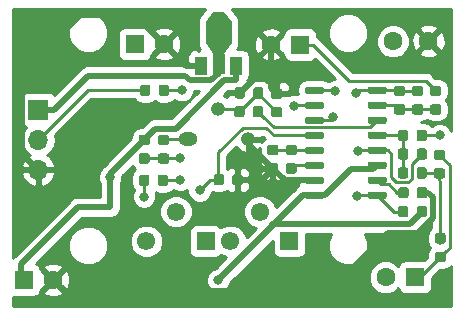
<source format=gtl>
G04 #@! TF.GenerationSoftware,KiCad,Pcbnew,5.0.2-bee76a0~70~ubuntu18.04.1*
G04 #@! TF.CreationDate,2020-01-23T08:49:23+05:30*
G04 #@! TF.ProjectId,pir_v1_0,7069725f-7631-45f3-902e-6b696361645f,rev?*
G04 #@! TF.SameCoordinates,Original*
G04 #@! TF.FileFunction,Copper,L1,Top*
G04 #@! TF.FilePolarity,Positive*
%FSLAX46Y46*%
G04 Gerber Fmt 4.6, Leading zero omitted, Abs format (unit mm)*
G04 Created by KiCad (PCBNEW 5.0.2-bee76a0~70~ubuntu18.04.1) date Thu Jan 23 08:49:23 2020*
%MOMM*%
%LPD*%
G01*
G04 APERTURE LIST*
G04 #@! TA.AperFunction,ComponentPad*
%ADD10O,1.700000X1.700000*%
G04 #@! TD*
G04 #@! TA.AperFunction,ComponentPad*
%ADD11R,1.700000X1.700000*%
G04 #@! TD*
G04 #@! TA.AperFunction,Conductor*
%ADD12C,0.100000*%
G04 #@! TD*
G04 #@! TA.AperFunction,SMDPad,CuDef*
%ADD13C,0.875000*%
G04 #@! TD*
G04 #@! TA.AperFunction,ComponentPad*
%ADD14R,1.600000X1.600000*%
G04 #@! TD*
G04 #@! TA.AperFunction,ComponentPad*
%ADD15C,1.600000*%
G04 #@! TD*
G04 #@! TA.AperFunction,ComponentPad*
%ADD16O,1.600000X1.200000*%
G04 #@! TD*
G04 #@! TA.AperFunction,ComponentPad*
%ADD17O,1.200000X1.200000*%
G04 #@! TD*
G04 #@! TA.AperFunction,SMDPad,CuDef*
%ADD18C,0.550000*%
G04 #@! TD*
G04 #@! TA.AperFunction,SMDPad,CuDef*
%ADD19C,0.850000*%
G04 #@! TD*
G04 #@! TA.AperFunction,SMDPad,CuDef*
%ADD20R,1.000000X1.500000*%
G04 #@! TD*
G04 #@! TA.AperFunction,SMDPad,CuDef*
%ADD21R,1.000000X1.800000*%
G04 #@! TD*
G04 #@! TA.AperFunction,SMDPad,CuDef*
%ADD22R,2.200000X1.840000*%
G04 #@! TD*
G04 #@! TA.AperFunction,SMDPad,CuDef*
%ADD23C,1.000000*%
G04 #@! TD*
G04 #@! TA.AperFunction,ComponentPad*
%ADD24C,1.550000*%
G04 #@! TD*
G04 #@! TA.AperFunction,ComponentPad*
%ADD25R,1.550000X1.550000*%
G04 #@! TD*
G04 #@! TA.AperFunction,ViaPad*
%ADD26C,0.800000*%
G04 #@! TD*
G04 #@! TA.AperFunction,Conductor*
%ADD27C,0.500000*%
G04 #@! TD*
G04 #@! TA.AperFunction,Conductor*
%ADD28C,0.250000*%
G04 #@! TD*
G04 #@! TA.AperFunction,Conductor*
%ADD29C,0.254000*%
G04 #@! TD*
G04 APERTURE END LIST*
D10*
G04 #@! TO.P,J2,3*
G04 #@! TO.N,GND*
X72125000Y-64990000D03*
G04 #@! TO.P,J2,2*
G04 #@! TO.N,Net-(J2-Pad2)*
X72125000Y-62450000D03*
D11*
G04 #@! TO.P,J2,1*
G04 #@! TO.N,Net-(J2-Pad1)*
X72125000Y-59910000D03*
G04 #@! TD*
D12*
G04 #@! TO.N,GND*
G04 #@! TO.C,C1*
G36*
X92577691Y-58126053D02*
X92598926Y-58129203D01*
X92619750Y-58134419D01*
X92639962Y-58141651D01*
X92659368Y-58150830D01*
X92677781Y-58161866D01*
X92695024Y-58174654D01*
X92710930Y-58189070D01*
X92725346Y-58204976D01*
X92738134Y-58222219D01*
X92749170Y-58240632D01*
X92758349Y-58260038D01*
X92765581Y-58280250D01*
X92770797Y-58301074D01*
X92773947Y-58322309D01*
X92775000Y-58343750D01*
X92775000Y-58781250D01*
X92773947Y-58802691D01*
X92770797Y-58823926D01*
X92765581Y-58844750D01*
X92758349Y-58864962D01*
X92749170Y-58884368D01*
X92738134Y-58902781D01*
X92725346Y-58920024D01*
X92710930Y-58935930D01*
X92695024Y-58950346D01*
X92677781Y-58963134D01*
X92659368Y-58974170D01*
X92639962Y-58983349D01*
X92619750Y-58990581D01*
X92598926Y-58995797D01*
X92577691Y-58998947D01*
X92556250Y-59000000D01*
X92043750Y-59000000D01*
X92022309Y-58998947D01*
X92001074Y-58995797D01*
X91980250Y-58990581D01*
X91960038Y-58983349D01*
X91940632Y-58974170D01*
X91922219Y-58963134D01*
X91904976Y-58950346D01*
X91889070Y-58935930D01*
X91874654Y-58920024D01*
X91861866Y-58902781D01*
X91850830Y-58884368D01*
X91841651Y-58864962D01*
X91834419Y-58844750D01*
X91829203Y-58823926D01*
X91826053Y-58802691D01*
X91825000Y-58781250D01*
X91825000Y-58343750D01*
X91826053Y-58322309D01*
X91829203Y-58301074D01*
X91834419Y-58280250D01*
X91841651Y-58260038D01*
X91850830Y-58240632D01*
X91861866Y-58222219D01*
X91874654Y-58204976D01*
X91889070Y-58189070D01*
X91904976Y-58174654D01*
X91922219Y-58161866D01*
X91940632Y-58150830D01*
X91960038Y-58141651D01*
X91980250Y-58134419D01*
X92001074Y-58129203D01*
X92022309Y-58126053D01*
X92043750Y-58125000D01*
X92556250Y-58125000D01*
X92577691Y-58126053D01*
X92577691Y-58126053D01*
G37*
D13*
G04 #@! TD*
G04 #@! TO.P,C1,2*
G04 #@! TO.N,GND*
X92300000Y-58562500D03*
D12*
G04 #@! TO.N,Net-(C1-Pad1)*
G04 #@! TO.C,C1*
G36*
X92577691Y-59701053D02*
X92598926Y-59704203D01*
X92619750Y-59709419D01*
X92639962Y-59716651D01*
X92659368Y-59725830D01*
X92677781Y-59736866D01*
X92695024Y-59749654D01*
X92710930Y-59764070D01*
X92725346Y-59779976D01*
X92738134Y-59797219D01*
X92749170Y-59815632D01*
X92758349Y-59835038D01*
X92765581Y-59855250D01*
X92770797Y-59876074D01*
X92773947Y-59897309D01*
X92775000Y-59918750D01*
X92775000Y-60356250D01*
X92773947Y-60377691D01*
X92770797Y-60398926D01*
X92765581Y-60419750D01*
X92758349Y-60439962D01*
X92749170Y-60459368D01*
X92738134Y-60477781D01*
X92725346Y-60495024D01*
X92710930Y-60510930D01*
X92695024Y-60525346D01*
X92677781Y-60538134D01*
X92659368Y-60549170D01*
X92639962Y-60558349D01*
X92619750Y-60565581D01*
X92598926Y-60570797D01*
X92577691Y-60573947D01*
X92556250Y-60575000D01*
X92043750Y-60575000D01*
X92022309Y-60573947D01*
X92001074Y-60570797D01*
X91980250Y-60565581D01*
X91960038Y-60558349D01*
X91940632Y-60549170D01*
X91922219Y-60538134D01*
X91904976Y-60525346D01*
X91889070Y-60510930D01*
X91874654Y-60495024D01*
X91861866Y-60477781D01*
X91850830Y-60459368D01*
X91841651Y-60439962D01*
X91834419Y-60419750D01*
X91829203Y-60398926D01*
X91826053Y-60377691D01*
X91825000Y-60356250D01*
X91825000Y-59918750D01*
X91826053Y-59897309D01*
X91829203Y-59876074D01*
X91834419Y-59855250D01*
X91841651Y-59835038D01*
X91850830Y-59815632D01*
X91861866Y-59797219D01*
X91874654Y-59779976D01*
X91889070Y-59764070D01*
X91904976Y-59749654D01*
X91922219Y-59736866D01*
X91940632Y-59725830D01*
X91960038Y-59716651D01*
X91980250Y-59709419D01*
X92001074Y-59704203D01*
X92022309Y-59701053D01*
X92043750Y-59700000D01*
X92556250Y-59700000D01*
X92577691Y-59701053D01*
X92577691Y-59701053D01*
G37*
D13*
G04 #@! TD*
G04 #@! TO.P,C1,1*
G04 #@! TO.N,Net-(C1-Pad1)*
X92300000Y-60137500D03*
D14*
G04 #@! TO.P,C2,1*
G04 #@! TO.N,Net-(C2-Pad1)*
X80275000Y-54375000D03*
D15*
G04 #@! TO.P,C2,2*
G04 #@! TO.N,GND*
X82775000Y-54375000D03*
G04 #@! TD*
G04 #@! TO.P,C3,2*
G04 #@! TO.N,GND*
X91800000Y-54400000D03*
D14*
G04 #@! TO.P,C3,1*
G04 #@! TO.N,Net-(C3-Pad1)*
X94300000Y-54400000D03*
G04 #@! TD*
D12*
G04 #@! TO.N,Net-(C4-Pad2)*
G04 #@! TO.C,C4*
G36*
X102977691Y-59463553D02*
X102998926Y-59466703D01*
X103019750Y-59471919D01*
X103039962Y-59479151D01*
X103059368Y-59488330D01*
X103077781Y-59499366D01*
X103095024Y-59512154D01*
X103110930Y-59526570D01*
X103125346Y-59542476D01*
X103138134Y-59559719D01*
X103149170Y-59578132D01*
X103158349Y-59597538D01*
X103165581Y-59617750D01*
X103170797Y-59638574D01*
X103173947Y-59659809D01*
X103175000Y-59681250D01*
X103175000Y-60118750D01*
X103173947Y-60140191D01*
X103170797Y-60161426D01*
X103165581Y-60182250D01*
X103158349Y-60202462D01*
X103149170Y-60221868D01*
X103138134Y-60240281D01*
X103125346Y-60257524D01*
X103110930Y-60273430D01*
X103095024Y-60287846D01*
X103077781Y-60300634D01*
X103059368Y-60311670D01*
X103039962Y-60320849D01*
X103019750Y-60328081D01*
X102998926Y-60333297D01*
X102977691Y-60336447D01*
X102956250Y-60337500D01*
X102443750Y-60337500D01*
X102422309Y-60336447D01*
X102401074Y-60333297D01*
X102380250Y-60328081D01*
X102360038Y-60320849D01*
X102340632Y-60311670D01*
X102322219Y-60300634D01*
X102304976Y-60287846D01*
X102289070Y-60273430D01*
X102274654Y-60257524D01*
X102261866Y-60240281D01*
X102250830Y-60221868D01*
X102241651Y-60202462D01*
X102234419Y-60182250D01*
X102229203Y-60161426D01*
X102226053Y-60140191D01*
X102225000Y-60118750D01*
X102225000Y-59681250D01*
X102226053Y-59659809D01*
X102229203Y-59638574D01*
X102234419Y-59617750D01*
X102241651Y-59597538D01*
X102250830Y-59578132D01*
X102261866Y-59559719D01*
X102274654Y-59542476D01*
X102289070Y-59526570D01*
X102304976Y-59512154D01*
X102322219Y-59499366D01*
X102340632Y-59488330D01*
X102360038Y-59479151D01*
X102380250Y-59471919D01*
X102401074Y-59466703D01*
X102422309Y-59463553D01*
X102443750Y-59462500D01*
X102956250Y-59462500D01*
X102977691Y-59463553D01*
X102977691Y-59463553D01*
G37*
D13*
G04 #@! TD*
G04 #@! TO.P,C4,2*
G04 #@! TO.N,Net-(C4-Pad2)*
X102700000Y-59900000D03*
D12*
G04 #@! TO.N,Net-(C4-Pad1)*
G04 #@! TO.C,C4*
G36*
X102977691Y-57888553D02*
X102998926Y-57891703D01*
X103019750Y-57896919D01*
X103039962Y-57904151D01*
X103059368Y-57913330D01*
X103077781Y-57924366D01*
X103095024Y-57937154D01*
X103110930Y-57951570D01*
X103125346Y-57967476D01*
X103138134Y-57984719D01*
X103149170Y-58003132D01*
X103158349Y-58022538D01*
X103165581Y-58042750D01*
X103170797Y-58063574D01*
X103173947Y-58084809D01*
X103175000Y-58106250D01*
X103175000Y-58543750D01*
X103173947Y-58565191D01*
X103170797Y-58586426D01*
X103165581Y-58607250D01*
X103158349Y-58627462D01*
X103149170Y-58646868D01*
X103138134Y-58665281D01*
X103125346Y-58682524D01*
X103110930Y-58698430D01*
X103095024Y-58712846D01*
X103077781Y-58725634D01*
X103059368Y-58736670D01*
X103039962Y-58745849D01*
X103019750Y-58753081D01*
X102998926Y-58758297D01*
X102977691Y-58761447D01*
X102956250Y-58762500D01*
X102443750Y-58762500D01*
X102422309Y-58761447D01*
X102401074Y-58758297D01*
X102380250Y-58753081D01*
X102360038Y-58745849D01*
X102340632Y-58736670D01*
X102322219Y-58725634D01*
X102304976Y-58712846D01*
X102289070Y-58698430D01*
X102274654Y-58682524D01*
X102261866Y-58665281D01*
X102250830Y-58646868D01*
X102241651Y-58627462D01*
X102234419Y-58607250D01*
X102229203Y-58586426D01*
X102226053Y-58565191D01*
X102225000Y-58543750D01*
X102225000Y-58106250D01*
X102226053Y-58084809D01*
X102229203Y-58063574D01*
X102234419Y-58042750D01*
X102241651Y-58022538D01*
X102250830Y-58003132D01*
X102261866Y-57984719D01*
X102274654Y-57967476D01*
X102289070Y-57951570D01*
X102304976Y-57937154D01*
X102322219Y-57924366D01*
X102340632Y-57913330D01*
X102360038Y-57904151D01*
X102380250Y-57896919D01*
X102401074Y-57891703D01*
X102422309Y-57888553D01*
X102443750Y-57887500D01*
X102956250Y-57887500D01*
X102977691Y-57888553D01*
X102977691Y-57888553D01*
G37*
D13*
G04 #@! TD*
G04 #@! TO.P,C4,1*
G04 #@! TO.N,Net-(C4-Pad1)*
X102700000Y-58325000D03*
D14*
G04 #@! TO.P,C5,1*
G04 #@! TO.N,Net-(C5-Pad1)*
X104025000Y-74100000D03*
D15*
G04 #@! TO.P,C5,2*
G04 #@! TO.N,Net-(C4-Pad1)*
X101525000Y-74100000D03*
G04 #@! TD*
D12*
G04 #@! TO.N,Net-(C5-Pad1)*
G04 #@! TO.C,C6*
G36*
X106352691Y-63301053D02*
X106373926Y-63304203D01*
X106394750Y-63309419D01*
X106414962Y-63316651D01*
X106434368Y-63325830D01*
X106452781Y-63336866D01*
X106470024Y-63349654D01*
X106485930Y-63364070D01*
X106500346Y-63379976D01*
X106513134Y-63397219D01*
X106524170Y-63415632D01*
X106533349Y-63435038D01*
X106540581Y-63455250D01*
X106545797Y-63476074D01*
X106548947Y-63497309D01*
X106550000Y-63518750D01*
X106550000Y-63956250D01*
X106548947Y-63977691D01*
X106545797Y-63998926D01*
X106540581Y-64019750D01*
X106533349Y-64039962D01*
X106524170Y-64059368D01*
X106513134Y-64077781D01*
X106500346Y-64095024D01*
X106485930Y-64110930D01*
X106470024Y-64125346D01*
X106452781Y-64138134D01*
X106434368Y-64149170D01*
X106414962Y-64158349D01*
X106394750Y-64165581D01*
X106373926Y-64170797D01*
X106352691Y-64173947D01*
X106331250Y-64175000D01*
X105818750Y-64175000D01*
X105797309Y-64173947D01*
X105776074Y-64170797D01*
X105755250Y-64165581D01*
X105735038Y-64158349D01*
X105715632Y-64149170D01*
X105697219Y-64138134D01*
X105679976Y-64125346D01*
X105664070Y-64110930D01*
X105649654Y-64095024D01*
X105636866Y-64077781D01*
X105625830Y-64059368D01*
X105616651Y-64039962D01*
X105609419Y-64019750D01*
X105604203Y-63998926D01*
X105601053Y-63977691D01*
X105600000Y-63956250D01*
X105600000Y-63518750D01*
X105601053Y-63497309D01*
X105604203Y-63476074D01*
X105609419Y-63455250D01*
X105616651Y-63435038D01*
X105625830Y-63415632D01*
X105636866Y-63397219D01*
X105649654Y-63379976D01*
X105664070Y-63364070D01*
X105679976Y-63349654D01*
X105697219Y-63336866D01*
X105715632Y-63325830D01*
X105735038Y-63316651D01*
X105755250Y-63309419D01*
X105776074Y-63304203D01*
X105797309Y-63301053D01*
X105818750Y-63300000D01*
X106331250Y-63300000D01*
X106352691Y-63301053D01*
X106352691Y-63301053D01*
G37*
D13*
G04 #@! TD*
G04 #@! TO.P,C6,1*
G04 #@! TO.N,Net-(C5-Pad1)*
X106075000Y-63737500D03*
D12*
G04 #@! TO.N,Net-(C6-Pad2)*
G04 #@! TO.C,C6*
G36*
X106352691Y-64876053D02*
X106373926Y-64879203D01*
X106394750Y-64884419D01*
X106414962Y-64891651D01*
X106434368Y-64900830D01*
X106452781Y-64911866D01*
X106470024Y-64924654D01*
X106485930Y-64939070D01*
X106500346Y-64954976D01*
X106513134Y-64972219D01*
X106524170Y-64990632D01*
X106533349Y-65010038D01*
X106540581Y-65030250D01*
X106545797Y-65051074D01*
X106548947Y-65072309D01*
X106550000Y-65093750D01*
X106550000Y-65531250D01*
X106548947Y-65552691D01*
X106545797Y-65573926D01*
X106540581Y-65594750D01*
X106533349Y-65614962D01*
X106524170Y-65634368D01*
X106513134Y-65652781D01*
X106500346Y-65670024D01*
X106485930Y-65685930D01*
X106470024Y-65700346D01*
X106452781Y-65713134D01*
X106434368Y-65724170D01*
X106414962Y-65733349D01*
X106394750Y-65740581D01*
X106373926Y-65745797D01*
X106352691Y-65748947D01*
X106331250Y-65750000D01*
X105818750Y-65750000D01*
X105797309Y-65748947D01*
X105776074Y-65745797D01*
X105755250Y-65740581D01*
X105735038Y-65733349D01*
X105715632Y-65724170D01*
X105697219Y-65713134D01*
X105679976Y-65700346D01*
X105664070Y-65685930D01*
X105649654Y-65670024D01*
X105636866Y-65652781D01*
X105625830Y-65634368D01*
X105616651Y-65614962D01*
X105609419Y-65594750D01*
X105604203Y-65573926D01*
X105601053Y-65552691D01*
X105600000Y-65531250D01*
X105600000Y-65093750D01*
X105601053Y-65072309D01*
X105604203Y-65051074D01*
X105609419Y-65030250D01*
X105616651Y-65010038D01*
X105625830Y-64990632D01*
X105636866Y-64972219D01*
X105649654Y-64954976D01*
X105664070Y-64939070D01*
X105679976Y-64924654D01*
X105697219Y-64911866D01*
X105715632Y-64900830D01*
X105735038Y-64891651D01*
X105755250Y-64884419D01*
X105776074Y-64879203D01*
X105797309Y-64876053D01*
X105818750Y-64875000D01*
X106331250Y-64875000D01*
X106352691Y-64876053D01*
X106352691Y-64876053D01*
G37*
D13*
G04 #@! TD*
G04 #@! TO.P,C6,2*
G04 #@! TO.N,Net-(C6-Pad2)*
X106075000Y-65312500D03*
D12*
G04 #@! TO.N,Net-(C7-Pad1)*
G04 #@! TO.C,C7*
G36*
X103240191Y-63201053D02*
X103261426Y-63204203D01*
X103282250Y-63209419D01*
X103302462Y-63216651D01*
X103321868Y-63225830D01*
X103340281Y-63236866D01*
X103357524Y-63249654D01*
X103373430Y-63264070D01*
X103387846Y-63279976D01*
X103400634Y-63297219D01*
X103411670Y-63315632D01*
X103420849Y-63335038D01*
X103428081Y-63355250D01*
X103433297Y-63376074D01*
X103436447Y-63397309D01*
X103437500Y-63418750D01*
X103437500Y-63931250D01*
X103436447Y-63952691D01*
X103433297Y-63973926D01*
X103428081Y-63994750D01*
X103420849Y-64014962D01*
X103411670Y-64034368D01*
X103400634Y-64052781D01*
X103387846Y-64070024D01*
X103373430Y-64085930D01*
X103357524Y-64100346D01*
X103340281Y-64113134D01*
X103321868Y-64124170D01*
X103302462Y-64133349D01*
X103282250Y-64140581D01*
X103261426Y-64145797D01*
X103240191Y-64148947D01*
X103218750Y-64150000D01*
X102781250Y-64150000D01*
X102759809Y-64148947D01*
X102738574Y-64145797D01*
X102717750Y-64140581D01*
X102697538Y-64133349D01*
X102678132Y-64124170D01*
X102659719Y-64113134D01*
X102642476Y-64100346D01*
X102626570Y-64085930D01*
X102612154Y-64070024D01*
X102599366Y-64052781D01*
X102588330Y-64034368D01*
X102579151Y-64014962D01*
X102571919Y-63994750D01*
X102566703Y-63973926D01*
X102563553Y-63952691D01*
X102562500Y-63931250D01*
X102562500Y-63418750D01*
X102563553Y-63397309D01*
X102566703Y-63376074D01*
X102571919Y-63355250D01*
X102579151Y-63335038D01*
X102588330Y-63315632D01*
X102599366Y-63297219D01*
X102612154Y-63279976D01*
X102626570Y-63264070D01*
X102642476Y-63249654D01*
X102659719Y-63236866D01*
X102678132Y-63225830D01*
X102697538Y-63216651D01*
X102717750Y-63209419D01*
X102738574Y-63204203D01*
X102759809Y-63201053D01*
X102781250Y-63200000D01*
X103218750Y-63200000D01*
X103240191Y-63201053D01*
X103240191Y-63201053D01*
G37*
D13*
G04 #@! TD*
G04 #@! TO.P,C7,1*
G04 #@! TO.N,Net-(C7-Pad1)*
X103000000Y-63675000D03*
D12*
G04 #@! TO.N,Net-(C7-Pad2)*
G04 #@! TO.C,C7*
G36*
X104815191Y-63201053D02*
X104836426Y-63204203D01*
X104857250Y-63209419D01*
X104877462Y-63216651D01*
X104896868Y-63225830D01*
X104915281Y-63236866D01*
X104932524Y-63249654D01*
X104948430Y-63264070D01*
X104962846Y-63279976D01*
X104975634Y-63297219D01*
X104986670Y-63315632D01*
X104995849Y-63335038D01*
X105003081Y-63355250D01*
X105008297Y-63376074D01*
X105011447Y-63397309D01*
X105012500Y-63418750D01*
X105012500Y-63931250D01*
X105011447Y-63952691D01*
X105008297Y-63973926D01*
X105003081Y-63994750D01*
X104995849Y-64014962D01*
X104986670Y-64034368D01*
X104975634Y-64052781D01*
X104962846Y-64070024D01*
X104948430Y-64085930D01*
X104932524Y-64100346D01*
X104915281Y-64113134D01*
X104896868Y-64124170D01*
X104877462Y-64133349D01*
X104857250Y-64140581D01*
X104836426Y-64145797D01*
X104815191Y-64148947D01*
X104793750Y-64150000D01*
X104356250Y-64150000D01*
X104334809Y-64148947D01*
X104313574Y-64145797D01*
X104292750Y-64140581D01*
X104272538Y-64133349D01*
X104253132Y-64124170D01*
X104234719Y-64113134D01*
X104217476Y-64100346D01*
X104201570Y-64085930D01*
X104187154Y-64070024D01*
X104174366Y-64052781D01*
X104163330Y-64034368D01*
X104154151Y-64014962D01*
X104146919Y-63994750D01*
X104141703Y-63973926D01*
X104138553Y-63952691D01*
X104137500Y-63931250D01*
X104137500Y-63418750D01*
X104138553Y-63397309D01*
X104141703Y-63376074D01*
X104146919Y-63355250D01*
X104154151Y-63335038D01*
X104163330Y-63315632D01*
X104174366Y-63297219D01*
X104187154Y-63279976D01*
X104201570Y-63264070D01*
X104217476Y-63249654D01*
X104234719Y-63236866D01*
X104253132Y-63225830D01*
X104272538Y-63216651D01*
X104292750Y-63209419D01*
X104313574Y-63204203D01*
X104334809Y-63201053D01*
X104356250Y-63200000D01*
X104793750Y-63200000D01*
X104815191Y-63201053D01*
X104815191Y-63201053D01*
G37*
D13*
G04 #@! TD*
G04 #@! TO.P,C7,2*
G04 #@! TO.N,Net-(C7-Pad2)*
X104575000Y-63675000D03*
D12*
G04 #@! TO.N,GND*
G04 #@! TO.C,C8*
G36*
X92252691Y-64463553D02*
X92273926Y-64466703D01*
X92294750Y-64471919D01*
X92314962Y-64479151D01*
X92334368Y-64488330D01*
X92352781Y-64499366D01*
X92370024Y-64512154D01*
X92385930Y-64526570D01*
X92400346Y-64542476D01*
X92413134Y-64559719D01*
X92424170Y-64578132D01*
X92433349Y-64597538D01*
X92440581Y-64617750D01*
X92445797Y-64638574D01*
X92448947Y-64659809D01*
X92450000Y-64681250D01*
X92450000Y-65118750D01*
X92448947Y-65140191D01*
X92445797Y-65161426D01*
X92440581Y-65182250D01*
X92433349Y-65202462D01*
X92424170Y-65221868D01*
X92413134Y-65240281D01*
X92400346Y-65257524D01*
X92385930Y-65273430D01*
X92370024Y-65287846D01*
X92352781Y-65300634D01*
X92334368Y-65311670D01*
X92314962Y-65320849D01*
X92294750Y-65328081D01*
X92273926Y-65333297D01*
X92252691Y-65336447D01*
X92231250Y-65337500D01*
X91718750Y-65337500D01*
X91697309Y-65336447D01*
X91676074Y-65333297D01*
X91655250Y-65328081D01*
X91635038Y-65320849D01*
X91615632Y-65311670D01*
X91597219Y-65300634D01*
X91579976Y-65287846D01*
X91564070Y-65273430D01*
X91549654Y-65257524D01*
X91536866Y-65240281D01*
X91525830Y-65221868D01*
X91516651Y-65202462D01*
X91509419Y-65182250D01*
X91504203Y-65161426D01*
X91501053Y-65140191D01*
X91500000Y-65118750D01*
X91500000Y-64681250D01*
X91501053Y-64659809D01*
X91504203Y-64638574D01*
X91509419Y-64617750D01*
X91516651Y-64597538D01*
X91525830Y-64578132D01*
X91536866Y-64559719D01*
X91549654Y-64542476D01*
X91564070Y-64526570D01*
X91579976Y-64512154D01*
X91597219Y-64499366D01*
X91615632Y-64488330D01*
X91635038Y-64479151D01*
X91655250Y-64471919D01*
X91676074Y-64466703D01*
X91697309Y-64463553D01*
X91718750Y-64462500D01*
X92231250Y-64462500D01*
X92252691Y-64463553D01*
X92252691Y-64463553D01*
G37*
D13*
G04 #@! TD*
G04 #@! TO.P,C8,1*
G04 #@! TO.N,GND*
X91975000Y-64900000D03*
D12*
G04 #@! TO.N,Net-(C8-Pad2)*
G04 #@! TO.C,C8*
G36*
X92252691Y-62888553D02*
X92273926Y-62891703D01*
X92294750Y-62896919D01*
X92314962Y-62904151D01*
X92334368Y-62913330D01*
X92352781Y-62924366D01*
X92370024Y-62937154D01*
X92385930Y-62951570D01*
X92400346Y-62967476D01*
X92413134Y-62984719D01*
X92424170Y-63003132D01*
X92433349Y-63022538D01*
X92440581Y-63042750D01*
X92445797Y-63063574D01*
X92448947Y-63084809D01*
X92450000Y-63106250D01*
X92450000Y-63543750D01*
X92448947Y-63565191D01*
X92445797Y-63586426D01*
X92440581Y-63607250D01*
X92433349Y-63627462D01*
X92424170Y-63646868D01*
X92413134Y-63665281D01*
X92400346Y-63682524D01*
X92385930Y-63698430D01*
X92370024Y-63712846D01*
X92352781Y-63725634D01*
X92334368Y-63736670D01*
X92314962Y-63745849D01*
X92294750Y-63753081D01*
X92273926Y-63758297D01*
X92252691Y-63761447D01*
X92231250Y-63762500D01*
X91718750Y-63762500D01*
X91697309Y-63761447D01*
X91676074Y-63758297D01*
X91655250Y-63753081D01*
X91635038Y-63745849D01*
X91615632Y-63736670D01*
X91597219Y-63725634D01*
X91579976Y-63712846D01*
X91564070Y-63698430D01*
X91549654Y-63682524D01*
X91536866Y-63665281D01*
X91525830Y-63646868D01*
X91516651Y-63627462D01*
X91509419Y-63607250D01*
X91504203Y-63586426D01*
X91501053Y-63565191D01*
X91500000Y-63543750D01*
X91500000Y-63106250D01*
X91501053Y-63084809D01*
X91504203Y-63063574D01*
X91509419Y-63042750D01*
X91516651Y-63022538D01*
X91525830Y-63003132D01*
X91536866Y-62984719D01*
X91549654Y-62967476D01*
X91564070Y-62951570D01*
X91579976Y-62937154D01*
X91597219Y-62924366D01*
X91615632Y-62913330D01*
X91635038Y-62904151D01*
X91655250Y-62896919D01*
X91676074Y-62891703D01*
X91697309Y-62888553D01*
X91718750Y-62887500D01*
X92231250Y-62887500D01*
X92252691Y-62888553D01*
X92252691Y-62888553D01*
G37*
D13*
G04 #@! TD*
G04 #@! TO.P,C8,2*
G04 #@! TO.N,Net-(C8-Pad2)*
X91975000Y-63325000D03*
D12*
G04 #@! TO.N,Net-(C9-Pad2)*
G04 #@! TO.C,C9*
G36*
X87640191Y-65376053D02*
X87661426Y-65379203D01*
X87682250Y-65384419D01*
X87702462Y-65391651D01*
X87721868Y-65400830D01*
X87740281Y-65411866D01*
X87757524Y-65424654D01*
X87773430Y-65439070D01*
X87787846Y-65454976D01*
X87800634Y-65472219D01*
X87811670Y-65490632D01*
X87820849Y-65510038D01*
X87828081Y-65530250D01*
X87833297Y-65551074D01*
X87836447Y-65572309D01*
X87837500Y-65593750D01*
X87837500Y-66106250D01*
X87836447Y-66127691D01*
X87833297Y-66148926D01*
X87828081Y-66169750D01*
X87820849Y-66189962D01*
X87811670Y-66209368D01*
X87800634Y-66227781D01*
X87787846Y-66245024D01*
X87773430Y-66260930D01*
X87757524Y-66275346D01*
X87740281Y-66288134D01*
X87721868Y-66299170D01*
X87702462Y-66308349D01*
X87682250Y-66315581D01*
X87661426Y-66320797D01*
X87640191Y-66323947D01*
X87618750Y-66325000D01*
X87181250Y-66325000D01*
X87159809Y-66323947D01*
X87138574Y-66320797D01*
X87117750Y-66315581D01*
X87097538Y-66308349D01*
X87078132Y-66299170D01*
X87059719Y-66288134D01*
X87042476Y-66275346D01*
X87026570Y-66260930D01*
X87012154Y-66245024D01*
X86999366Y-66227781D01*
X86988330Y-66209368D01*
X86979151Y-66189962D01*
X86971919Y-66169750D01*
X86966703Y-66148926D01*
X86963553Y-66127691D01*
X86962500Y-66106250D01*
X86962500Y-65593750D01*
X86963553Y-65572309D01*
X86966703Y-65551074D01*
X86971919Y-65530250D01*
X86979151Y-65510038D01*
X86988330Y-65490632D01*
X86999366Y-65472219D01*
X87012154Y-65454976D01*
X87026570Y-65439070D01*
X87042476Y-65424654D01*
X87059719Y-65411866D01*
X87078132Y-65400830D01*
X87097538Y-65391651D01*
X87117750Y-65384419D01*
X87138574Y-65379203D01*
X87159809Y-65376053D01*
X87181250Y-65375000D01*
X87618750Y-65375000D01*
X87640191Y-65376053D01*
X87640191Y-65376053D01*
G37*
D13*
G04 #@! TD*
G04 #@! TO.P,C9,2*
G04 #@! TO.N,Net-(C9-Pad2)*
X87400000Y-65850000D03*
D12*
G04 #@! TO.N,GND*
G04 #@! TO.C,C9*
G36*
X89215191Y-65376053D02*
X89236426Y-65379203D01*
X89257250Y-65384419D01*
X89277462Y-65391651D01*
X89296868Y-65400830D01*
X89315281Y-65411866D01*
X89332524Y-65424654D01*
X89348430Y-65439070D01*
X89362846Y-65454976D01*
X89375634Y-65472219D01*
X89386670Y-65490632D01*
X89395849Y-65510038D01*
X89403081Y-65530250D01*
X89408297Y-65551074D01*
X89411447Y-65572309D01*
X89412500Y-65593750D01*
X89412500Y-66106250D01*
X89411447Y-66127691D01*
X89408297Y-66148926D01*
X89403081Y-66169750D01*
X89395849Y-66189962D01*
X89386670Y-66209368D01*
X89375634Y-66227781D01*
X89362846Y-66245024D01*
X89348430Y-66260930D01*
X89332524Y-66275346D01*
X89315281Y-66288134D01*
X89296868Y-66299170D01*
X89277462Y-66308349D01*
X89257250Y-66315581D01*
X89236426Y-66320797D01*
X89215191Y-66323947D01*
X89193750Y-66325000D01*
X88756250Y-66325000D01*
X88734809Y-66323947D01*
X88713574Y-66320797D01*
X88692750Y-66315581D01*
X88672538Y-66308349D01*
X88653132Y-66299170D01*
X88634719Y-66288134D01*
X88617476Y-66275346D01*
X88601570Y-66260930D01*
X88587154Y-66245024D01*
X88574366Y-66227781D01*
X88563330Y-66209368D01*
X88554151Y-66189962D01*
X88546919Y-66169750D01*
X88541703Y-66148926D01*
X88538553Y-66127691D01*
X88537500Y-66106250D01*
X88537500Y-65593750D01*
X88538553Y-65572309D01*
X88541703Y-65551074D01*
X88546919Y-65530250D01*
X88554151Y-65510038D01*
X88563330Y-65490632D01*
X88574366Y-65472219D01*
X88587154Y-65454976D01*
X88601570Y-65439070D01*
X88617476Y-65424654D01*
X88634719Y-65411866D01*
X88653132Y-65400830D01*
X88672538Y-65391651D01*
X88692750Y-65384419D01*
X88713574Y-65379203D01*
X88734809Y-65376053D01*
X88756250Y-65375000D01*
X89193750Y-65375000D01*
X89215191Y-65376053D01*
X89215191Y-65376053D01*
G37*
D13*
G04 #@! TD*
G04 #@! TO.P,C9,1*
G04 #@! TO.N,GND*
X88975000Y-65850000D03*
D15*
G04 #@! TO.P,C10,2*
G04 #@! TO.N,GND*
X73375000Y-74325000D03*
D14*
G04 #@! TO.P,C10,1*
G04 #@! TO.N,+3V3*
X70875000Y-74325000D03*
G04 #@! TD*
D12*
G04 #@! TO.N,+3V3*
G04 #@! TO.C,R1*
G36*
X81352691Y-62038553D02*
X81373926Y-62041703D01*
X81394750Y-62046919D01*
X81414962Y-62054151D01*
X81434368Y-62063330D01*
X81452781Y-62074366D01*
X81470024Y-62087154D01*
X81485930Y-62101570D01*
X81500346Y-62117476D01*
X81513134Y-62134719D01*
X81524170Y-62153132D01*
X81533349Y-62172538D01*
X81540581Y-62192750D01*
X81545797Y-62213574D01*
X81548947Y-62234809D01*
X81550000Y-62256250D01*
X81550000Y-62693750D01*
X81548947Y-62715191D01*
X81545797Y-62736426D01*
X81540581Y-62757250D01*
X81533349Y-62777462D01*
X81524170Y-62796868D01*
X81513134Y-62815281D01*
X81500346Y-62832524D01*
X81485930Y-62848430D01*
X81470024Y-62862846D01*
X81452781Y-62875634D01*
X81434368Y-62886670D01*
X81414962Y-62895849D01*
X81394750Y-62903081D01*
X81373926Y-62908297D01*
X81352691Y-62911447D01*
X81331250Y-62912500D01*
X80818750Y-62912500D01*
X80797309Y-62911447D01*
X80776074Y-62908297D01*
X80755250Y-62903081D01*
X80735038Y-62895849D01*
X80715632Y-62886670D01*
X80697219Y-62875634D01*
X80679976Y-62862846D01*
X80664070Y-62848430D01*
X80649654Y-62832524D01*
X80636866Y-62815281D01*
X80625830Y-62796868D01*
X80616651Y-62777462D01*
X80609419Y-62757250D01*
X80604203Y-62736426D01*
X80601053Y-62715191D01*
X80600000Y-62693750D01*
X80600000Y-62256250D01*
X80601053Y-62234809D01*
X80604203Y-62213574D01*
X80609419Y-62192750D01*
X80616651Y-62172538D01*
X80625830Y-62153132D01*
X80636866Y-62134719D01*
X80649654Y-62117476D01*
X80664070Y-62101570D01*
X80679976Y-62087154D01*
X80697219Y-62074366D01*
X80715632Y-62063330D01*
X80735038Y-62054151D01*
X80755250Y-62046919D01*
X80776074Y-62041703D01*
X80797309Y-62038553D01*
X80818750Y-62037500D01*
X81331250Y-62037500D01*
X81352691Y-62038553D01*
X81352691Y-62038553D01*
G37*
D13*
G04 #@! TD*
G04 #@! TO.P,R1,1*
G04 #@! TO.N,+3V3*
X81075000Y-62475000D03*
D12*
G04 #@! TO.N,Net-(C2-Pad1)*
G04 #@! TO.C,R1*
G36*
X81352691Y-63613553D02*
X81373926Y-63616703D01*
X81394750Y-63621919D01*
X81414962Y-63629151D01*
X81434368Y-63638330D01*
X81452781Y-63649366D01*
X81470024Y-63662154D01*
X81485930Y-63676570D01*
X81500346Y-63692476D01*
X81513134Y-63709719D01*
X81524170Y-63728132D01*
X81533349Y-63747538D01*
X81540581Y-63767750D01*
X81545797Y-63788574D01*
X81548947Y-63809809D01*
X81550000Y-63831250D01*
X81550000Y-64268750D01*
X81548947Y-64290191D01*
X81545797Y-64311426D01*
X81540581Y-64332250D01*
X81533349Y-64352462D01*
X81524170Y-64371868D01*
X81513134Y-64390281D01*
X81500346Y-64407524D01*
X81485930Y-64423430D01*
X81470024Y-64437846D01*
X81452781Y-64450634D01*
X81434368Y-64461670D01*
X81414962Y-64470849D01*
X81394750Y-64478081D01*
X81373926Y-64483297D01*
X81352691Y-64486447D01*
X81331250Y-64487500D01*
X80818750Y-64487500D01*
X80797309Y-64486447D01*
X80776074Y-64483297D01*
X80755250Y-64478081D01*
X80735038Y-64470849D01*
X80715632Y-64461670D01*
X80697219Y-64450634D01*
X80679976Y-64437846D01*
X80664070Y-64423430D01*
X80649654Y-64407524D01*
X80636866Y-64390281D01*
X80625830Y-64371868D01*
X80616651Y-64352462D01*
X80609419Y-64332250D01*
X80604203Y-64311426D01*
X80601053Y-64290191D01*
X80600000Y-64268750D01*
X80600000Y-63831250D01*
X80601053Y-63809809D01*
X80604203Y-63788574D01*
X80609419Y-63767750D01*
X80616651Y-63747538D01*
X80625830Y-63728132D01*
X80636866Y-63709719D01*
X80649654Y-63692476D01*
X80664070Y-63676570D01*
X80679976Y-63662154D01*
X80697219Y-63649366D01*
X80715632Y-63638330D01*
X80735038Y-63629151D01*
X80755250Y-63621919D01*
X80776074Y-63616703D01*
X80797309Y-63613553D01*
X80818750Y-63612500D01*
X81331250Y-63612500D01*
X81352691Y-63613553D01*
X81352691Y-63613553D01*
G37*
D13*
G04 #@! TD*
G04 #@! TO.P,R1,2*
G04 #@! TO.N,Net-(C2-Pad1)*
X81075000Y-64050000D03*
D12*
G04 #@! TO.N,Net-(C2-Pad1)*
G04 #@! TO.C,R2*
G36*
X83002691Y-63613553D02*
X83023926Y-63616703D01*
X83044750Y-63621919D01*
X83064962Y-63629151D01*
X83084368Y-63638330D01*
X83102781Y-63649366D01*
X83120024Y-63662154D01*
X83135930Y-63676570D01*
X83150346Y-63692476D01*
X83163134Y-63709719D01*
X83174170Y-63728132D01*
X83183349Y-63747538D01*
X83190581Y-63767750D01*
X83195797Y-63788574D01*
X83198947Y-63809809D01*
X83200000Y-63831250D01*
X83200000Y-64268750D01*
X83198947Y-64290191D01*
X83195797Y-64311426D01*
X83190581Y-64332250D01*
X83183349Y-64352462D01*
X83174170Y-64371868D01*
X83163134Y-64390281D01*
X83150346Y-64407524D01*
X83135930Y-64423430D01*
X83120024Y-64437846D01*
X83102781Y-64450634D01*
X83084368Y-64461670D01*
X83064962Y-64470849D01*
X83044750Y-64478081D01*
X83023926Y-64483297D01*
X83002691Y-64486447D01*
X82981250Y-64487500D01*
X82468750Y-64487500D01*
X82447309Y-64486447D01*
X82426074Y-64483297D01*
X82405250Y-64478081D01*
X82385038Y-64470849D01*
X82365632Y-64461670D01*
X82347219Y-64450634D01*
X82329976Y-64437846D01*
X82314070Y-64423430D01*
X82299654Y-64407524D01*
X82286866Y-64390281D01*
X82275830Y-64371868D01*
X82266651Y-64352462D01*
X82259419Y-64332250D01*
X82254203Y-64311426D01*
X82251053Y-64290191D01*
X82250000Y-64268750D01*
X82250000Y-63831250D01*
X82251053Y-63809809D01*
X82254203Y-63788574D01*
X82259419Y-63767750D01*
X82266651Y-63747538D01*
X82275830Y-63728132D01*
X82286866Y-63709719D01*
X82299654Y-63692476D01*
X82314070Y-63676570D01*
X82329976Y-63662154D01*
X82347219Y-63649366D01*
X82365632Y-63638330D01*
X82385038Y-63629151D01*
X82405250Y-63621919D01*
X82426074Y-63616703D01*
X82447309Y-63613553D01*
X82468750Y-63612500D01*
X82981250Y-63612500D01*
X83002691Y-63613553D01*
X83002691Y-63613553D01*
G37*
D13*
G04 #@! TD*
G04 #@! TO.P,R2,1*
G04 #@! TO.N,Net-(C2-Pad1)*
X82725000Y-64050000D03*
D12*
G04 #@! TO.N,Net-(R2-Pad2)*
G04 #@! TO.C,R2*
G36*
X83002691Y-62038553D02*
X83023926Y-62041703D01*
X83044750Y-62046919D01*
X83064962Y-62054151D01*
X83084368Y-62063330D01*
X83102781Y-62074366D01*
X83120024Y-62087154D01*
X83135930Y-62101570D01*
X83150346Y-62117476D01*
X83163134Y-62134719D01*
X83174170Y-62153132D01*
X83183349Y-62172538D01*
X83190581Y-62192750D01*
X83195797Y-62213574D01*
X83198947Y-62234809D01*
X83200000Y-62256250D01*
X83200000Y-62693750D01*
X83198947Y-62715191D01*
X83195797Y-62736426D01*
X83190581Y-62757250D01*
X83183349Y-62777462D01*
X83174170Y-62796868D01*
X83163134Y-62815281D01*
X83150346Y-62832524D01*
X83135930Y-62848430D01*
X83120024Y-62862846D01*
X83102781Y-62875634D01*
X83084368Y-62886670D01*
X83064962Y-62895849D01*
X83044750Y-62903081D01*
X83023926Y-62908297D01*
X83002691Y-62911447D01*
X82981250Y-62912500D01*
X82468750Y-62912500D01*
X82447309Y-62911447D01*
X82426074Y-62908297D01*
X82405250Y-62903081D01*
X82385038Y-62895849D01*
X82365632Y-62886670D01*
X82347219Y-62875634D01*
X82329976Y-62862846D01*
X82314070Y-62848430D01*
X82299654Y-62832524D01*
X82286866Y-62815281D01*
X82275830Y-62796868D01*
X82266651Y-62777462D01*
X82259419Y-62757250D01*
X82254203Y-62736426D01*
X82251053Y-62715191D01*
X82250000Y-62693750D01*
X82250000Y-62256250D01*
X82251053Y-62234809D01*
X82254203Y-62213574D01*
X82259419Y-62192750D01*
X82266651Y-62172538D01*
X82275830Y-62153132D01*
X82286866Y-62134719D01*
X82299654Y-62117476D01*
X82314070Y-62101570D01*
X82329976Y-62087154D01*
X82347219Y-62074366D01*
X82365632Y-62063330D01*
X82385038Y-62054151D01*
X82405250Y-62046919D01*
X82426074Y-62041703D01*
X82447309Y-62038553D01*
X82468750Y-62037500D01*
X82981250Y-62037500D01*
X83002691Y-62038553D01*
X83002691Y-62038553D01*
G37*
D13*
G04 #@! TD*
G04 #@! TO.P,R2,2*
G04 #@! TO.N,Net-(R2-Pad2)*
X82725000Y-62475000D03*
D12*
G04 #@! TO.N,Net-(C1-Pad1)*
G04 #@! TO.C,R3*
G36*
X90977691Y-58026053D02*
X90998926Y-58029203D01*
X91019750Y-58034419D01*
X91039962Y-58041651D01*
X91059368Y-58050830D01*
X91077781Y-58061866D01*
X91095024Y-58074654D01*
X91110930Y-58089070D01*
X91125346Y-58104976D01*
X91138134Y-58122219D01*
X91149170Y-58140632D01*
X91158349Y-58160038D01*
X91165581Y-58180250D01*
X91170797Y-58201074D01*
X91173947Y-58222309D01*
X91175000Y-58243750D01*
X91175000Y-58756250D01*
X91173947Y-58777691D01*
X91170797Y-58798926D01*
X91165581Y-58819750D01*
X91158349Y-58839962D01*
X91149170Y-58859368D01*
X91138134Y-58877781D01*
X91125346Y-58895024D01*
X91110930Y-58910930D01*
X91095024Y-58925346D01*
X91077781Y-58938134D01*
X91059368Y-58949170D01*
X91039962Y-58958349D01*
X91019750Y-58965581D01*
X90998926Y-58970797D01*
X90977691Y-58973947D01*
X90956250Y-58975000D01*
X90518750Y-58975000D01*
X90497309Y-58973947D01*
X90476074Y-58970797D01*
X90455250Y-58965581D01*
X90435038Y-58958349D01*
X90415632Y-58949170D01*
X90397219Y-58938134D01*
X90379976Y-58925346D01*
X90364070Y-58910930D01*
X90349654Y-58895024D01*
X90336866Y-58877781D01*
X90325830Y-58859368D01*
X90316651Y-58839962D01*
X90309419Y-58819750D01*
X90304203Y-58798926D01*
X90301053Y-58777691D01*
X90300000Y-58756250D01*
X90300000Y-58243750D01*
X90301053Y-58222309D01*
X90304203Y-58201074D01*
X90309419Y-58180250D01*
X90316651Y-58160038D01*
X90325830Y-58140632D01*
X90336866Y-58122219D01*
X90349654Y-58104976D01*
X90364070Y-58089070D01*
X90379976Y-58074654D01*
X90397219Y-58061866D01*
X90415632Y-58050830D01*
X90435038Y-58041651D01*
X90455250Y-58034419D01*
X90476074Y-58029203D01*
X90497309Y-58026053D01*
X90518750Y-58025000D01*
X90956250Y-58025000D01*
X90977691Y-58026053D01*
X90977691Y-58026053D01*
G37*
D13*
G04 #@! TD*
G04 #@! TO.P,R3,1*
G04 #@! TO.N,Net-(C1-Pad1)*
X90737500Y-58500000D03*
D12*
G04 #@! TO.N,GND*
G04 #@! TO.C,R3*
G36*
X89402691Y-58026053D02*
X89423926Y-58029203D01*
X89444750Y-58034419D01*
X89464962Y-58041651D01*
X89484368Y-58050830D01*
X89502781Y-58061866D01*
X89520024Y-58074654D01*
X89535930Y-58089070D01*
X89550346Y-58104976D01*
X89563134Y-58122219D01*
X89574170Y-58140632D01*
X89583349Y-58160038D01*
X89590581Y-58180250D01*
X89595797Y-58201074D01*
X89598947Y-58222309D01*
X89600000Y-58243750D01*
X89600000Y-58756250D01*
X89598947Y-58777691D01*
X89595797Y-58798926D01*
X89590581Y-58819750D01*
X89583349Y-58839962D01*
X89574170Y-58859368D01*
X89563134Y-58877781D01*
X89550346Y-58895024D01*
X89535930Y-58910930D01*
X89520024Y-58925346D01*
X89502781Y-58938134D01*
X89484368Y-58949170D01*
X89464962Y-58958349D01*
X89444750Y-58965581D01*
X89423926Y-58970797D01*
X89402691Y-58973947D01*
X89381250Y-58975000D01*
X88943750Y-58975000D01*
X88922309Y-58973947D01*
X88901074Y-58970797D01*
X88880250Y-58965581D01*
X88860038Y-58958349D01*
X88840632Y-58949170D01*
X88822219Y-58938134D01*
X88804976Y-58925346D01*
X88789070Y-58910930D01*
X88774654Y-58895024D01*
X88761866Y-58877781D01*
X88750830Y-58859368D01*
X88741651Y-58839962D01*
X88734419Y-58819750D01*
X88729203Y-58798926D01*
X88726053Y-58777691D01*
X88725000Y-58756250D01*
X88725000Y-58243750D01*
X88726053Y-58222309D01*
X88729203Y-58201074D01*
X88734419Y-58180250D01*
X88741651Y-58160038D01*
X88750830Y-58140632D01*
X88761866Y-58122219D01*
X88774654Y-58104976D01*
X88789070Y-58089070D01*
X88804976Y-58074654D01*
X88822219Y-58061866D01*
X88840632Y-58050830D01*
X88860038Y-58041651D01*
X88880250Y-58034419D01*
X88901074Y-58029203D01*
X88922309Y-58026053D01*
X88943750Y-58025000D01*
X89381250Y-58025000D01*
X89402691Y-58026053D01*
X89402691Y-58026053D01*
G37*
D13*
G04 #@! TD*
G04 #@! TO.P,R3,2*
G04 #@! TO.N,GND*
X89162500Y-58500000D03*
D12*
G04 #@! TO.N,Net-(C1-Pad1)*
G04 #@! TO.C,R4*
G36*
X89377691Y-59626053D02*
X89398926Y-59629203D01*
X89419750Y-59634419D01*
X89439962Y-59641651D01*
X89459368Y-59650830D01*
X89477781Y-59661866D01*
X89495024Y-59674654D01*
X89510930Y-59689070D01*
X89525346Y-59704976D01*
X89538134Y-59722219D01*
X89549170Y-59740632D01*
X89558349Y-59760038D01*
X89565581Y-59780250D01*
X89570797Y-59801074D01*
X89573947Y-59822309D01*
X89575000Y-59843750D01*
X89575000Y-60356250D01*
X89573947Y-60377691D01*
X89570797Y-60398926D01*
X89565581Y-60419750D01*
X89558349Y-60439962D01*
X89549170Y-60459368D01*
X89538134Y-60477781D01*
X89525346Y-60495024D01*
X89510930Y-60510930D01*
X89495024Y-60525346D01*
X89477781Y-60538134D01*
X89459368Y-60549170D01*
X89439962Y-60558349D01*
X89419750Y-60565581D01*
X89398926Y-60570797D01*
X89377691Y-60573947D01*
X89356250Y-60575000D01*
X88918750Y-60575000D01*
X88897309Y-60573947D01*
X88876074Y-60570797D01*
X88855250Y-60565581D01*
X88835038Y-60558349D01*
X88815632Y-60549170D01*
X88797219Y-60538134D01*
X88779976Y-60525346D01*
X88764070Y-60510930D01*
X88749654Y-60495024D01*
X88736866Y-60477781D01*
X88725830Y-60459368D01*
X88716651Y-60439962D01*
X88709419Y-60419750D01*
X88704203Y-60398926D01*
X88701053Y-60377691D01*
X88700000Y-60356250D01*
X88700000Y-59843750D01*
X88701053Y-59822309D01*
X88704203Y-59801074D01*
X88709419Y-59780250D01*
X88716651Y-59760038D01*
X88725830Y-59740632D01*
X88736866Y-59722219D01*
X88749654Y-59704976D01*
X88764070Y-59689070D01*
X88779976Y-59674654D01*
X88797219Y-59661866D01*
X88815632Y-59650830D01*
X88835038Y-59641651D01*
X88855250Y-59634419D01*
X88876074Y-59629203D01*
X88897309Y-59626053D01*
X88918750Y-59625000D01*
X89356250Y-59625000D01*
X89377691Y-59626053D01*
X89377691Y-59626053D01*
G37*
D13*
G04 #@! TD*
G04 #@! TO.P,R4,2*
G04 #@! TO.N,Net-(C1-Pad1)*
X89137500Y-60100000D03*
D12*
G04 #@! TO.N,Net-(R4-Pad1)*
G04 #@! TO.C,R4*
G36*
X90952691Y-59626053D02*
X90973926Y-59629203D01*
X90994750Y-59634419D01*
X91014962Y-59641651D01*
X91034368Y-59650830D01*
X91052781Y-59661866D01*
X91070024Y-59674654D01*
X91085930Y-59689070D01*
X91100346Y-59704976D01*
X91113134Y-59722219D01*
X91124170Y-59740632D01*
X91133349Y-59760038D01*
X91140581Y-59780250D01*
X91145797Y-59801074D01*
X91148947Y-59822309D01*
X91150000Y-59843750D01*
X91150000Y-60356250D01*
X91148947Y-60377691D01*
X91145797Y-60398926D01*
X91140581Y-60419750D01*
X91133349Y-60439962D01*
X91124170Y-60459368D01*
X91113134Y-60477781D01*
X91100346Y-60495024D01*
X91085930Y-60510930D01*
X91070024Y-60525346D01*
X91052781Y-60538134D01*
X91034368Y-60549170D01*
X91014962Y-60558349D01*
X90994750Y-60565581D01*
X90973926Y-60570797D01*
X90952691Y-60573947D01*
X90931250Y-60575000D01*
X90493750Y-60575000D01*
X90472309Y-60573947D01*
X90451074Y-60570797D01*
X90430250Y-60565581D01*
X90410038Y-60558349D01*
X90390632Y-60549170D01*
X90372219Y-60538134D01*
X90354976Y-60525346D01*
X90339070Y-60510930D01*
X90324654Y-60495024D01*
X90311866Y-60477781D01*
X90300830Y-60459368D01*
X90291651Y-60439962D01*
X90284419Y-60419750D01*
X90279203Y-60398926D01*
X90276053Y-60377691D01*
X90275000Y-60356250D01*
X90275000Y-59843750D01*
X90276053Y-59822309D01*
X90279203Y-59801074D01*
X90284419Y-59780250D01*
X90291651Y-59760038D01*
X90300830Y-59740632D01*
X90311866Y-59722219D01*
X90324654Y-59704976D01*
X90339070Y-59689070D01*
X90354976Y-59674654D01*
X90372219Y-59661866D01*
X90390632Y-59650830D01*
X90410038Y-59641651D01*
X90430250Y-59634419D01*
X90451074Y-59629203D01*
X90472309Y-59626053D01*
X90493750Y-59625000D01*
X90931250Y-59625000D01*
X90952691Y-59626053D01*
X90952691Y-59626053D01*
G37*
D13*
G04 #@! TD*
G04 #@! TO.P,R4,1*
G04 #@! TO.N,Net-(R4-Pad1)*
X90712500Y-60100000D03*
D15*
G04 #@! TO.P,R6,1*
G04 #@! TO.N,Net-(R5-Pad2)*
X102150000Y-54125000D03*
G04 #@! TO.P,R6,2*
G04 #@! TO.N,GND*
X105150000Y-54125000D03*
G04 #@! TD*
D12*
G04 #@! TO.N,GND*
G04 #@! TO.C,R7*
G36*
X104840191Y-66476053D02*
X104861426Y-66479203D01*
X104882250Y-66484419D01*
X104902462Y-66491651D01*
X104921868Y-66500830D01*
X104940281Y-66511866D01*
X104957524Y-66524654D01*
X104973430Y-66539070D01*
X104987846Y-66554976D01*
X105000634Y-66572219D01*
X105011670Y-66590632D01*
X105020849Y-66610038D01*
X105028081Y-66630250D01*
X105033297Y-66651074D01*
X105036447Y-66672309D01*
X105037500Y-66693750D01*
X105037500Y-67206250D01*
X105036447Y-67227691D01*
X105033297Y-67248926D01*
X105028081Y-67269750D01*
X105020849Y-67289962D01*
X105011670Y-67309368D01*
X105000634Y-67327781D01*
X104987846Y-67345024D01*
X104973430Y-67360930D01*
X104957524Y-67375346D01*
X104940281Y-67388134D01*
X104921868Y-67399170D01*
X104902462Y-67408349D01*
X104882250Y-67415581D01*
X104861426Y-67420797D01*
X104840191Y-67423947D01*
X104818750Y-67425000D01*
X104381250Y-67425000D01*
X104359809Y-67423947D01*
X104338574Y-67420797D01*
X104317750Y-67415581D01*
X104297538Y-67408349D01*
X104278132Y-67399170D01*
X104259719Y-67388134D01*
X104242476Y-67375346D01*
X104226570Y-67360930D01*
X104212154Y-67345024D01*
X104199366Y-67327781D01*
X104188330Y-67309368D01*
X104179151Y-67289962D01*
X104171919Y-67269750D01*
X104166703Y-67248926D01*
X104163553Y-67227691D01*
X104162500Y-67206250D01*
X104162500Y-66693750D01*
X104163553Y-66672309D01*
X104166703Y-66651074D01*
X104171919Y-66630250D01*
X104179151Y-66610038D01*
X104188330Y-66590632D01*
X104199366Y-66572219D01*
X104212154Y-66554976D01*
X104226570Y-66539070D01*
X104242476Y-66524654D01*
X104259719Y-66511866D01*
X104278132Y-66500830D01*
X104297538Y-66491651D01*
X104317750Y-66484419D01*
X104338574Y-66479203D01*
X104359809Y-66476053D01*
X104381250Y-66475000D01*
X104818750Y-66475000D01*
X104840191Y-66476053D01*
X104840191Y-66476053D01*
G37*
D13*
G04 #@! TD*
G04 #@! TO.P,R7,2*
G04 #@! TO.N,GND*
X104600000Y-66950000D03*
D12*
G04 #@! TO.N,Net-(R7-Pad1)*
G04 #@! TO.C,R7*
G36*
X103265191Y-66476053D02*
X103286426Y-66479203D01*
X103307250Y-66484419D01*
X103327462Y-66491651D01*
X103346868Y-66500830D01*
X103365281Y-66511866D01*
X103382524Y-66524654D01*
X103398430Y-66539070D01*
X103412846Y-66554976D01*
X103425634Y-66572219D01*
X103436670Y-66590632D01*
X103445849Y-66610038D01*
X103453081Y-66630250D01*
X103458297Y-66651074D01*
X103461447Y-66672309D01*
X103462500Y-66693750D01*
X103462500Y-67206250D01*
X103461447Y-67227691D01*
X103458297Y-67248926D01*
X103453081Y-67269750D01*
X103445849Y-67289962D01*
X103436670Y-67309368D01*
X103425634Y-67327781D01*
X103412846Y-67345024D01*
X103398430Y-67360930D01*
X103382524Y-67375346D01*
X103365281Y-67388134D01*
X103346868Y-67399170D01*
X103327462Y-67408349D01*
X103307250Y-67415581D01*
X103286426Y-67420797D01*
X103265191Y-67423947D01*
X103243750Y-67425000D01*
X102806250Y-67425000D01*
X102784809Y-67423947D01*
X102763574Y-67420797D01*
X102742750Y-67415581D01*
X102722538Y-67408349D01*
X102703132Y-67399170D01*
X102684719Y-67388134D01*
X102667476Y-67375346D01*
X102651570Y-67360930D01*
X102637154Y-67345024D01*
X102624366Y-67327781D01*
X102613330Y-67309368D01*
X102604151Y-67289962D01*
X102596919Y-67269750D01*
X102591703Y-67248926D01*
X102588553Y-67227691D01*
X102587500Y-67206250D01*
X102587500Y-66693750D01*
X102588553Y-66672309D01*
X102591703Y-66651074D01*
X102596919Y-66630250D01*
X102604151Y-66610038D01*
X102613330Y-66590632D01*
X102624366Y-66572219D01*
X102637154Y-66554976D01*
X102651570Y-66539070D01*
X102667476Y-66524654D01*
X102684719Y-66511866D01*
X102703132Y-66500830D01*
X102722538Y-66491651D01*
X102742750Y-66484419D01*
X102763574Y-66479203D01*
X102784809Y-66476053D01*
X102806250Y-66475000D01*
X103243750Y-66475000D01*
X103265191Y-66476053D01*
X103265191Y-66476053D01*
G37*
D13*
G04 #@! TD*
G04 #@! TO.P,R7,1*
G04 #@! TO.N,Net-(R7-Pad1)*
X103025000Y-66950000D03*
D12*
G04 #@! TO.N,Net-(C3-Pad1)*
G04 #@! TO.C,R8*
G36*
X106027691Y-57888553D02*
X106048926Y-57891703D01*
X106069750Y-57896919D01*
X106089962Y-57904151D01*
X106109368Y-57913330D01*
X106127781Y-57924366D01*
X106145024Y-57937154D01*
X106160930Y-57951570D01*
X106175346Y-57967476D01*
X106188134Y-57984719D01*
X106199170Y-58003132D01*
X106208349Y-58022538D01*
X106215581Y-58042750D01*
X106220797Y-58063574D01*
X106223947Y-58084809D01*
X106225000Y-58106250D01*
X106225000Y-58543750D01*
X106223947Y-58565191D01*
X106220797Y-58586426D01*
X106215581Y-58607250D01*
X106208349Y-58627462D01*
X106199170Y-58646868D01*
X106188134Y-58665281D01*
X106175346Y-58682524D01*
X106160930Y-58698430D01*
X106145024Y-58712846D01*
X106127781Y-58725634D01*
X106109368Y-58736670D01*
X106089962Y-58745849D01*
X106069750Y-58753081D01*
X106048926Y-58758297D01*
X106027691Y-58761447D01*
X106006250Y-58762500D01*
X105493750Y-58762500D01*
X105472309Y-58761447D01*
X105451074Y-58758297D01*
X105430250Y-58753081D01*
X105410038Y-58745849D01*
X105390632Y-58736670D01*
X105372219Y-58725634D01*
X105354976Y-58712846D01*
X105339070Y-58698430D01*
X105324654Y-58682524D01*
X105311866Y-58665281D01*
X105300830Y-58646868D01*
X105291651Y-58627462D01*
X105284419Y-58607250D01*
X105279203Y-58586426D01*
X105276053Y-58565191D01*
X105275000Y-58543750D01*
X105275000Y-58106250D01*
X105276053Y-58084809D01*
X105279203Y-58063574D01*
X105284419Y-58042750D01*
X105291651Y-58022538D01*
X105300830Y-58003132D01*
X105311866Y-57984719D01*
X105324654Y-57967476D01*
X105339070Y-57951570D01*
X105354976Y-57937154D01*
X105372219Y-57924366D01*
X105390632Y-57913330D01*
X105410038Y-57904151D01*
X105430250Y-57896919D01*
X105451074Y-57891703D01*
X105472309Y-57888553D01*
X105493750Y-57887500D01*
X106006250Y-57887500D01*
X106027691Y-57888553D01*
X106027691Y-57888553D01*
G37*
D13*
G04 #@! TD*
G04 #@! TO.P,R8,2*
G04 #@! TO.N,Net-(C3-Pad1)*
X105750000Y-58325000D03*
D12*
G04 #@! TO.N,Net-(C4-Pad2)*
G04 #@! TO.C,R8*
G36*
X106027691Y-59463553D02*
X106048926Y-59466703D01*
X106069750Y-59471919D01*
X106089962Y-59479151D01*
X106109368Y-59488330D01*
X106127781Y-59499366D01*
X106145024Y-59512154D01*
X106160930Y-59526570D01*
X106175346Y-59542476D01*
X106188134Y-59559719D01*
X106199170Y-59578132D01*
X106208349Y-59597538D01*
X106215581Y-59617750D01*
X106220797Y-59638574D01*
X106223947Y-59659809D01*
X106225000Y-59681250D01*
X106225000Y-60118750D01*
X106223947Y-60140191D01*
X106220797Y-60161426D01*
X106215581Y-60182250D01*
X106208349Y-60202462D01*
X106199170Y-60221868D01*
X106188134Y-60240281D01*
X106175346Y-60257524D01*
X106160930Y-60273430D01*
X106145024Y-60287846D01*
X106127781Y-60300634D01*
X106109368Y-60311670D01*
X106089962Y-60320849D01*
X106069750Y-60328081D01*
X106048926Y-60333297D01*
X106027691Y-60336447D01*
X106006250Y-60337500D01*
X105493750Y-60337500D01*
X105472309Y-60336447D01*
X105451074Y-60333297D01*
X105430250Y-60328081D01*
X105410038Y-60320849D01*
X105390632Y-60311670D01*
X105372219Y-60300634D01*
X105354976Y-60287846D01*
X105339070Y-60273430D01*
X105324654Y-60257524D01*
X105311866Y-60240281D01*
X105300830Y-60221868D01*
X105291651Y-60202462D01*
X105284419Y-60182250D01*
X105279203Y-60161426D01*
X105276053Y-60140191D01*
X105275000Y-60118750D01*
X105275000Y-59681250D01*
X105276053Y-59659809D01*
X105279203Y-59638574D01*
X105284419Y-59617750D01*
X105291651Y-59597538D01*
X105300830Y-59578132D01*
X105311866Y-59559719D01*
X105324654Y-59542476D01*
X105339070Y-59526570D01*
X105354976Y-59512154D01*
X105372219Y-59499366D01*
X105390632Y-59488330D01*
X105410038Y-59479151D01*
X105430250Y-59471919D01*
X105451074Y-59466703D01*
X105472309Y-59463553D01*
X105493750Y-59462500D01*
X106006250Y-59462500D01*
X106027691Y-59463553D01*
X106027691Y-59463553D01*
G37*
D13*
G04 #@! TD*
G04 #@! TO.P,R8,1*
G04 #@! TO.N,Net-(C4-Pad2)*
X105750000Y-59900000D03*
D12*
G04 #@! TO.N,Net-(C4-Pad1)*
G04 #@! TO.C,R9*
G36*
X104502691Y-57888553D02*
X104523926Y-57891703D01*
X104544750Y-57896919D01*
X104564962Y-57904151D01*
X104584368Y-57913330D01*
X104602781Y-57924366D01*
X104620024Y-57937154D01*
X104635930Y-57951570D01*
X104650346Y-57967476D01*
X104663134Y-57984719D01*
X104674170Y-58003132D01*
X104683349Y-58022538D01*
X104690581Y-58042750D01*
X104695797Y-58063574D01*
X104698947Y-58084809D01*
X104700000Y-58106250D01*
X104700000Y-58543750D01*
X104698947Y-58565191D01*
X104695797Y-58586426D01*
X104690581Y-58607250D01*
X104683349Y-58627462D01*
X104674170Y-58646868D01*
X104663134Y-58665281D01*
X104650346Y-58682524D01*
X104635930Y-58698430D01*
X104620024Y-58712846D01*
X104602781Y-58725634D01*
X104584368Y-58736670D01*
X104564962Y-58745849D01*
X104544750Y-58753081D01*
X104523926Y-58758297D01*
X104502691Y-58761447D01*
X104481250Y-58762500D01*
X103968750Y-58762500D01*
X103947309Y-58761447D01*
X103926074Y-58758297D01*
X103905250Y-58753081D01*
X103885038Y-58745849D01*
X103865632Y-58736670D01*
X103847219Y-58725634D01*
X103829976Y-58712846D01*
X103814070Y-58698430D01*
X103799654Y-58682524D01*
X103786866Y-58665281D01*
X103775830Y-58646868D01*
X103766651Y-58627462D01*
X103759419Y-58607250D01*
X103754203Y-58586426D01*
X103751053Y-58565191D01*
X103750000Y-58543750D01*
X103750000Y-58106250D01*
X103751053Y-58084809D01*
X103754203Y-58063574D01*
X103759419Y-58042750D01*
X103766651Y-58022538D01*
X103775830Y-58003132D01*
X103786866Y-57984719D01*
X103799654Y-57967476D01*
X103814070Y-57951570D01*
X103829976Y-57937154D01*
X103847219Y-57924366D01*
X103865632Y-57913330D01*
X103885038Y-57904151D01*
X103905250Y-57896919D01*
X103926074Y-57891703D01*
X103947309Y-57888553D01*
X103968750Y-57887500D01*
X104481250Y-57887500D01*
X104502691Y-57888553D01*
X104502691Y-57888553D01*
G37*
D13*
G04 #@! TD*
G04 #@! TO.P,R9,1*
G04 #@! TO.N,Net-(C4-Pad1)*
X104225000Y-58325000D03*
D12*
G04 #@! TO.N,Net-(C4-Pad2)*
G04 #@! TO.C,R9*
G36*
X104502691Y-59463553D02*
X104523926Y-59466703D01*
X104544750Y-59471919D01*
X104564962Y-59479151D01*
X104584368Y-59488330D01*
X104602781Y-59499366D01*
X104620024Y-59512154D01*
X104635930Y-59526570D01*
X104650346Y-59542476D01*
X104663134Y-59559719D01*
X104674170Y-59578132D01*
X104683349Y-59597538D01*
X104690581Y-59617750D01*
X104695797Y-59638574D01*
X104698947Y-59659809D01*
X104700000Y-59681250D01*
X104700000Y-60118750D01*
X104698947Y-60140191D01*
X104695797Y-60161426D01*
X104690581Y-60182250D01*
X104683349Y-60202462D01*
X104674170Y-60221868D01*
X104663134Y-60240281D01*
X104650346Y-60257524D01*
X104635930Y-60273430D01*
X104620024Y-60287846D01*
X104602781Y-60300634D01*
X104584368Y-60311670D01*
X104564962Y-60320849D01*
X104544750Y-60328081D01*
X104523926Y-60333297D01*
X104502691Y-60336447D01*
X104481250Y-60337500D01*
X103968750Y-60337500D01*
X103947309Y-60336447D01*
X103926074Y-60333297D01*
X103905250Y-60328081D01*
X103885038Y-60320849D01*
X103865632Y-60311670D01*
X103847219Y-60300634D01*
X103829976Y-60287846D01*
X103814070Y-60273430D01*
X103799654Y-60257524D01*
X103786866Y-60240281D01*
X103775830Y-60221868D01*
X103766651Y-60202462D01*
X103759419Y-60182250D01*
X103754203Y-60161426D01*
X103751053Y-60140191D01*
X103750000Y-60118750D01*
X103750000Y-59681250D01*
X103751053Y-59659809D01*
X103754203Y-59638574D01*
X103759419Y-59617750D01*
X103766651Y-59597538D01*
X103775830Y-59578132D01*
X103786866Y-59559719D01*
X103799654Y-59542476D01*
X103814070Y-59526570D01*
X103829976Y-59512154D01*
X103847219Y-59499366D01*
X103865632Y-59488330D01*
X103885038Y-59479151D01*
X103905250Y-59471919D01*
X103926074Y-59466703D01*
X103947309Y-59463553D01*
X103968750Y-59462500D01*
X104481250Y-59462500D01*
X104502691Y-59463553D01*
X104502691Y-59463553D01*
G37*
D13*
G04 #@! TD*
G04 #@! TO.P,R9,2*
G04 #@! TO.N,Net-(C4-Pad2)*
X104225000Y-59900000D03*
D12*
G04 #@! TO.N,Net-(C7-Pad1)*
G04 #@! TO.C,R10*
G36*
X103240191Y-64801053D02*
X103261426Y-64804203D01*
X103282250Y-64809419D01*
X103302462Y-64816651D01*
X103321868Y-64825830D01*
X103340281Y-64836866D01*
X103357524Y-64849654D01*
X103373430Y-64864070D01*
X103387846Y-64879976D01*
X103400634Y-64897219D01*
X103411670Y-64915632D01*
X103420849Y-64935038D01*
X103428081Y-64955250D01*
X103433297Y-64976074D01*
X103436447Y-64997309D01*
X103437500Y-65018750D01*
X103437500Y-65531250D01*
X103436447Y-65552691D01*
X103433297Y-65573926D01*
X103428081Y-65594750D01*
X103420849Y-65614962D01*
X103411670Y-65634368D01*
X103400634Y-65652781D01*
X103387846Y-65670024D01*
X103373430Y-65685930D01*
X103357524Y-65700346D01*
X103340281Y-65713134D01*
X103321868Y-65724170D01*
X103302462Y-65733349D01*
X103282250Y-65740581D01*
X103261426Y-65745797D01*
X103240191Y-65748947D01*
X103218750Y-65750000D01*
X102781250Y-65750000D01*
X102759809Y-65748947D01*
X102738574Y-65745797D01*
X102717750Y-65740581D01*
X102697538Y-65733349D01*
X102678132Y-65724170D01*
X102659719Y-65713134D01*
X102642476Y-65700346D01*
X102626570Y-65685930D01*
X102612154Y-65670024D01*
X102599366Y-65652781D01*
X102588330Y-65634368D01*
X102579151Y-65614962D01*
X102571919Y-65594750D01*
X102566703Y-65573926D01*
X102563553Y-65552691D01*
X102562500Y-65531250D01*
X102562500Y-65018750D01*
X102563553Y-64997309D01*
X102566703Y-64976074D01*
X102571919Y-64955250D01*
X102579151Y-64935038D01*
X102588330Y-64915632D01*
X102599366Y-64897219D01*
X102612154Y-64879976D01*
X102626570Y-64864070D01*
X102642476Y-64849654D01*
X102659719Y-64836866D01*
X102678132Y-64825830D01*
X102697538Y-64816651D01*
X102717750Y-64809419D01*
X102738574Y-64804203D01*
X102759809Y-64801053D01*
X102781250Y-64800000D01*
X103218750Y-64800000D01*
X103240191Y-64801053D01*
X103240191Y-64801053D01*
G37*
D13*
G04 #@! TD*
G04 #@! TO.P,R10,2*
G04 #@! TO.N,Net-(C7-Pad1)*
X103000000Y-65275000D03*
D12*
G04 #@! TO.N,Net-(C6-Pad2)*
G04 #@! TO.C,R10*
G36*
X104815191Y-64801053D02*
X104836426Y-64804203D01*
X104857250Y-64809419D01*
X104877462Y-64816651D01*
X104896868Y-64825830D01*
X104915281Y-64836866D01*
X104932524Y-64849654D01*
X104948430Y-64864070D01*
X104962846Y-64879976D01*
X104975634Y-64897219D01*
X104986670Y-64915632D01*
X104995849Y-64935038D01*
X105003081Y-64955250D01*
X105008297Y-64976074D01*
X105011447Y-64997309D01*
X105012500Y-65018750D01*
X105012500Y-65531250D01*
X105011447Y-65552691D01*
X105008297Y-65573926D01*
X105003081Y-65594750D01*
X104995849Y-65614962D01*
X104986670Y-65634368D01*
X104975634Y-65652781D01*
X104962846Y-65670024D01*
X104948430Y-65685930D01*
X104932524Y-65700346D01*
X104915281Y-65713134D01*
X104896868Y-65724170D01*
X104877462Y-65733349D01*
X104857250Y-65740581D01*
X104836426Y-65745797D01*
X104815191Y-65748947D01*
X104793750Y-65750000D01*
X104356250Y-65750000D01*
X104334809Y-65748947D01*
X104313574Y-65745797D01*
X104292750Y-65740581D01*
X104272538Y-65733349D01*
X104253132Y-65724170D01*
X104234719Y-65713134D01*
X104217476Y-65700346D01*
X104201570Y-65685930D01*
X104187154Y-65670024D01*
X104174366Y-65652781D01*
X104163330Y-65634368D01*
X104154151Y-65614962D01*
X104146919Y-65594750D01*
X104141703Y-65573926D01*
X104138553Y-65552691D01*
X104137500Y-65531250D01*
X104137500Y-65018750D01*
X104138553Y-64997309D01*
X104141703Y-64976074D01*
X104146919Y-64955250D01*
X104154151Y-64935038D01*
X104163330Y-64915632D01*
X104174366Y-64897219D01*
X104187154Y-64879976D01*
X104201570Y-64864070D01*
X104217476Y-64849654D01*
X104234719Y-64836866D01*
X104253132Y-64825830D01*
X104272538Y-64816651D01*
X104292750Y-64809419D01*
X104313574Y-64804203D01*
X104334809Y-64801053D01*
X104356250Y-64800000D01*
X104793750Y-64800000D01*
X104815191Y-64801053D01*
X104815191Y-64801053D01*
G37*
D13*
G04 #@! TD*
G04 #@! TO.P,R10,1*
G04 #@! TO.N,Net-(C6-Pad2)*
X104575000Y-65275000D03*
D12*
G04 #@! TO.N,Net-(C6-Pad2)*
G04 #@! TO.C,R11*
G36*
X106427691Y-70376053D02*
X106448926Y-70379203D01*
X106469750Y-70384419D01*
X106489962Y-70391651D01*
X106509368Y-70400830D01*
X106527781Y-70411866D01*
X106545024Y-70424654D01*
X106560930Y-70439070D01*
X106575346Y-70454976D01*
X106588134Y-70472219D01*
X106599170Y-70490632D01*
X106608349Y-70510038D01*
X106615581Y-70530250D01*
X106620797Y-70551074D01*
X106623947Y-70572309D01*
X106625000Y-70593750D01*
X106625000Y-71031250D01*
X106623947Y-71052691D01*
X106620797Y-71073926D01*
X106615581Y-71094750D01*
X106608349Y-71114962D01*
X106599170Y-71134368D01*
X106588134Y-71152781D01*
X106575346Y-71170024D01*
X106560930Y-71185930D01*
X106545024Y-71200346D01*
X106527781Y-71213134D01*
X106509368Y-71224170D01*
X106489962Y-71233349D01*
X106469750Y-71240581D01*
X106448926Y-71245797D01*
X106427691Y-71248947D01*
X106406250Y-71250000D01*
X105893750Y-71250000D01*
X105872309Y-71248947D01*
X105851074Y-71245797D01*
X105830250Y-71240581D01*
X105810038Y-71233349D01*
X105790632Y-71224170D01*
X105772219Y-71213134D01*
X105754976Y-71200346D01*
X105739070Y-71185930D01*
X105724654Y-71170024D01*
X105711866Y-71152781D01*
X105700830Y-71134368D01*
X105691651Y-71114962D01*
X105684419Y-71094750D01*
X105679203Y-71073926D01*
X105676053Y-71052691D01*
X105675000Y-71031250D01*
X105675000Y-70593750D01*
X105676053Y-70572309D01*
X105679203Y-70551074D01*
X105684419Y-70530250D01*
X105691651Y-70510038D01*
X105700830Y-70490632D01*
X105711866Y-70472219D01*
X105724654Y-70454976D01*
X105739070Y-70439070D01*
X105754976Y-70424654D01*
X105772219Y-70411866D01*
X105790632Y-70400830D01*
X105810038Y-70391651D01*
X105830250Y-70384419D01*
X105851074Y-70379203D01*
X105872309Y-70376053D01*
X105893750Y-70375000D01*
X106406250Y-70375000D01*
X106427691Y-70376053D01*
X106427691Y-70376053D01*
G37*
D13*
G04 #@! TD*
G04 #@! TO.P,R11,2*
G04 #@! TO.N,Net-(C6-Pad2)*
X106150000Y-70812500D03*
D12*
G04 #@! TO.N,Net-(C5-Pad1)*
G04 #@! TO.C,R11*
G36*
X106427691Y-71951053D02*
X106448926Y-71954203D01*
X106469750Y-71959419D01*
X106489962Y-71966651D01*
X106509368Y-71975830D01*
X106527781Y-71986866D01*
X106545024Y-71999654D01*
X106560930Y-72014070D01*
X106575346Y-72029976D01*
X106588134Y-72047219D01*
X106599170Y-72065632D01*
X106608349Y-72085038D01*
X106615581Y-72105250D01*
X106620797Y-72126074D01*
X106623947Y-72147309D01*
X106625000Y-72168750D01*
X106625000Y-72606250D01*
X106623947Y-72627691D01*
X106620797Y-72648926D01*
X106615581Y-72669750D01*
X106608349Y-72689962D01*
X106599170Y-72709368D01*
X106588134Y-72727781D01*
X106575346Y-72745024D01*
X106560930Y-72760930D01*
X106545024Y-72775346D01*
X106527781Y-72788134D01*
X106509368Y-72799170D01*
X106489962Y-72808349D01*
X106469750Y-72815581D01*
X106448926Y-72820797D01*
X106427691Y-72823947D01*
X106406250Y-72825000D01*
X105893750Y-72825000D01*
X105872309Y-72823947D01*
X105851074Y-72820797D01*
X105830250Y-72815581D01*
X105810038Y-72808349D01*
X105790632Y-72799170D01*
X105772219Y-72788134D01*
X105754976Y-72775346D01*
X105739070Y-72760930D01*
X105724654Y-72745024D01*
X105711866Y-72727781D01*
X105700830Y-72709368D01*
X105691651Y-72689962D01*
X105684419Y-72669750D01*
X105679203Y-72648926D01*
X105676053Y-72627691D01*
X105675000Y-72606250D01*
X105675000Y-72168750D01*
X105676053Y-72147309D01*
X105679203Y-72126074D01*
X105684419Y-72105250D01*
X105691651Y-72085038D01*
X105700830Y-72065632D01*
X105711866Y-72047219D01*
X105724654Y-72029976D01*
X105739070Y-72014070D01*
X105754976Y-71999654D01*
X105772219Y-71986866D01*
X105790632Y-71975830D01*
X105810038Y-71966651D01*
X105830250Y-71959419D01*
X105851074Y-71954203D01*
X105872309Y-71951053D01*
X105893750Y-71950000D01*
X106406250Y-71950000D01*
X106427691Y-71951053D01*
X106427691Y-71951053D01*
G37*
D13*
G04 #@! TD*
G04 #@! TO.P,R11,1*
G04 #@! TO.N,Net-(C5-Pad1)*
X106150000Y-72387500D03*
D12*
G04 #@! TO.N,Net-(R12-Pad2)*
G04 #@! TO.C,R12*
G36*
X104815191Y-61626053D02*
X104836426Y-61629203D01*
X104857250Y-61634419D01*
X104877462Y-61641651D01*
X104896868Y-61650830D01*
X104915281Y-61661866D01*
X104932524Y-61674654D01*
X104948430Y-61689070D01*
X104962846Y-61704976D01*
X104975634Y-61722219D01*
X104986670Y-61740632D01*
X104995849Y-61760038D01*
X105003081Y-61780250D01*
X105008297Y-61801074D01*
X105011447Y-61822309D01*
X105012500Y-61843750D01*
X105012500Y-62356250D01*
X105011447Y-62377691D01*
X105008297Y-62398926D01*
X105003081Y-62419750D01*
X104995849Y-62439962D01*
X104986670Y-62459368D01*
X104975634Y-62477781D01*
X104962846Y-62495024D01*
X104948430Y-62510930D01*
X104932524Y-62525346D01*
X104915281Y-62538134D01*
X104896868Y-62549170D01*
X104877462Y-62558349D01*
X104857250Y-62565581D01*
X104836426Y-62570797D01*
X104815191Y-62573947D01*
X104793750Y-62575000D01*
X104356250Y-62575000D01*
X104334809Y-62573947D01*
X104313574Y-62570797D01*
X104292750Y-62565581D01*
X104272538Y-62558349D01*
X104253132Y-62549170D01*
X104234719Y-62538134D01*
X104217476Y-62525346D01*
X104201570Y-62510930D01*
X104187154Y-62495024D01*
X104174366Y-62477781D01*
X104163330Y-62459368D01*
X104154151Y-62439962D01*
X104146919Y-62419750D01*
X104141703Y-62398926D01*
X104138553Y-62377691D01*
X104137500Y-62356250D01*
X104137500Y-61843750D01*
X104138553Y-61822309D01*
X104141703Y-61801074D01*
X104146919Y-61780250D01*
X104154151Y-61760038D01*
X104163330Y-61740632D01*
X104174366Y-61722219D01*
X104187154Y-61704976D01*
X104201570Y-61689070D01*
X104217476Y-61674654D01*
X104234719Y-61661866D01*
X104253132Y-61650830D01*
X104272538Y-61641651D01*
X104292750Y-61634419D01*
X104313574Y-61629203D01*
X104334809Y-61626053D01*
X104356250Y-61625000D01*
X104793750Y-61625000D01*
X104815191Y-61626053D01*
X104815191Y-61626053D01*
G37*
D13*
G04 #@! TD*
G04 #@! TO.P,R12,2*
G04 #@! TO.N,Net-(R12-Pad2)*
X104575000Y-62100000D03*
D12*
G04 #@! TO.N,Net-(C7-Pad1)*
G04 #@! TO.C,R12*
G36*
X103240191Y-61626053D02*
X103261426Y-61629203D01*
X103282250Y-61634419D01*
X103302462Y-61641651D01*
X103321868Y-61650830D01*
X103340281Y-61661866D01*
X103357524Y-61674654D01*
X103373430Y-61689070D01*
X103387846Y-61704976D01*
X103400634Y-61722219D01*
X103411670Y-61740632D01*
X103420849Y-61760038D01*
X103428081Y-61780250D01*
X103433297Y-61801074D01*
X103436447Y-61822309D01*
X103437500Y-61843750D01*
X103437500Y-62356250D01*
X103436447Y-62377691D01*
X103433297Y-62398926D01*
X103428081Y-62419750D01*
X103420849Y-62439962D01*
X103411670Y-62459368D01*
X103400634Y-62477781D01*
X103387846Y-62495024D01*
X103373430Y-62510930D01*
X103357524Y-62525346D01*
X103340281Y-62538134D01*
X103321868Y-62549170D01*
X103302462Y-62558349D01*
X103282250Y-62565581D01*
X103261426Y-62570797D01*
X103240191Y-62573947D01*
X103218750Y-62575000D01*
X102781250Y-62575000D01*
X102759809Y-62573947D01*
X102738574Y-62570797D01*
X102717750Y-62565581D01*
X102697538Y-62558349D01*
X102678132Y-62549170D01*
X102659719Y-62538134D01*
X102642476Y-62525346D01*
X102626570Y-62510930D01*
X102612154Y-62495024D01*
X102599366Y-62477781D01*
X102588330Y-62459368D01*
X102579151Y-62439962D01*
X102571919Y-62419750D01*
X102566703Y-62398926D01*
X102563553Y-62377691D01*
X102562500Y-62356250D01*
X102562500Y-61843750D01*
X102563553Y-61822309D01*
X102566703Y-61801074D01*
X102571919Y-61780250D01*
X102579151Y-61760038D01*
X102588330Y-61740632D01*
X102599366Y-61722219D01*
X102612154Y-61704976D01*
X102626570Y-61689070D01*
X102642476Y-61674654D01*
X102659719Y-61661866D01*
X102678132Y-61650830D01*
X102697538Y-61641651D01*
X102717750Y-61634419D01*
X102738574Y-61629203D01*
X102759809Y-61626053D01*
X102781250Y-61625000D01*
X103218750Y-61625000D01*
X103240191Y-61626053D01*
X103240191Y-61626053D01*
G37*
D13*
G04 #@! TD*
G04 #@! TO.P,R12,1*
G04 #@! TO.N,Net-(C7-Pad1)*
X103000000Y-62100000D03*
D12*
G04 #@! TO.N,Net-(R13-Pad2)*
G04 #@! TO.C,R13*
G36*
X82890191Y-65426053D02*
X82911426Y-65429203D01*
X82932250Y-65434419D01*
X82952462Y-65441651D01*
X82971868Y-65450830D01*
X82990281Y-65461866D01*
X83007524Y-65474654D01*
X83023430Y-65489070D01*
X83037846Y-65504976D01*
X83050634Y-65522219D01*
X83061670Y-65540632D01*
X83070849Y-65560038D01*
X83078081Y-65580250D01*
X83083297Y-65601074D01*
X83086447Y-65622309D01*
X83087500Y-65643750D01*
X83087500Y-66156250D01*
X83086447Y-66177691D01*
X83083297Y-66198926D01*
X83078081Y-66219750D01*
X83070849Y-66239962D01*
X83061670Y-66259368D01*
X83050634Y-66277781D01*
X83037846Y-66295024D01*
X83023430Y-66310930D01*
X83007524Y-66325346D01*
X82990281Y-66338134D01*
X82971868Y-66349170D01*
X82952462Y-66358349D01*
X82932250Y-66365581D01*
X82911426Y-66370797D01*
X82890191Y-66373947D01*
X82868750Y-66375000D01*
X82431250Y-66375000D01*
X82409809Y-66373947D01*
X82388574Y-66370797D01*
X82367750Y-66365581D01*
X82347538Y-66358349D01*
X82328132Y-66349170D01*
X82309719Y-66338134D01*
X82292476Y-66325346D01*
X82276570Y-66310930D01*
X82262154Y-66295024D01*
X82249366Y-66277781D01*
X82238330Y-66259368D01*
X82229151Y-66239962D01*
X82221919Y-66219750D01*
X82216703Y-66198926D01*
X82213553Y-66177691D01*
X82212500Y-66156250D01*
X82212500Y-65643750D01*
X82213553Y-65622309D01*
X82216703Y-65601074D01*
X82221919Y-65580250D01*
X82229151Y-65560038D01*
X82238330Y-65540632D01*
X82249366Y-65522219D01*
X82262154Y-65504976D01*
X82276570Y-65489070D01*
X82292476Y-65474654D01*
X82309719Y-65461866D01*
X82328132Y-65450830D01*
X82347538Y-65441651D01*
X82367750Y-65434419D01*
X82388574Y-65429203D01*
X82409809Y-65426053D01*
X82431250Y-65425000D01*
X82868750Y-65425000D01*
X82890191Y-65426053D01*
X82890191Y-65426053D01*
G37*
D13*
G04 #@! TD*
G04 #@! TO.P,R13,2*
G04 #@! TO.N,Net-(R13-Pad2)*
X82650000Y-65900000D03*
D12*
G04 #@! TO.N,Net-(R13-Pad1)*
G04 #@! TO.C,R13*
G36*
X81315191Y-65426053D02*
X81336426Y-65429203D01*
X81357250Y-65434419D01*
X81377462Y-65441651D01*
X81396868Y-65450830D01*
X81415281Y-65461866D01*
X81432524Y-65474654D01*
X81448430Y-65489070D01*
X81462846Y-65504976D01*
X81475634Y-65522219D01*
X81486670Y-65540632D01*
X81495849Y-65560038D01*
X81503081Y-65580250D01*
X81508297Y-65601074D01*
X81511447Y-65622309D01*
X81512500Y-65643750D01*
X81512500Y-66156250D01*
X81511447Y-66177691D01*
X81508297Y-66198926D01*
X81503081Y-66219750D01*
X81495849Y-66239962D01*
X81486670Y-66259368D01*
X81475634Y-66277781D01*
X81462846Y-66295024D01*
X81448430Y-66310930D01*
X81432524Y-66325346D01*
X81415281Y-66338134D01*
X81396868Y-66349170D01*
X81377462Y-66358349D01*
X81357250Y-66365581D01*
X81336426Y-66370797D01*
X81315191Y-66373947D01*
X81293750Y-66375000D01*
X80856250Y-66375000D01*
X80834809Y-66373947D01*
X80813574Y-66370797D01*
X80792750Y-66365581D01*
X80772538Y-66358349D01*
X80753132Y-66349170D01*
X80734719Y-66338134D01*
X80717476Y-66325346D01*
X80701570Y-66310930D01*
X80687154Y-66295024D01*
X80674366Y-66277781D01*
X80663330Y-66259368D01*
X80654151Y-66239962D01*
X80646919Y-66219750D01*
X80641703Y-66198926D01*
X80638553Y-66177691D01*
X80637500Y-66156250D01*
X80637500Y-65643750D01*
X80638553Y-65622309D01*
X80641703Y-65601074D01*
X80646919Y-65580250D01*
X80654151Y-65560038D01*
X80663330Y-65540632D01*
X80674366Y-65522219D01*
X80687154Y-65504976D01*
X80701570Y-65489070D01*
X80717476Y-65474654D01*
X80734719Y-65461866D01*
X80753132Y-65450830D01*
X80772538Y-65441651D01*
X80792750Y-65434419D01*
X80813574Y-65429203D01*
X80834809Y-65426053D01*
X80856250Y-65425000D01*
X81293750Y-65425000D01*
X81315191Y-65426053D01*
X81315191Y-65426053D01*
G37*
D13*
G04 #@! TD*
G04 #@! TO.P,R13,1*
G04 #@! TO.N,Net-(R13-Pad1)*
X81075000Y-65900000D03*
D12*
G04 #@! TO.N,Net-(R14-Pad2)*
G04 #@! TO.C,R14*
G36*
X93802691Y-64463553D02*
X93823926Y-64466703D01*
X93844750Y-64471919D01*
X93864962Y-64479151D01*
X93884368Y-64488330D01*
X93902781Y-64499366D01*
X93920024Y-64512154D01*
X93935930Y-64526570D01*
X93950346Y-64542476D01*
X93963134Y-64559719D01*
X93974170Y-64578132D01*
X93983349Y-64597538D01*
X93990581Y-64617750D01*
X93995797Y-64638574D01*
X93998947Y-64659809D01*
X94000000Y-64681250D01*
X94000000Y-65118750D01*
X93998947Y-65140191D01*
X93995797Y-65161426D01*
X93990581Y-65182250D01*
X93983349Y-65202462D01*
X93974170Y-65221868D01*
X93963134Y-65240281D01*
X93950346Y-65257524D01*
X93935930Y-65273430D01*
X93920024Y-65287846D01*
X93902781Y-65300634D01*
X93884368Y-65311670D01*
X93864962Y-65320849D01*
X93844750Y-65328081D01*
X93823926Y-65333297D01*
X93802691Y-65336447D01*
X93781250Y-65337500D01*
X93268750Y-65337500D01*
X93247309Y-65336447D01*
X93226074Y-65333297D01*
X93205250Y-65328081D01*
X93185038Y-65320849D01*
X93165632Y-65311670D01*
X93147219Y-65300634D01*
X93129976Y-65287846D01*
X93114070Y-65273430D01*
X93099654Y-65257524D01*
X93086866Y-65240281D01*
X93075830Y-65221868D01*
X93066651Y-65202462D01*
X93059419Y-65182250D01*
X93054203Y-65161426D01*
X93051053Y-65140191D01*
X93050000Y-65118750D01*
X93050000Y-64681250D01*
X93051053Y-64659809D01*
X93054203Y-64638574D01*
X93059419Y-64617750D01*
X93066651Y-64597538D01*
X93075830Y-64578132D01*
X93086866Y-64559719D01*
X93099654Y-64542476D01*
X93114070Y-64526570D01*
X93129976Y-64512154D01*
X93147219Y-64499366D01*
X93165632Y-64488330D01*
X93185038Y-64479151D01*
X93205250Y-64471919D01*
X93226074Y-64466703D01*
X93247309Y-64463553D01*
X93268750Y-64462500D01*
X93781250Y-64462500D01*
X93802691Y-64463553D01*
X93802691Y-64463553D01*
G37*
D13*
G04 #@! TD*
G04 #@! TO.P,R14,2*
G04 #@! TO.N,Net-(R14-Pad2)*
X93525000Y-64900000D03*
D12*
G04 #@! TO.N,Net-(C8-Pad2)*
G04 #@! TO.C,R14*
G36*
X93802691Y-62888553D02*
X93823926Y-62891703D01*
X93844750Y-62896919D01*
X93864962Y-62904151D01*
X93884368Y-62913330D01*
X93902781Y-62924366D01*
X93920024Y-62937154D01*
X93935930Y-62951570D01*
X93950346Y-62967476D01*
X93963134Y-62984719D01*
X93974170Y-63003132D01*
X93983349Y-63022538D01*
X93990581Y-63042750D01*
X93995797Y-63063574D01*
X93998947Y-63084809D01*
X94000000Y-63106250D01*
X94000000Y-63543750D01*
X93998947Y-63565191D01*
X93995797Y-63586426D01*
X93990581Y-63607250D01*
X93983349Y-63627462D01*
X93974170Y-63646868D01*
X93963134Y-63665281D01*
X93950346Y-63682524D01*
X93935930Y-63698430D01*
X93920024Y-63712846D01*
X93902781Y-63725634D01*
X93884368Y-63736670D01*
X93864962Y-63745849D01*
X93844750Y-63753081D01*
X93823926Y-63758297D01*
X93802691Y-63761447D01*
X93781250Y-63762500D01*
X93268750Y-63762500D01*
X93247309Y-63761447D01*
X93226074Y-63758297D01*
X93205250Y-63753081D01*
X93185038Y-63745849D01*
X93165632Y-63736670D01*
X93147219Y-63725634D01*
X93129976Y-63712846D01*
X93114070Y-63698430D01*
X93099654Y-63682524D01*
X93086866Y-63665281D01*
X93075830Y-63646868D01*
X93066651Y-63627462D01*
X93059419Y-63607250D01*
X93054203Y-63586426D01*
X93051053Y-63565191D01*
X93050000Y-63543750D01*
X93050000Y-63106250D01*
X93051053Y-63084809D01*
X93054203Y-63063574D01*
X93059419Y-63042750D01*
X93066651Y-63022538D01*
X93075830Y-63003132D01*
X93086866Y-62984719D01*
X93099654Y-62967476D01*
X93114070Y-62951570D01*
X93129976Y-62937154D01*
X93147219Y-62924366D01*
X93165632Y-62913330D01*
X93185038Y-62904151D01*
X93205250Y-62896919D01*
X93226074Y-62891703D01*
X93247309Y-62888553D01*
X93268750Y-62887500D01*
X93781250Y-62887500D01*
X93802691Y-62888553D01*
X93802691Y-62888553D01*
G37*
D13*
G04 #@! TD*
G04 #@! TO.P,R14,1*
G04 #@! TO.N,Net-(C8-Pad2)*
X93525000Y-63325000D03*
D12*
G04 #@! TO.N,Net-(R15-Pad2)*
G04 #@! TO.C,R15*
G36*
X82990191Y-57801053D02*
X83011426Y-57804203D01*
X83032250Y-57809419D01*
X83052462Y-57816651D01*
X83071868Y-57825830D01*
X83090281Y-57836866D01*
X83107524Y-57849654D01*
X83123430Y-57864070D01*
X83137846Y-57879976D01*
X83150634Y-57897219D01*
X83161670Y-57915632D01*
X83170849Y-57935038D01*
X83178081Y-57955250D01*
X83183297Y-57976074D01*
X83186447Y-57997309D01*
X83187500Y-58018750D01*
X83187500Y-58531250D01*
X83186447Y-58552691D01*
X83183297Y-58573926D01*
X83178081Y-58594750D01*
X83170849Y-58614962D01*
X83161670Y-58634368D01*
X83150634Y-58652781D01*
X83137846Y-58670024D01*
X83123430Y-58685930D01*
X83107524Y-58700346D01*
X83090281Y-58713134D01*
X83071868Y-58724170D01*
X83052462Y-58733349D01*
X83032250Y-58740581D01*
X83011426Y-58745797D01*
X82990191Y-58748947D01*
X82968750Y-58750000D01*
X82531250Y-58750000D01*
X82509809Y-58748947D01*
X82488574Y-58745797D01*
X82467750Y-58740581D01*
X82447538Y-58733349D01*
X82428132Y-58724170D01*
X82409719Y-58713134D01*
X82392476Y-58700346D01*
X82376570Y-58685930D01*
X82362154Y-58670024D01*
X82349366Y-58652781D01*
X82338330Y-58634368D01*
X82329151Y-58614962D01*
X82321919Y-58594750D01*
X82316703Y-58573926D01*
X82313553Y-58552691D01*
X82312500Y-58531250D01*
X82312500Y-58018750D01*
X82313553Y-57997309D01*
X82316703Y-57976074D01*
X82321919Y-57955250D01*
X82329151Y-57935038D01*
X82338330Y-57915632D01*
X82349366Y-57897219D01*
X82362154Y-57879976D01*
X82376570Y-57864070D01*
X82392476Y-57849654D01*
X82409719Y-57836866D01*
X82428132Y-57825830D01*
X82447538Y-57816651D01*
X82467750Y-57809419D01*
X82488574Y-57804203D01*
X82509809Y-57801053D01*
X82531250Y-57800000D01*
X82968750Y-57800000D01*
X82990191Y-57801053D01*
X82990191Y-57801053D01*
G37*
D13*
G04 #@! TD*
G04 #@! TO.P,R15,2*
G04 #@! TO.N,Net-(R15-Pad2)*
X82750000Y-58275000D03*
D12*
G04 #@! TO.N,Net-(J2-Pad2)*
G04 #@! TO.C,R15*
G36*
X81415191Y-57801053D02*
X81436426Y-57804203D01*
X81457250Y-57809419D01*
X81477462Y-57816651D01*
X81496868Y-57825830D01*
X81515281Y-57836866D01*
X81532524Y-57849654D01*
X81548430Y-57864070D01*
X81562846Y-57879976D01*
X81575634Y-57897219D01*
X81586670Y-57915632D01*
X81595849Y-57935038D01*
X81603081Y-57955250D01*
X81608297Y-57976074D01*
X81611447Y-57997309D01*
X81612500Y-58018750D01*
X81612500Y-58531250D01*
X81611447Y-58552691D01*
X81608297Y-58573926D01*
X81603081Y-58594750D01*
X81595849Y-58614962D01*
X81586670Y-58634368D01*
X81575634Y-58652781D01*
X81562846Y-58670024D01*
X81548430Y-58685930D01*
X81532524Y-58700346D01*
X81515281Y-58713134D01*
X81496868Y-58724170D01*
X81477462Y-58733349D01*
X81457250Y-58740581D01*
X81436426Y-58745797D01*
X81415191Y-58748947D01*
X81393750Y-58750000D01*
X80956250Y-58750000D01*
X80934809Y-58748947D01*
X80913574Y-58745797D01*
X80892750Y-58740581D01*
X80872538Y-58733349D01*
X80853132Y-58724170D01*
X80834719Y-58713134D01*
X80817476Y-58700346D01*
X80801570Y-58685930D01*
X80787154Y-58670024D01*
X80774366Y-58652781D01*
X80763330Y-58634368D01*
X80754151Y-58614962D01*
X80746919Y-58594750D01*
X80741703Y-58573926D01*
X80738553Y-58552691D01*
X80737500Y-58531250D01*
X80737500Y-58018750D01*
X80738553Y-57997309D01*
X80741703Y-57976074D01*
X80746919Y-57955250D01*
X80754151Y-57935038D01*
X80763330Y-57915632D01*
X80774366Y-57897219D01*
X80787154Y-57879976D01*
X80801570Y-57864070D01*
X80817476Y-57849654D01*
X80834719Y-57836866D01*
X80853132Y-57825830D01*
X80872538Y-57816651D01*
X80892750Y-57809419D01*
X80913574Y-57804203D01*
X80934809Y-57801053D01*
X80956250Y-57800000D01*
X81393750Y-57800000D01*
X81415191Y-57801053D01*
X81415191Y-57801053D01*
G37*
D13*
G04 #@! TD*
G04 #@! TO.P,R15,1*
G04 #@! TO.N,Net-(J2-Pad2)*
X81175000Y-58275000D03*
D16*
G04 #@! TO.P,U1,1*
G04 #@! TO.N,Net-(R2-Pad2)*
X84825000Y-62425000D03*
D17*
G04 #@! TO.P,U1,2*
G04 #@! TO.N,Net-(C1-Pad1)*
X87365000Y-59885000D03*
G04 #@! TO.P,U1,3*
G04 #@! TO.N,GND*
X89905000Y-62425000D03*
G04 #@! TD*
D12*
G04 #@! TO.N,Net-(J1-Pad2)*
G04 #@! TO.C,U2*
G36*
X96175977Y-58005662D02*
X96189325Y-58007642D01*
X96202414Y-58010921D01*
X96215119Y-58015467D01*
X96227317Y-58021236D01*
X96238891Y-58028173D01*
X96249729Y-58036211D01*
X96259727Y-58045273D01*
X96268789Y-58055271D01*
X96276827Y-58066109D01*
X96283764Y-58077683D01*
X96289533Y-58089881D01*
X96294079Y-58102586D01*
X96297358Y-58115675D01*
X96299338Y-58129023D01*
X96300000Y-58142500D01*
X96300000Y-58417500D01*
X96299338Y-58430977D01*
X96297358Y-58444325D01*
X96294079Y-58457414D01*
X96289533Y-58470119D01*
X96283764Y-58482317D01*
X96276827Y-58493891D01*
X96268789Y-58504729D01*
X96259727Y-58514727D01*
X96249729Y-58523789D01*
X96238891Y-58531827D01*
X96227317Y-58538764D01*
X96215119Y-58544533D01*
X96202414Y-58549079D01*
X96189325Y-58552358D01*
X96175977Y-58554338D01*
X96162500Y-58555000D01*
X94837500Y-58555000D01*
X94824023Y-58554338D01*
X94810675Y-58552358D01*
X94797586Y-58549079D01*
X94784881Y-58544533D01*
X94772683Y-58538764D01*
X94761109Y-58531827D01*
X94750271Y-58523789D01*
X94740273Y-58514727D01*
X94731211Y-58504729D01*
X94723173Y-58493891D01*
X94716236Y-58482317D01*
X94710467Y-58470119D01*
X94705921Y-58457414D01*
X94702642Y-58444325D01*
X94700662Y-58430977D01*
X94700000Y-58417500D01*
X94700000Y-58142500D01*
X94700662Y-58129023D01*
X94702642Y-58115675D01*
X94705921Y-58102586D01*
X94710467Y-58089881D01*
X94716236Y-58077683D01*
X94723173Y-58066109D01*
X94731211Y-58055271D01*
X94740273Y-58045273D01*
X94750271Y-58036211D01*
X94761109Y-58028173D01*
X94772683Y-58021236D01*
X94784881Y-58015467D01*
X94797586Y-58010921D01*
X94810675Y-58007642D01*
X94824023Y-58005662D01*
X94837500Y-58005000D01*
X96162500Y-58005000D01*
X96175977Y-58005662D01*
X96175977Y-58005662D01*
G37*
D18*
G04 #@! TD*
G04 #@! TO.P,U2,1*
G04 #@! TO.N,Net-(J1-Pad2)*
X95500000Y-58280000D03*
D12*
G04 #@! TO.N,Net-(R15-Pad2)*
G04 #@! TO.C,U2*
G36*
X96175977Y-59275662D02*
X96189325Y-59277642D01*
X96202414Y-59280921D01*
X96215119Y-59285467D01*
X96227317Y-59291236D01*
X96238891Y-59298173D01*
X96249729Y-59306211D01*
X96259727Y-59315273D01*
X96268789Y-59325271D01*
X96276827Y-59336109D01*
X96283764Y-59347683D01*
X96289533Y-59359881D01*
X96294079Y-59372586D01*
X96297358Y-59385675D01*
X96299338Y-59399023D01*
X96300000Y-59412500D01*
X96300000Y-59687500D01*
X96299338Y-59700977D01*
X96297358Y-59714325D01*
X96294079Y-59727414D01*
X96289533Y-59740119D01*
X96283764Y-59752317D01*
X96276827Y-59763891D01*
X96268789Y-59774729D01*
X96259727Y-59784727D01*
X96249729Y-59793789D01*
X96238891Y-59801827D01*
X96227317Y-59808764D01*
X96215119Y-59814533D01*
X96202414Y-59819079D01*
X96189325Y-59822358D01*
X96175977Y-59824338D01*
X96162500Y-59825000D01*
X94837500Y-59825000D01*
X94824023Y-59824338D01*
X94810675Y-59822358D01*
X94797586Y-59819079D01*
X94784881Y-59814533D01*
X94772683Y-59808764D01*
X94761109Y-59801827D01*
X94750271Y-59793789D01*
X94740273Y-59784727D01*
X94731211Y-59774729D01*
X94723173Y-59763891D01*
X94716236Y-59752317D01*
X94710467Y-59740119D01*
X94705921Y-59727414D01*
X94702642Y-59714325D01*
X94700662Y-59700977D01*
X94700000Y-59687500D01*
X94700000Y-59412500D01*
X94700662Y-59399023D01*
X94702642Y-59385675D01*
X94705921Y-59372586D01*
X94710467Y-59359881D01*
X94716236Y-59347683D01*
X94723173Y-59336109D01*
X94731211Y-59325271D01*
X94740273Y-59315273D01*
X94750271Y-59306211D01*
X94761109Y-59298173D01*
X94772683Y-59291236D01*
X94784881Y-59285467D01*
X94797586Y-59280921D01*
X94810675Y-59277642D01*
X94824023Y-59275662D01*
X94837500Y-59275000D01*
X96162500Y-59275000D01*
X96175977Y-59275662D01*
X96175977Y-59275662D01*
G37*
D18*
G04 #@! TD*
G04 #@! TO.P,U2,2*
G04 #@! TO.N,Net-(R15-Pad2)*
X95500000Y-59550000D03*
D12*
G04 #@! TO.N,Net-(R13-Pad2)*
G04 #@! TO.C,U2*
G36*
X96175977Y-60545662D02*
X96189325Y-60547642D01*
X96202414Y-60550921D01*
X96215119Y-60555467D01*
X96227317Y-60561236D01*
X96238891Y-60568173D01*
X96249729Y-60576211D01*
X96259727Y-60585273D01*
X96268789Y-60595271D01*
X96276827Y-60606109D01*
X96283764Y-60617683D01*
X96289533Y-60629881D01*
X96294079Y-60642586D01*
X96297358Y-60655675D01*
X96299338Y-60669023D01*
X96300000Y-60682500D01*
X96300000Y-60957500D01*
X96299338Y-60970977D01*
X96297358Y-60984325D01*
X96294079Y-60997414D01*
X96289533Y-61010119D01*
X96283764Y-61022317D01*
X96276827Y-61033891D01*
X96268789Y-61044729D01*
X96259727Y-61054727D01*
X96249729Y-61063789D01*
X96238891Y-61071827D01*
X96227317Y-61078764D01*
X96215119Y-61084533D01*
X96202414Y-61089079D01*
X96189325Y-61092358D01*
X96175977Y-61094338D01*
X96162500Y-61095000D01*
X94837500Y-61095000D01*
X94824023Y-61094338D01*
X94810675Y-61092358D01*
X94797586Y-61089079D01*
X94784881Y-61084533D01*
X94772683Y-61078764D01*
X94761109Y-61071827D01*
X94750271Y-61063789D01*
X94740273Y-61054727D01*
X94731211Y-61044729D01*
X94723173Y-61033891D01*
X94716236Y-61022317D01*
X94710467Y-61010119D01*
X94705921Y-60997414D01*
X94702642Y-60984325D01*
X94700662Y-60970977D01*
X94700000Y-60957500D01*
X94700000Y-60682500D01*
X94700662Y-60669023D01*
X94702642Y-60655675D01*
X94705921Y-60642586D01*
X94710467Y-60629881D01*
X94716236Y-60617683D01*
X94723173Y-60606109D01*
X94731211Y-60595271D01*
X94740273Y-60585273D01*
X94750271Y-60576211D01*
X94761109Y-60568173D01*
X94772683Y-60561236D01*
X94784881Y-60555467D01*
X94797586Y-60550921D01*
X94810675Y-60547642D01*
X94824023Y-60545662D01*
X94837500Y-60545000D01*
X96162500Y-60545000D01*
X96175977Y-60545662D01*
X96175977Y-60545662D01*
G37*
D18*
G04 #@! TD*
G04 #@! TO.P,U2,3*
G04 #@! TO.N,Net-(R13-Pad2)*
X95500000Y-60820000D03*
D12*
G04 #@! TO.N,Net-(C9-Pad2)*
G04 #@! TO.C,U2*
G36*
X96175977Y-61815662D02*
X96189325Y-61817642D01*
X96202414Y-61820921D01*
X96215119Y-61825467D01*
X96227317Y-61831236D01*
X96238891Y-61838173D01*
X96249729Y-61846211D01*
X96259727Y-61855273D01*
X96268789Y-61865271D01*
X96276827Y-61876109D01*
X96283764Y-61887683D01*
X96289533Y-61899881D01*
X96294079Y-61912586D01*
X96297358Y-61925675D01*
X96299338Y-61939023D01*
X96300000Y-61952500D01*
X96300000Y-62227500D01*
X96299338Y-62240977D01*
X96297358Y-62254325D01*
X96294079Y-62267414D01*
X96289533Y-62280119D01*
X96283764Y-62292317D01*
X96276827Y-62303891D01*
X96268789Y-62314729D01*
X96259727Y-62324727D01*
X96249729Y-62333789D01*
X96238891Y-62341827D01*
X96227317Y-62348764D01*
X96215119Y-62354533D01*
X96202414Y-62359079D01*
X96189325Y-62362358D01*
X96175977Y-62364338D01*
X96162500Y-62365000D01*
X94837500Y-62365000D01*
X94824023Y-62364338D01*
X94810675Y-62362358D01*
X94797586Y-62359079D01*
X94784881Y-62354533D01*
X94772683Y-62348764D01*
X94761109Y-62341827D01*
X94750271Y-62333789D01*
X94740273Y-62324727D01*
X94731211Y-62314729D01*
X94723173Y-62303891D01*
X94716236Y-62292317D01*
X94710467Y-62280119D01*
X94705921Y-62267414D01*
X94702642Y-62254325D01*
X94700662Y-62240977D01*
X94700000Y-62227500D01*
X94700000Y-61952500D01*
X94700662Y-61939023D01*
X94702642Y-61925675D01*
X94705921Y-61912586D01*
X94710467Y-61899881D01*
X94716236Y-61887683D01*
X94723173Y-61876109D01*
X94731211Y-61865271D01*
X94740273Y-61855273D01*
X94750271Y-61846211D01*
X94761109Y-61838173D01*
X94772683Y-61831236D01*
X94784881Y-61825467D01*
X94797586Y-61820921D01*
X94810675Y-61817642D01*
X94824023Y-61815662D01*
X94837500Y-61815000D01*
X96162500Y-61815000D01*
X96175977Y-61815662D01*
X96175977Y-61815662D01*
G37*
D18*
G04 #@! TD*
G04 #@! TO.P,U2,4*
G04 #@! TO.N,Net-(C9-Pad2)*
X95500000Y-62090000D03*
D12*
G04 #@! TO.N,Net-(C8-Pad2)*
G04 #@! TO.C,U2*
G36*
X96175977Y-63085662D02*
X96189325Y-63087642D01*
X96202414Y-63090921D01*
X96215119Y-63095467D01*
X96227317Y-63101236D01*
X96238891Y-63108173D01*
X96249729Y-63116211D01*
X96259727Y-63125273D01*
X96268789Y-63135271D01*
X96276827Y-63146109D01*
X96283764Y-63157683D01*
X96289533Y-63169881D01*
X96294079Y-63182586D01*
X96297358Y-63195675D01*
X96299338Y-63209023D01*
X96300000Y-63222500D01*
X96300000Y-63497500D01*
X96299338Y-63510977D01*
X96297358Y-63524325D01*
X96294079Y-63537414D01*
X96289533Y-63550119D01*
X96283764Y-63562317D01*
X96276827Y-63573891D01*
X96268789Y-63584729D01*
X96259727Y-63594727D01*
X96249729Y-63603789D01*
X96238891Y-63611827D01*
X96227317Y-63618764D01*
X96215119Y-63624533D01*
X96202414Y-63629079D01*
X96189325Y-63632358D01*
X96175977Y-63634338D01*
X96162500Y-63635000D01*
X94837500Y-63635000D01*
X94824023Y-63634338D01*
X94810675Y-63632358D01*
X94797586Y-63629079D01*
X94784881Y-63624533D01*
X94772683Y-63618764D01*
X94761109Y-63611827D01*
X94750271Y-63603789D01*
X94740273Y-63594727D01*
X94731211Y-63584729D01*
X94723173Y-63573891D01*
X94716236Y-63562317D01*
X94710467Y-63550119D01*
X94705921Y-63537414D01*
X94702642Y-63524325D01*
X94700662Y-63510977D01*
X94700000Y-63497500D01*
X94700000Y-63222500D01*
X94700662Y-63209023D01*
X94702642Y-63195675D01*
X94705921Y-63182586D01*
X94710467Y-63169881D01*
X94716236Y-63157683D01*
X94723173Y-63146109D01*
X94731211Y-63135271D01*
X94740273Y-63125273D01*
X94750271Y-63116211D01*
X94761109Y-63108173D01*
X94772683Y-63101236D01*
X94784881Y-63095467D01*
X94797586Y-63090921D01*
X94810675Y-63087642D01*
X94824023Y-63085662D01*
X94837500Y-63085000D01*
X96162500Y-63085000D01*
X96175977Y-63085662D01*
X96175977Y-63085662D01*
G37*
D18*
G04 #@! TD*
G04 #@! TO.P,U2,5*
G04 #@! TO.N,Net-(C8-Pad2)*
X95500000Y-63360000D03*
D12*
G04 #@! TO.N,Net-(R14-Pad2)*
G04 #@! TO.C,U2*
G36*
X96175977Y-64355662D02*
X96189325Y-64357642D01*
X96202414Y-64360921D01*
X96215119Y-64365467D01*
X96227317Y-64371236D01*
X96238891Y-64378173D01*
X96249729Y-64386211D01*
X96259727Y-64395273D01*
X96268789Y-64405271D01*
X96276827Y-64416109D01*
X96283764Y-64427683D01*
X96289533Y-64439881D01*
X96294079Y-64452586D01*
X96297358Y-64465675D01*
X96299338Y-64479023D01*
X96300000Y-64492500D01*
X96300000Y-64767500D01*
X96299338Y-64780977D01*
X96297358Y-64794325D01*
X96294079Y-64807414D01*
X96289533Y-64820119D01*
X96283764Y-64832317D01*
X96276827Y-64843891D01*
X96268789Y-64854729D01*
X96259727Y-64864727D01*
X96249729Y-64873789D01*
X96238891Y-64881827D01*
X96227317Y-64888764D01*
X96215119Y-64894533D01*
X96202414Y-64899079D01*
X96189325Y-64902358D01*
X96175977Y-64904338D01*
X96162500Y-64905000D01*
X94837500Y-64905000D01*
X94824023Y-64904338D01*
X94810675Y-64902358D01*
X94797586Y-64899079D01*
X94784881Y-64894533D01*
X94772683Y-64888764D01*
X94761109Y-64881827D01*
X94750271Y-64873789D01*
X94740273Y-64864727D01*
X94731211Y-64854729D01*
X94723173Y-64843891D01*
X94716236Y-64832317D01*
X94710467Y-64820119D01*
X94705921Y-64807414D01*
X94702642Y-64794325D01*
X94700662Y-64780977D01*
X94700000Y-64767500D01*
X94700000Y-64492500D01*
X94700662Y-64479023D01*
X94702642Y-64465675D01*
X94705921Y-64452586D01*
X94710467Y-64439881D01*
X94716236Y-64427683D01*
X94723173Y-64416109D01*
X94731211Y-64405271D01*
X94740273Y-64395273D01*
X94750271Y-64386211D01*
X94761109Y-64378173D01*
X94772683Y-64371236D01*
X94784881Y-64365467D01*
X94797586Y-64360921D01*
X94810675Y-64357642D01*
X94824023Y-64355662D01*
X94837500Y-64355000D01*
X96162500Y-64355000D01*
X96175977Y-64355662D01*
X96175977Y-64355662D01*
G37*
D18*
G04 #@! TD*
G04 #@! TO.P,U2,6*
G04 #@! TO.N,Net-(R14-Pad2)*
X95500000Y-64630000D03*
D12*
G04 #@! TO.N,GND*
G04 #@! TO.C,U2*
G36*
X96175977Y-65625662D02*
X96189325Y-65627642D01*
X96202414Y-65630921D01*
X96215119Y-65635467D01*
X96227317Y-65641236D01*
X96238891Y-65648173D01*
X96249729Y-65656211D01*
X96259727Y-65665273D01*
X96268789Y-65675271D01*
X96276827Y-65686109D01*
X96283764Y-65697683D01*
X96289533Y-65709881D01*
X96294079Y-65722586D01*
X96297358Y-65735675D01*
X96299338Y-65749023D01*
X96300000Y-65762500D01*
X96300000Y-66037500D01*
X96299338Y-66050977D01*
X96297358Y-66064325D01*
X96294079Y-66077414D01*
X96289533Y-66090119D01*
X96283764Y-66102317D01*
X96276827Y-66113891D01*
X96268789Y-66124729D01*
X96259727Y-66134727D01*
X96249729Y-66143789D01*
X96238891Y-66151827D01*
X96227317Y-66158764D01*
X96215119Y-66164533D01*
X96202414Y-66169079D01*
X96189325Y-66172358D01*
X96175977Y-66174338D01*
X96162500Y-66175000D01*
X94837500Y-66175000D01*
X94824023Y-66174338D01*
X94810675Y-66172358D01*
X94797586Y-66169079D01*
X94784881Y-66164533D01*
X94772683Y-66158764D01*
X94761109Y-66151827D01*
X94750271Y-66143789D01*
X94740273Y-66134727D01*
X94731211Y-66124729D01*
X94723173Y-66113891D01*
X94716236Y-66102317D01*
X94710467Y-66090119D01*
X94705921Y-66077414D01*
X94702642Y-66064325D01*
X94700662Y-66050977D01*
X94700000Y-66037500D01*
X94700000Y-65762500D01*
X94700662Y-65749023D01*
X94702642Y-65735675D01*
X94705921Y-65722586D01*
X94710467Y-65709881D01*
X94716236Y-65697683D01*
X94723173Y-65686109D01*
X94731211Y-65675271D01*
X94740273Y-65665273D01*
X94750271Y-65656211D01*
X94761109Y-65648173D01*
X94772683Y-65641236D01*
X94784881Y-65635467D01*
X94797586Y-65630921D01*
X94810675Y-65627642D01*
X94824023Y-65625662D01*
X94837500Y-65625000D01*
X96162500Y-65625000D01*
X96175977Y-65625662D01*
X96175977Y-65625662D01*
G37*
D18*
G04 #@! TD*
G04 #@! TO.P,U2,7*
G04 #@! TO.N,GND*
X95500000Y-65900000D03*
D12*
G04 #@! TO.N,+3V3*
G04 #@! TO.C,U2*
G36*
X96175977Y-66895662D02*
X96189325Y-66897642D01*
X96202414Y-66900921D01*
X96215119Y-66905467D01*
X96227317Y-66911236D01*
X96238891Y-66918173D01*
X96249729Y-66926211D01*
X96259727Y-66935273D01*
X96268789Y-66945271D01*
X96276827Y-66956109D01*
X96283764Y-66967683D01*
X96289533Y-66979881D01*
X96294079Y-66992586D01*
X96297358Y-67005675D01*
X96299338Y-67019023D01*
X96300000Y-67032500D01*
X96300000Y-67307500D01*
X96299338Y-67320977D01*
X96297358Y-67334325D01*
X96294079Y-67347414D01*
X96289533Y-67360119D01*
X96283764Y-67372317D01*
X96276827Y-67383891D01*
X96268789Y-67394729D01*
X96259727Y-67404727D01*
X96249729Y-67413789D01*
X96238891Y-67421827D01*
X96227317Y-67428764D01*
X96215119Y-67434533D01*
X96202414Y-67439079D01*
X96189325Y-67442358D01*
X96175977Y-67444338D01*
X96162500Y-67445000D01*
X94837500Y-67445000D01*
X94824023Y-67444338D01*
X94810675Y-67442358D01*
X94797586Y-67439079D01*
X94784881Y-67434533D01*
X94772683Y-67428764D01*
X94761109Y-67421827D01*
X94750271Y-67413789D01*
X94740273Y-67404727D01*
X94731211Y-67394729D01*
X94723173Y-67383891D01*
X94716236Y-67372317D01*
X94710467Y-67360119D01*
X94705921Y-67347414D01*
X94702642Y-67334325D01*
X94700662Y-67320977D01*
X94700000Y-67307500D01*
X94700000Y-67032500D01*
X94700662Y-67019023D01*
X94702642Y-67005675D01*
X94705921Y-66992586D01*
X94710467Y-66979881D01*
X94716236Y-66967683D01*
X94723173Y-66956109D01*
X94731211Y-66945271D01*
X94740273Y-66935273D01*
X94750271Y-66926211D01*
X94761109Y-66918173D01*
X94772683Y-66911236D01*
X94784881Y-66905467D01*
X94797586Y-66900921D01*
X94810675Y-66897642D01*
X94824023Y-66895662D01*
X94837500Y-66895000D01*
X96162500Y-66895000D01*
X96175977Y-66895662D01*
X96175977Y-66895662D01*
G37*
D18*
G04 #@! TD*
G04 #@! TO.P,U2,8*
G04 #@! TO.N,+3V3*
X95500000Y-67170000D03*
D12*
G04 #@! TO.N,Net-(R5-Pad2)*
G04 #@! TO.C,U2*
G36*
X101475977Y-66895662D02*
X101489325Y-66897642D01*
X101502414Y-66900921D01*
X101515119Y-66905467D01*
X101527317Y-66911236D01*
X101538891Y-66918173D01*
X101549729Y-66926211D01*
X101559727Y-66935273D01*
X101568789Y-66945271D01*
X101576827Y-66956109D01*
X101583764Y-66967683D01*
X101589533Y-66979881D01*
X101594079Y-66992586D01*
X101597358Y-67005675D01*
X101599338Y-67019023D01*
X101600000Y-67032500D01*
X101600000Y-67307500D01*
X101599338Y-67320977D01*
X101597358Y-67334325D01*
X101594079Y-67347414D01*
X101589533Y-67360119D01*
X101583764Y-67372317D01*
X101576827Y-67383891D01*
X101568789Y-67394729D01*
X101559727Y-67404727D01*
X101549729Y-67413789D01*
X101538891Y-67421827D01*
X101527317Y-67428764D01*
X101515119Y-67434533D01*
X101502414Y-67439079D01*
X101489325Y-67442358D01*
X101475977Y-67444338D01*
X101462500Y-67445000D01*
X100137500Y-67445000D01*
X100124023Y-67444338D01*
X100110675Y-67442358D01*
X100097586Y-67439079D01*
X100084881Y-67434533D01*
X100072683Y-67428764D01*
X100061109Y-67421827D01*
X100050271Y-67413789D01*
X100040273Y-67404727D01*
X100031211Y-67394729D01*
X100023173Y-67383891D01*
X100016236Y-67372317D01*
X100010467Y-67360119D01*
X100005921Y-67347414D01*
X100002642Y-67334325D01*
X100000662Y-67320977D01*
X100000000Y-67307500D01*
X100000000Y-67032500D01*
X100000662Y-67019023D01*
X100002642Y-67005675D01*
X100005921Y-66992586D01*
X100010467Y-66979881D01*
X100016236Y-66967683D01*
X100023173Y-66956109D01*
X100031211Y-66945271D01*
X100040273Y-66935273D01*
X100050271Y-66926211D01*
X100061109Y-66918173D01*
X100072683Y-66911236D01*
X100084881Y-66905467D01*
X100097586Y-66900921D01*
X100110675Y-66897642D01*
X100124023Y-66895662D01*
X100137500Y-66895000D01*
X101462500Y-66895000D01*
X101475977Y-66895662D01*
X101475977Y-66895662D01*
G37*
D18*
G04 #@! TD*
G04 #@! TO.P,U2,9*
G04 #@! TO.N,Net-(R5-Pad2)*
X100800000Y-67170000D03*
D12*
G04 #@! TO.N,Net-(R7-Pad1)*
G04 #@! TO.C,U2*
G36*
X101475977Y-65625662D02*
X101489325Y-65627642D01*
X101502414Y-65630921D01*
X101515119Y-65635467D01*
X101527317Y-65641236D01*
X101538891Y-65648173D01*
X101549729Y-65656211D01*
X101559727Y-65665273D01*
X101568789Y-65675271D01*
X101576827Y-65686109D01*
X101583764Y-65697683D01*
X101589533Y-65709881D01*
X101594079Y-65722586D01*
X101597358Y-65735675D01*
X101599338Y-65749023D01*
X101600000Y-65762500D01*
X101600000Y-66037500D01*
X101599338Y-66050977D01*
X101597358Y-66064325D01*
X101594079Y-66077414D01*
X101589533Y-66090119D01*
X101583764Y-66102317D01*
X101576827Y-66113891D01*
X101568789Y-66124729D01*
X101559727Y-66134727D01*
X101549729Y-66143789D01*
X101538891Y-66151827D01*
X101527317Y-66158764D01*
X101515119Y-66164533D01*
X101502414Y-66169079D01*
X101489325Y-66172358D01*
X101475977Y-66174338D01*
X101462500Y-66175000D01*
X100137500Y-66175000D01*
X100124023Y-66174338D01*
X100110675Y-66172358D01*
X100097586Y-66169079D01*
X100084881Y-66164533D01*
X100072683Y-66158764D01*
X100061109Y-66151827D01*
X100050271Y-66143789D01*
X100040273Y-66134727D01*
X100031211Y-66124729D01*
X100023173Y-66113891D01*
X100016236Y-66102317D01*
X100010467Y-66090119D01*
X100005921Y-66077414D01*
X100002642Y-66064325D01*
X100000662Y-66050977D01*
X100000000Y-66037500D01*
X100000000Y-65762500D01*
X100000662Y-65749023D01*
X100002642Y-65735675D01*
X100005921Y-65722586D01*
X100010467Y-65709881D01*
X100016236Y-65697683D01*
X100023173Y-65686109D01*
X100031211Y-65675271D01*
X100040273Y-65665273D01*
X100050271Y-65656211D01*
X100061109Y-65648173D01*
X100072683Y-65641236D01*
X100084881Y-65635467D01*
X100097586Y-65630921D01*
X100110675Y-65627642D01*
X100124023Y-65625662D01*
X100137500Y-65625000D01*
X101462500Y-65625000D01*
X101475977Y-65625662D01*
X101475977Y-65625662D01*
G37*
D18*
G04 #@! TD*
G04 #@! TO.P,U2,10*
G04 #@! TO.N,Net-(R7-Pad1)*
X100800000Y-65900000D03*
D12*
G04 #@! TO.N,+3V3*
G04 #@! TO.C,U2*
G36*
X101475977Y-64355662D02*
X101489325Y-64357642D01*
X101502414Y-64360921D01*
X101515119Y-64365467D01*
X101527317Y-64371236D01*
X101538891Y-64378173D01*
X101549729Y-64386211D01*
X101559727Y-64395273D01*
X101568789Y-64405271D01*
X101576827Y-64416109D01*
X101583764Y-64427683D01*
X101589533Y-64439881D01*
X101594079Y-64452586D01*
X101597358Y-64465675D01*
X101599338Y-64479023D01*
X101600000Y-64492500D01*
X101600000Y-64767500D01*
X101599338Y-64780977D01*
X101597358Y-64794325D01*
X101594079Y-64807414D01*
X101589533Y-64820119D01*
X101583764Y-64832317D01*
X101576827Y-64843891D01*
X101568789Y-64854729D01*
X101559727Y-64864727D01*
X101549729Y-64873789D01*
X101538891Y-64881827D01*
X101527317Y-64888764D01*
X101515119Y-64894533D01*
X101502414Y-64899079D01*
X101489325Y-64902358D01*
X101475977Y-64904338D01*
X101462500Y-64905000D01*
X100137500Y-64905000D01*
X100124023Y-64904338D01*
X100110675Y-64902358D01*
X100097586Y-64899079D01*
X100084881Y-64894533D01*
X100072683Y-64888764D01*
X100061109Y-64881827D01*
X100050271Y-64873789D01*
X100040273Y-64864727D01*
X100031211Y-64854729D01*
X100023173Y-64843891D01*
X100016236Y-64832317D01*
X100010467Y-64820119D01*
X100005921Y-64807414D01*
X100002642Y-64794325D01*
X100000662Y-64780977D01*
X100000000Y-64767500D01*
X100000000Y-64492500D01*
X100000662Y-64479023D01*
X100002642Y-64465675D01*
X100005921Y-64452586D01*
X100010467Y-64439881D01*
X100016236Y-64427683D01*
X100023173Y-64416109D01*
X100031211Y-64405271D01*
X100040273Y-64395273D01*
X100050271Y-64386211D01*
X100061109Y-64378173D01*
X100072683Y-64371236D01*
X100084881Y-64365467D01*
X100097586Y-64360921D01*
X100110675Y-64357642D01*
X100124023Y-64355662D01*
X100137500Y-64355000D01*
X101462500Y-64355000D01*
X101475977Y-64355662D01*
X101475977Y-64355662D01*
G37*
D18*
G04 #@! TD*
G04 #@! TO.P,U2,11*
G04 #@! TO.N,+3V3*
X100800000Y-64630000D03*
D12*
G04 #@! TO.N,Net-(C7-Pad2)*
G04 #@! TO.C,U2*
G36*
X101475977Y-63085662D02*
X101489325Y-63087642D01*
X101502414Y-63090921D01*
X101515119Y-63095467D01*
X101527317Y-63101236D01*
X101538891Y-63108173D01*
X101549729Y-63116211D01*
X101559727Y-63125273D01*
X101568789Y-63135271D01*
X101576827Y-63146109D01*
X101583764Y-63157683D01*
X101589533Y-63169881D01*
X101594079Y-63182586D01*
X101597358Y-63195675D01*
X101599338Y-63209023D01*
X101600000Y-63222500D01*
X101600000Y-63497500D01*
X101599338Y-63510977D01*
X101597358Y-63524325D01*
X101594079Y-63537414D01*
X101589533Y-63550119D01*
X101583764Y-63562317D01*
X101576827Y-63573891D01*
X101568789Y-63584729D01*
X101559727Y-63594727D01*
X101549729Y-63603789D01*
X101538891Y-63611827D01*
X101527317Y-63618764D01*
X101515119Y-63624533D01*
X101502414Y-63629079D01*
X101489325Y-63632358D01*
X101475977Y-63634338D01*
X101462500Y-63635000D01*
X100137500Y-63635000D01*
X100124023Y-63634338D01*
X100110675Y-63632358D01*
X100097586Y-63629079D01*
X100084881Y-63624533D01*
X100072683Y-63618764D01*
X100061109Y-63611827D01*
X100050271Y-63603789D01*
X100040273Y-63594727D01*
X100031211Y-63584729D01*
X100023173Y-63573891D01*
X100016236Y-63562317D01*
X100010467Y-63550119D01*
X100005921Y-63537414D01*
X100002642Y-63524325D01*
X100000662Y-63510977D01*
X100000000Y-63497500D01*
X100000000Y-63222500D01*
X100000662Y-63209023D01*
X100002642Y-63195675D01*
X100005921Y-63182586D01*
X100010467Y-63169881D01*
X100016236Y-63157683D01*
X100023173Y-63146109D01*
X100031211Y-63135271D01*
X100040273Y-63125273D01*
X100050271Y-63116211D01*
X100061109Y-63108173D01*
X100072683Y-63101236D01*
X100084881Y-63095467D01*
X100097586Y-63090921D01*
X100110675Y-63087642D01*
X100124023Y-63085662D01*
X100137500Y-63085000D01*
X101462500Y-63085000D01*
X101475977Y-63085662D01*
X101475977Y-63085662D01*
G37*
D18*
G04 #@! TD*
G04 #@! TO.P,U2,12*
G04 #@! TO.N,Net-(C7-Pad2)*
X100800000Y-63360000D03*
D12*
G04 #@! TO.N,Net-(C7-Pad1)*
G04 #@! TO.C,U2*
G36*
X101475977Y-61815662D02*
X101489325Y-61817642D01*
X101502414Y-61820921D01*
X101515119Y-61825467D01*
X101527317Y-61831236D01*
X101538891Y-61838173D01*
X101549729Y-61846211D01*
X101559727Y-61855273D01*
X101568789Y-61865271D01*
X101576827Y-61876109D01*
X101583764Y-61887683D01*
X101589533Y-61899881D01*
X101594079Y-61912586D01*
X101597358Y-61925675D01*
X101599338Y-61939023D01*
X101600000Y-61952500D01*
X101600000Y-62227500D01*
X101599338Y-62240977D01*
X101597358Y-62254325D01*
X101594079Y-62267414D01*
X101589533Y-62280119D01*
X101583764Y-62292317D01*
X101576827Y-62303891D01*
X101568789Y-62314729D01*
X101559727Y-62324727D01*
X101549729Y-62333789D01*
X101538891Y-62341827D01*
X101527317Y-62348764D01*
X101515119Y-62354533D01*
X101502414Y-62359079D01*
X101489325Y-62362358D01*
X101475977Y-62364338D01*
X101462500Y-62365000D01*
X100137500Y-62365000D01*
X100124023Y-62364338D01*
X100110675Y-62362358D01*
X100097586Y-62359079D01*
X100084881Y-62354533D01*
X100072683Y-62348764D01*
X100061109Y-62341827D01*
X100050271Y-62333789D01*
X100040273Y-62324727D01*
X100031211Y-62314729D01*
X100023173Y-62303891D01*
X100016236Y-62292317D01*
X100010467Y-62280119D01*
X100005921Y-62267414D01*
X100002642Y-62254325D01*
X100000662Y-62240977D01*
X100000000Y-62227500D01*
X100000000Y-61952500D01*
X100000662Y-61939023D01*
X100002642Y-61925675D01*
X100005921Y-61912586D01*
X100010467Y-61899881D01*
X100016236Y-61887683D01*
X100023173Y-61876109D01*
X100031211Y-61865271D01*
X100040273Y-61855273D01*
X100050271Y-61846211D01*
X100061109Y-61838173D01*
X100072683Y-61831236D01*
X100084881Y-61825467D01*
X100097586Y-61820921D01*
X100110675Y-61817642D01*
X100124023Y-61815662D01*
X100137500Y-61815000D01*
X101462500Y-61815000D01*
X101475977Y-61815662D01*
X101475977Y-61815662D01*
G37*
D18*
G04 #@! TD*
G04 #@! TO.P,U2,13*
G04 #@! TO.N,Net-(C7-Pad1)*
X100800000Y-62090000D03*
D12*
G04 #@! TO.N,Net-(R4-Pad1)*
G04 #@! TO.C,U2*
G36*
X101475977Y-60545662D02*
X101489325Y-60547642D01*
X101502414Y-60550921D01*
X101515119Y-60555467D01*
X101527317Y-60561236D01*
X101538891Y-60568173D01*
X101549729Y-60576211D01*
X101559727Y-60585273D01*
X101568789Y-60595271D01*
X101576827Y-60606109D01*
X101583764Y-60617683D01*
X101589533Y-60629881D01*
X101594079Y-60642586D01*
X101597358Y-60655675D01*
X101599338Y-60669023D01*
X101600000Y-60682500D01*
X101600000Y-60957500D01*
X101599338Y-60970977D01*
X101597358Y-60984325D01*
X101594079Y-60997414D01*
X101589533Y-61010119D01*
X101583764Y-61022317D01*
X101576827Y-61033891D01*
X101568789Y-61044729D01*
X101559727Y-61054727D01*
X101549729Y-61063789D01*
X101538891Y-61071827D01*
X101527317Y-61078764D01*
X101515119Y-61084533D01*
X101502414Y-61089079D01*
X101489325Y-61092358D01*
X101475977Y-61094338D01*
X101462500Y-61095000D01*
X100137500Y-61095000D01*
X100124023Y-61094338D01*
X100110675Y-61092358D01*
X100097586Y-61089079D01*
X100084881Y-61084533D01*
X100072683Y-61078764D01*
X100061109Y-61071827D01*
X100050271Y-61063789D01*
X100040273Y-61054727D01*
X100031211Y-61044729D01*
X100023173Y-61033891D01*
X100016236Y-61022317D01*
X100010467Y-61010119D01*
X100005921Y-60997414D01*
X100002642Y-60984325D01*
X100000662Y-60970977D01*
X100000000Y-60957500D01*
X100000000Y-60682500D01*
X100000662Y-60669023D01*
X100002642Y-60655675D01*
X100005921Y-60642586D01*
X100010467Y-60629881D01*
X100016236Y-60617683D01*
X100023173Y-60606109D01*
X100031211Y-60595271D01*
X100040273Y-60585273D01*
X100050271Y-60576211D01*
X100061109Y-60568173D01*
X100072683Y-60561236D01*
X100084881Y-60555467D01*
X100097586Y-60550921D01*
X100110675Y-60547642D01*
X100124023Y-60545662D01*
X100137500Y-60545000D01*
X101462500Y-60545000D01*
X101475977Y-60545662D01*
X101475977Y-60545662D01*
G37*
D18*
G04 #@! TD*
G04 #@! TO.P,U2,14*
G04 #@! TO.N,Net-(R4-Pad1)*
X100800000Y-60820000D03*
D12*
G04 #@! TO.N,Net-(C4-Pad2)*
G04 #@! TO.C,U2*
G36*
X101475977Y-59275662D02*
X101489325Y-59277642D01*
X101502414Y-59280921D01*
X101515119Y-59285467D01*
X101527317Y-59291236D01*
X101538891Y-59298173D01*
X101549729Y-59306211D01*
X101559727Y-59315273D01*
X101568789Y-59325271D01*
X101576827Y-59336109D01*
X101583764Y-59347683D01*
X101589533Y-59359881D01*
X101594079Y-59372586D01*
X101597358Y-59385675D01*
X101599338Y-59399023D01*
X101600000Y-59412500D01*
X101600000Y-59687500D01*
X101599338Y-59700977D01*
X101597358Y-59714325D01*
X101594079Y-59727414D01*
X101589533Y-59740119D01*
X101583764Y-59752317D01*
X101576827Y-59763891D01*
X101568789Y-59774729D01*
X101559727Y-59784727D01*
X101549729Y-59793789D01*
X101538891Y-59801827D01*
X101527317Y-59808764D01*
X101515119Y-59814533D01*
X101502414Y-59819079D01*
X101489325Y-59822358D01*
X101475977Y-59824338D01*
X101462500Y-59825000D01*
X100137500Y-59825000D01*
X100124023Y-59824338D01*
X100110675Y-59822358D01*
X100097586Y-59819079D01*
X100084881Y-59814533D01*
X100072683Y-59808764D01*
X100061109Y-59801827D01*
X100050271Y-59793789D01*
X100040273Y-59784727D01*
X100031211Y-59774729D01*
X100023173Y-59763891D01*
X100016236Y-59752317D01*
X100010467Y-59740119D01*
X100005921Y-59727414D01*
X100002642Y-59714325D01*
X100000662Y-59700977D01*
X100000000Y-59687500D01*
X100000000Y-59412500D01*
X100000662Y-59399023D01*
X100002642Y-59385675D01*
X100005921Y-59372586D01*
X100010467Y-59359881D01*
X100016236Y-59347683D01*
X100023173Y-59336109D01*
X100031211Y-59325271D01*
X100040273Y-59315273D01*
X100050271Y-59306211D01*
X100061109Y-59298173D01*
X100072683Y-59291236D01*
X100084881Y-59285467D01*
X100097586Y-59280921D01*
X100110675Y-59277642D01*
X100124023Y-59275662D01*
X100137500Y-59275000D01*
X101462500Y-59275000D01*
X101475977Y-59275662D01*
X101475977Y-59275662D01*
G37*
D18*
G04 #@! TD*
G04 #@! TO.P,U2,15*
G04 #@! TO.N,Net-(C4-Pad2)*
X100800000Y-59550000D03*
D12*
G04 #@! TO.N,Net-(C4-Pad1)*
G04 #@! TO.C,U2*
G36*
X101475977Y-58005662D02*
X101489325Y-58007642D01*
X101502414Y-58010921D01*
X101515119Y-58015467D01*
X101527317Y-58021236D01*
X101538891Y-58028173D01*
X101549729Y-58036211D01*
X101559727Y-58045273D01*
X101568789Y-58055271D01*
X101576827Y-58066109D01*
X101583764Y-58077683D01*
X101589533Y-58089881D01*
X101594079Y-58102586D01*
X101597358Y-58115675D01*
X101599338Y-58129023D01*
X101600000Y-58142500D01*
X101600000Y-58417500D01*
X101599338Y-58430977D01*
X101597358Y-58444325D01*
X101594079Y-58457414D01*
X101589533Y-58470119D01*
X101583764Y-58482317D01*
X101576827Y-58493891D01*
X101568789Y-58504729D01*
X101559727Y-58514727D01*
X101549729Y-58523789D01*
X101538891Y-58531827D01*
X101527317Y-58538764D01*
X101515119Y-58544533D01*
X101502414Y-58549079D01*
X101489325Y-58552358D01*
X101475977Y-58554338D01*
X101462500Y-58555000D01*
X100137500Y-58555000D01*
X100124023Y-58554338D01*
X100110675Y-58552358D01*
X100097586Y-58549079D01*
X100084881Y-58544533D01*
X100072683Y-58538764D01*
X100061109Y-58531827D01*
X100050271Y-58523789D01*
X100040273Y-58514727D01*
X100031211Y-58504729D01*
X100023173Y-58493891D01*
X100016236Y-58482317D01*
X100010467Y-58470119D01*
X100005921Y-58457414D01*
X100002642Y-58444325D01*
X100000662Y-58430977D01*
X100000000Y-58417500D01*
X100000000Y-58142500D01*
X100000662Y-58129023D01*
X100002642Y-58115675D01*
X100005921Y-58102586D01*
X100010467Y-58089881D01*
X100016236Y-58077683D01*
X100023173Y-58066109D01*
X100031211Y-58055271D01*
X100040273Y-58045273D01*
X100050271Y-58036211D01*
X100061109Y-58028173D01*
X100072683Y-58021236D01*
X100084881Y-58015467D01*
X100097586Y-58010921D01*
X100110675Y-58007642D01*
X100124023Y-58005662D01*
X100137500Y-58005000D01*
X101462500Y-58005000D01*
X101475977Y-58005662D01*
X101475977Y-58005662D01*
G37*
D18*
G04 #@! TD*
G04 #@! TO.P,U2,16*
G04 #@! TO.N,Net-(C4-Pad1)*
X100800000Y-58280000D03*
D19*
G04 #@! TO.P,U3,2*
G04 #@! TO.N,Net-(J2-Pad1)*
X87375000Y-52041500D03*
D12*
G04 #@! TD*
G04 #@! TO.N,Net-(J2-Pad1)*
G04 #@! TO.C,U3*
G36*
X86275000Y-52466500D02*
X86875000Y-51616500D01*
X87875000Y-51616500D01*
X88475000Y-52466500D01*
X86275000Y-52466500D01*
X86275000Y-52466500D01*
G37*
D20*
G04 #@! TO.P,U3,1*
G04 #@! TO.N,GND*
X85875000Y-56188500D03*
D21*
G04 #@! TO.P,U3,2*
G04 #@! TO.N,Net-(J2-Pad1)*
X87375000Y-56042000D03*
D20*
G04 #@! TO.P,U3,3*
G04 #@! TO.N,+3V3*
X88875000Y-56188500D03*
D22*
G04 #@! TO.P,U3,2*
G04 #@! TO.N,Net-(J2-Pad1)*
X87375000Y-53375000D03*
D23*
X87375000Y-54784700D03*
D12*
G04 #@! TD*
G04 #@! TO.N,Net-(J2-Pad1)*
G04 #@! TO.C,U3*
G36*
X88475000Y-54284700D02*
X87775000Y-55284700D01*
X86975000Y-55284700D01*
X86275000Y-54284700D01*
X88475000Y-54284700D01*
X88475000Y-54284700D01*
G37*
G04 #@! TO.N,+3V3*
G04 #@! TO.C,R5*
G36*
X104827691Y-68076053D02*
X104848926Y-68079203D01*
X104869750Y-68084419D01*
X104889962Y-68091651D01*
X104909368Y-68100830D01*
X104927781Y-68111866D01*
X104945024Y-68124654D01*
X104960930Y-68139070D01*
X104975346Y-68154976D01*
X104988134Y-68172219D01*
X104999170Y-68190632D01*
X105008349Y-68210038D01*
X105015581Y-68230250D01*
X105020797Y-68251074D01*
X105023947Y-68272309D01*
X105025000Y-68293750D01*
X105025000Y-68806250D01*
X105023947Y-68827691D01*
X105020797Y-68848926D01*
X105015581Y-68869750D01*
X105008349Y-68889962D01*
X104999170Y-68909368D01*
X104988134Y-68927781D01*
X104975346Y-68945024D01*
X104960930Y-68960930D01*
X104945024Y-68975346D01*
X104927781Y-68988134D01*
X104909368Y-68999170D01*
X104889962Y-69008349D01*
X104869750Y-69015581D01*
X104848926Y-69020797D01*
X104827691Y-69023947D01*
X104806250Y-69025000D01*
X104368750Y-69025000D01*
X104347309Y-69023947D01*
X104326074Y-69020797D01*
X104305250Y-69015581D01*
X104285038Y-69008349D01*
X104265632Y-68999170D01*
X104247219Y-68988134D01*
X104229976Y-68975346D01*
X104214070Y-68960930D01*
X104199654Y-68945024D01*
X104186866Y-68927781D01*
X104175830Y-68909368D01*
X104166651Y-68889962D01*
X104159419Y-68869750D01*
X104154203Y-68848926D01*
X104151053Y-68827691D01*
X104150000Y-68806250D01*
X104150000Y-68293750D01*
X104151053Y-68272309D01*
X104154203Y-68251074D01*
X104159419Y-68230250D01*
X104166651Y-68210038D01*
X104175830Y-68190632D01*
X104186866Y-68172219D01*
X104199654Y-68154976D01*
X104214070Y-68139070D01*
X104229976Y-68124654D01*
X104247219Y-68111866D01*
X104265632Y-68100830D01*
X104285038Y-68091651D01*
X104305250Y-68084419D01*
X104326074Y-68079203D01*
X104347309Y-68076053D01*
X104368750Y-68075000D01*
X104806250Y-68075000D01*
X104827691Y-68076053D01*
X104827691Y-68076053D01*
G37*
D13*
G04 #@! TD*
G04 #@! TO.P,R5,1*
G04 #@! TO.N,+3V3*
X104587500Y-68550000D03*
D12*
G04 #@! TO.N,Net-(R5-Pad2)*
G04 #@! TO.C,R5*
G36*
X103252691Y-68076053D02*
X103273926Y-68079203D01*
X103294750Y-68084419D01*
X103314962Y-68091651D01*
X103334368Y-68100830D01*
X103352781Y-68111866D01*
X103370024Y-68124654D01*
X103385930Y-68139070D01*
X103400346Y-68154976D01*
X103413134Y-68172219D01*
X103424170Y-68190632D01*
X103433349Y-68210038D01*
X103440581Y-68230250D01*
X103445797Y-68251074D01*
X103448947Y-68272309D01*
X103450000Y-68293750D01*
X103450000Y-68806250D01*
X103448947Y-68827691D01*
X103445797Y-68848926D01*
X103440581Y-68869750D01*
X103433349Y-68889962D01*
X103424170Y-68909368D01*
X103413134Y-68927781D01*
X103400346Y-68945024D01*
X103385930Y-68960930D01*
X103370024Y-68975346D01*
X103352781Y-68988134D01*
X103334368Y-68999170D01*
X103314962Y-69008349D01*
X103294750Y-69015581D01*
X103273926Y-69020797D01*
X103252691Y-69023947D01*
X103231250Y-69025000D01*
X102793750Y-69025000D01*
X102772309Y-69023947D01*
X102751074Y-69020797D01*
X102730250Y-69015581D01*
X102710038Y-69008349D01*
X102690632Y-68999170D01*
X102672219Y-68988134D01*
X102654976Y-68975346D01*
X102639070Y-68960930D01*
X102624654Y-68945024D01*
X102611866Y-68927781D01*
X102600830Y-68909368D01*
X102591651Y-68889962D01*
X102584419Y-68869750D01*
X102579203Y-68848926D01*
X102576053Y-68827691D01*
X102575000Y-68806250D01*
X102575000Y-68293750D01*
X102576053Y-68272309D01*
X102579203Y-68251074D01*
X102584419Y-68230250D01*
X102591651Y-68210038D01*
X102600830Y-68190632D01*
X102611866Y-68172219D01*
X102624654Y-68154976D01*
X102639070Y-68139070D01*
X102654976Y-68124654D01*
X102672219Y-68111866D01*
X102690632Y-68100830D01*
X102710038Y-68091651D01*
X102730250Y-68084419D01*
X102751074Y-68079203D01*
X102772309Y-68076053D01*
X102793750Y-68075000D01*
X103231250Y-68075000D01*
X103252691Y-68076053D01*
X103252691Y-68076053D01*
G37*
D13*
G04 #@! TD*
G04 #@! TO.P,R5,2*
G04 #@! TO.N,Net-(R5-Pad2)*
X103012500Y-68550000D03*
D24*
G04 #@! TO.P,RV1,3*
G04 #@! TO.N,Net-(R12-Pad2)*
X88375000Y-71050000D03*
D25*
G04 #@! TO.P,RV1,1*
G04 #@! TO.N,Net-(C7-Pad2)*
X93375000Y-71050000D03*
D24*
G04 #@! TO.P,RV1,2*
X90875000Y-68550000D03*
G04 #@! TD*
G04 #@! TO.P,RV2,2*
G04 #@! TO.N,Net-(C9-Pad2)*
X83775000Y-68550000D03*
D25*
G04 #@! TO.P,RV2,1*
X86275000Y-71050000D03*
D24*
G04 #@! TO.P,RV2,3*
G04 #@! TO.N,Net-(R13-Pad1)*
X81275000Y-71050000D03*
G04 #@! TD*
D26*
G04 #@! TO.N,Net-(C2-Pad1)*
X84150000Y-64050000D03*
G04 #@! TO.N,Net-(C4-Pad1)*
X98975000Y-58525000D03*
G04 #@! TO.N,Net-(C7-Pad2)*
X99150000Y-63400000D03*
G04 #@! TO.N,Net-(C9-Pad2)*
X85775000Y-66750000D03*
G04 #@! TO.N,+3V3*
X78200000Y-65625000D03*
X87350000Y-74350000D03*
G04 #@! TO.N,Net-(J1-Pad2)*
X97275000Y-58375000D03*
G04 #@! TO.N,Net-(R5-Pad2)*
X99125000Y-67250000D03*
G04 #@! TO.N,Net-(R12-Pad2)*
X106100000Y-62100000D03*
G04 #@! TO.N,Net-(R13-Pad1)*
X81075000Y-67275010D03*
G04 #@! TO.N,Net-(R13-Pad2)*
X97100000Y-60575000D03*
X84125000Y-65850000D03*
G04 #@! TO.N,Net-(R15-Pad2)*
X93775000Y-59600000D03*
X84250000Y-58275000D03*
G04 #@! TD*
D27*
G04 #@! TO.N,GND*
X84588500Y-56188500D02*
X82775000Y-54375000D01*
X85875000Y-56188500D02*
X84588500Y-56188500D01*
X91800000Y-58062500D02*
X92300000Y-58562500D01*
X91800000Y-54400000D02*
X91800000Y-58062500D01*
X91800000Y-55862500D02*
X89162500Y-58500000D01*
X91800000Y-54400000D02*
X91800000Y-55862500D01*
X81975001Y-53575001D02*
X82775000Y-54375000D01*
X70774999Y-56705999D02*
X75605999Y-51874999D01*
X80274999Y-51874999D02*
X81975001Y-53575001D01*
X70774999Y-63639999D02*
X70774999Y-56705999D01*
X75605999Y-51874999D02*
X80274999Y-51874999D01*
X72125000Y-64990000D02*
X70774999Y-63639999D01*
X89905000Y-62830000D02*
X89905000Y-62425000D01*
X91975000Y-64900000D02*
X89905000Y-62830000D01*
X92975000Y-65900000D02*
X95500000Y-65900000D01*
X91975000Y-64900000D02*
X92975000Y-65900000D01*
X91025000Y-65850000D02*
X91975000Y-64900000D01*
X88975000Y-65850000D02*
X91025000Y-65850000D01*
X105525010Y-67337510D02*
X105525010Y-69103972D01*
X105137500Y-66950000D02*
X105525010Y-67337510D01*
X104600000Y-66950000D02*
X105137500Y-66950000D01*
X74174999Y-75124999D02*
X73375000Y-74325000D01*
X74300001Y-75250001D02*
X74174999Y-75124999D01*
X96819001Y-75250001D02*
X74300001Y-75250001D01*
X101743982Y-70325020D02*
X96819001Y-75250001D01*
X104303962Y-70325020D02*
X101743982Y-70325020D01*
X105525010Y-69103972D02*
X104303962Y-70325020D01*
D28*
G04 #@! TO.N,Net-(C1-Pad1)*
X90712500Y-58525000D02*
X90737500Y-58500000D01*
X92262500Y-60100000D02*
X92300000Y-60137500D01*
X88922500Y-59885000D02*
X89137500Y-60100000D01*
X87365000Y-59885000D02*
X88922500Y-59885000D01*
X89137500Y-60100000D02*
X90737500Y-58500000D01*
X90737500Y-58575000D02*
X92300000Y-60137500D01*
X90737500Y-58500000D02*
X90737500Y-58575000D01*
G04 #@! TO.N,Net-(C2-Pad1)*
X81075000Y-64050000D02*
X82725000Y-64050000D01*
X82725000Y-64050000D02*
X84150000Y-64050000D01*
G04 #@! TO.N,Net-(C3-Pad1)*
X95350000Y-54400000D02*
X94300000Y-54400000D01*
X98425000Y-57475000D02*
X95350000Y-54400000D01*
X104900000Y-57475000D02*
X98425000Y-57475000D01*
X105750000Y-58325000D02*
X104900000Y-57475000D01*
G04 #@! TO.N,Net-(C4-Pad2)*
X102700000Y-59900000D02*
X104400000Y-59900000D01*
X104400000Y-59900000D02*
X106075000Y-59900000D01*
X102350000Y-59550000D02*
X102700000Y-59900000D01*
X100800000Y-59550000D02*
X102350000Y-59550000D01*
G04 #@! TO.N,Net-(C4-Pad1)*
X102630000Y-58255000D02*
X102700000Y-58325000D01*
X100800000Y-58280000D02*
X102930000Y-58280000D01*
X104400000Y-58325000D02*
X102700000Y-58325000D01*
X100800000Y-58280000D02*
X99220000Y-58280000D01*
X99220000Y-58280000D02*
X98975000Y-58525000D01*
G04 #@! TO.N,Net-(C5-Pad1)*
X103875000Y-73887500D02*
X103875000Y-74500000D01*
X104425000Y-74500000D02*
X103875000Y-74500000D01*
X104350000Y-74500000D02*
X103875000Y-74500000D01*
X104437500Y-74100000D02*
X104025000Y-74100000D01*
X106150000Y-72387500D02*
X104437500Y-74100000D01*
X106611612Y-71925888D02*
X106150000Y-72387500D01*
X106950010Y-71587490D02*
X106611612Y-71925888D01*
X106950010Y-64612510D02*
X106950010Y-71587490D01*
X106075000Y-63737500D02*
X106950010Y-64612510D01*
G04 #@! TO.N,Net-(C6-Pad2)*
X104600000Y-65300000D02*
X104575000Y-65275000D01*
X106125000Y-65275000D02*
X106150000Y-65300000D01*
X104575000Y-65275000D02*
X106125000Y-65275000D01*
X106075000Y-65850000D02*
X106075000Y-65312500D01*
X106150020Y-65925020D02*
X106075000Y-65850000D01*
X106150020Y-71124980D02*
X106150020Y-65925020D01*
X106075000Y-71200000D02*
X106150020Y-71124980D01*
G04 #@! TO.N,Net-(C7-Pad1)*
X102990000Y-62090000D02*
X103000000Y-62100000D01*
X100800000Y-62090000D02*
X102990000Y-62090000D01*
X103000000Y-62100000D02*
X103000000Y-63675000D01*
X103000000Y-63675000D02*
X103000000Y-65275000D01*
G04 #@! TO.N,Net-(C7-Pad2)*
X103762510Y-65756484D02*
X103443984Y-66075010D01*
X104575000Y-63675000D02*
X103762510Y-64487490D01*
X103443984Y-66075010D02*
X102425010Y-66075010D01*
X103762510Y-64487490D02*
X103762510Y-65756484D01*
X101975010Y-63635010D02*
X101700000Y-63360000D01*
X101975010Y-65625010D02*
X101975010Y-63635010D01*
X101700000Y-63360000D02*
X100800000Y-63360000D01*
X102425010Y-66075010D02*
X101975010Y-65625010D01*
X100800000Y-63360000D02*
X99190000Y-63360000D01*
X99190000Y-63360000D02*
X99150000Y-63400000D01*
G04 #@! TO.N,Net-(C8-Pad2)*
X93560000Y-63360000D02*
X93525000Y-63325000D01*
X95500000Y-63360000D02*
X93560000Y-63360000D01*
X91975000Y-63325000D02*
X93525000Y-63325000D01*
G04 #@! TO.N,Net-(C9-Pad2)*
X87350000Y-63536998D02*
X87350000Y-65875000D01*
X89436999Y-61449999D02*
X87350000Y-63536998D01*
X91426089Y-61449999D02*
X89436999Y-61449999D01*
X92066090Y-62090000D02*
X91426089Y-61449999D01*
X95500000Y-62090000D02*
X92066090Y-62090000D01*
X87400000Y-65850000D02*
X86675000Y-65850000D01*
X86675000Y-65850000D02*
X85775000Y-66750000D01*
D27*
G04 #@! TO.N,+3V3*
X96400000Y-67170000D02*
X95500000Y-67170000D01*
X98594290Y-64975710D02*
X96400000Y-67170000D01*
X100454290Y-64975710D02*
X98594290Y-64975710D01*
X100800000Y-64630000D02*
X100454290Y-64975710D01*
X70675000Y-72975000D02*
X75474990Y-68175010D01*
X70675000Y-74275000D02*
X70675000Y-72975000D01*
X78225000Y-65650000D02*
X78200000Y-65625000D01*
X75474990Y-68175010D02*
X78225000Y-68175010D01*
X78200000Y-65350000D02*
X78200000Y-65625000D01*
X81075000Y-62475000D02*
X78200000Y-65350000D01*
X103612490Y-69575010D02*
X91936992Y-69575010D01*
X104587500Y-68600000D02*
X103612490Y-69575010D01*
X78225000Y-68175010D02*
X78225000Y-65650000D01*
X95500000Y-67170000D02*
X94530000Y-67170000D01*
X94530000Y-67170000D02*
X87350000Y-74350000D01*
X81536612Y-62013388D02*
X81075000Y-62475000D01*
X82012510Y-61537490D02*
X81536612Y-62013388D01*
X83736686Y-61537490D02*
X82012510Y-61537490D01*
X87832175Y-57442001D02*
X83736686Y-61537490D01*
X88875000Y-57438500D02*
X88871499Y-57442001D01*
X88871499Y-57442001D02*
X87832175Y-57442001D01*
X88875000Y-56188500D02*
X88875000Y-57438500D01*
D28*
G04 #@! TO.N,Net-(J1-Pad2)*
X95500000Y-58280000D02*
X97180000Y-58280000D01*
X97180000Y-58280000D02*
X97275000Y-58375000D01*
G04 #@! TO.N,Net-(J2-Pad2)*
X76300000Y-58275000D02*
X72125000Y-62450000D01*
X81175000Y-58275000D02*
X76300000Y-58275000D01*
D27*
G04 #@! TO.N,Net-(J2-Pad1)*
X87375000Y-56838502D02*
X87375000Y-56042000D01*
X86775001Y-57438501D02*
X87375000Y-56838502D01*
X84974999Y-57438501D02*
X86775001Y-57438501D01*
X84561498Y-57025000D02*
X84974999Y-57438501D01*
X76360000Y-57025000D02*
X84561498Y-57025000D01*
X73475000Y-59910000D02*
X76360000Y-57025000D01*
X72125000Y-59910000D02*
X73475000Y-59910000D01*
X87375000Y-52041500D02*
X87375000Y-56042000D01*
D28*
G04 #@! TO.N,Net-(R2-Pad2)*
X82775000Y-62425000D02*
X82725000Y-62475000D01*
X84825000Y-62425000D02*
X82775000Y-62425000D01*
G04 #@! TO.N,Net-(R4-Pad1)*
X91174112Y-60561612D02*
X90712500Y-60100000D01*
X92032510Y-61420010D02*
X91174112Y-60561612D01*
X100199990Y-61420010D02*
X92032510Y-61420010D01*
X100800000Y-60820000D02*
X100199990Y-61420010D01*
G04 #@! TO.N,Net-(R5-Pad2)*
X102230000Y-68600000D02*
X103012500Y-68600000D01*
X100800000Y-67170000D02*
X102230000Y-68600000D01*
X100800000Y-67170000D02*
X99205000Y-67170000D01*
X99205000Y-67170000D02*
X99125000Y-67250000D01*
G04 #@! TO.N,Net-(R7-Pad1)*
X102487500Y-66950000D02*
X103025000Y-66950000D01*
X101783210Y-66245710D02*
X102487500Y-66950000D01*
X101145710Y-66245710D02*
X101783210Y-66245710D01*
X100800000Y-65900000D02*
X101145710Y-66245710D01*
G04 #@! TO.N,Net-(R12-Pad2)*
X104575000Y-62100000D02*
X106100000Y-62100000D01*
G04 #@! TO.N,Net-(R13-Pad1)*
X81075000Y-65900000D02*
X81075000Y-67275010D01*
G04 #@! TO.N,Net-(R13-Pad2)*
X95500000Y-60820000D02*
X96855000Y-60820000D01*
X96855000Y-60820000D02*
X97100000Y-60575000D01*
X82700000Y-65850000D02*
X82650000Y-65900000D01*
X84125000Y-65850000D02*
X82700000Y-65850000D01*
G04 #@! TO.N,Net-(R14-Pad2)*
X93795000Y-64630000D02*
X93525000Y-64900000D01*
X95500000Y-64630000D02*
X93795000Y-64630000D01*
G04 #@! TO.N,Net-(R15-Pad2)*
X95500000Y-59550000D02*
X93825000Y-59550000D01*
X93825000Y-59550000D02*
X93775000Y-59600000D01*
X84250000Y-58275000D02*
X82750000Y-58275000D01*
G04 #@! TD*
D29*
G04 #@! TO.N,GND*
G36*
X91279377Y-62378089D02*
X91106261Y-62493761D01*
X91020051Y-62622784D01*
X90973731Y-62552000D01*
X90032000Y-62552000D01*
X90032000Y-63494714D01*
X90222611Y-63618472D01*
X90655156Y-63406080D01*
X90852560Y-63181756D01*
X90852560Y-63543750D01*
X90918495Y-63875227D01*
X91026943Y-64037531D01*
X90961673Y-64102802D01*
X90865000Y-64336191D01*
X90865000Y-64614250D01*
X91023750Y-64773000D01*
X91848000Y-64773000D01*
X91848000Y-64753000D01*
X92102000Y-64753000D01*
X92102000Y-64773000D01*
X92122000Y-64773000D01*
X92122000Y-65027000D01*
X92102000Y-65027000D01*
X92102000Y-65813750D01*
X92260750Y-65972500D01*
X92576310Y-65972500D01*
X92809699Y-65875827D01*
X92834915Y-65850611D01*
X92937273Y-65919005D01*
X93268750Y-65984940D01*
X93781250Y-65984940D01*
X94065000Y-65928499D01*
X94065000Y-66027002D01*
X94223748Y-66027002D01*
X94065000Y-66185750D01*
X94065000Y-66301310D01*
X94102313Y-66391391D01*
X93965845Y-66482576D01*
X93965844Y-66482577D01*
X93891951Y-66531951D01*
X93842577Y-66605844D01*
X92253921Y-68194501D01*
X92070341Y-67751299D01*
X91673701Y-67354659D01*
X91155467Y-67140000D01*
X90594533Y-67140000D01*
X90076299Y-67354659D01*
X89679659Y-67751299D01*
X89465000Y-68269533D01*
X89465000Y-68830467D01*
X89679659Y-69348701D01*
X90076299Y-69745341D01*
X90519501Y-69928921D01*
X89753921Y-70694501D01*
X89570341Y-70251299D01*
X89173701Y-69854659D01*
X88655467Y-69640000D01*
X88094533Y-69640000D01*
X87576299Y-69854659D01*
X87550250Y-69880708D01*
X87507809Y-69817191D01*
X87297765Y-69676843D01*
X87050000Y-69627560D01*
X85500000Y-69627560D01*
X85252235Y-69676843D01*
X85042191Y-69817191D01*
X84901843Y-70027235D01*
X84852560Y-70275000D01*
X84852560Y-71825000D01*
X84901843Y-72072765D01*
X85042191Y-72282809D01*
X85252235Y-72423157D01*
X85500000Y-72472440D01*
X87050000Y-72472440D01*
X87297765Y-72423157D01*
X87507809Y-72282809D01*
X87550250Y-72219292D01*
X87576299Y-72245341D01*
X88019501Y-72428921D01*
X87125853Y-73322569D01*
X86763720Y-73472569D01*
X86472569Y-73763720D01*
X86315000Y-74144126D01*
X86315000Y-74555874D01*
X86472569Y-74936280D01*
X86763720Y-75227431D01*
X87144126Y-75385000D01*
X87555874Y-75385000D01*
X87936280Y-75227431D01*
X88227431Y-74936280D01*
X88377431Y-74574147D01*
X91952560Y-70999019D01*
X91952560Y-71825000D01*
X92001843Y-72072765D01*
X92142191Y-72282809D01*
X92352235Y-72423157D01*
X92600000Y-72472440D01*
X94150000Y-72472440D01*
X94397765Y-72423157D01*
X94607809Y-72282809D01*
X94748157Y-72072765D01*
X94797440Y-71825000D01*
X94797440Y-70460010D01*
X96932040Y-70460010D01*
X96921526Y-70470524D01*
X96665000Y-71089833D01*
X96665000Y-71760167D01*
X96921526Y-72379476D01*
X97395524Y-72853474D01*
X98014833Y-73110000D01*
X98685167Y-73110000D01*
X99304476Y-72853474D01*
X99778474Y-72379476D01*
X100035000Y-71760167D01*
X100035000Y-71089833D01*
X99778474Y-70470524D01*
X99767960Y-70460010D01*
X103525329Y-70460010D01*
X103612490Y-70477347D01*
X103699651Y-70460010D01*
X103699655Y-70460010D01*
X103957800Y-70408662D01*
X104250539Y-70213059D01*
X104299915Y-70139163D01*
X104766639Y-69672440D01*
X104806250Y-69672440D01*
X105137727Y-69606505D01*
X105390020Y-69437928D01*
X105390020Y-69908590D01*
X105281261Y-69981261D01*
X105093495Y-70262273D01*
X105027560Y-70593750D01*
X105027560Y-71031250D01*
X105093495Y-71362727D01*
X105252036Y-71600000D01*
X105093495Y-71837273D01*
X105027560Y-72168750D01*
X105027560Y-72435138D01*
X104810138Y-72652560D01*
X103225000Y-72652560D01*
X102977235Y-72701843D01*
X102767191Y-72842191D01*
X102626843Y-73052235D01*
X102606899Y-73152503D01*
X102337862Y-72883466D01*
X101810439Y-72665000D01*
X101239561Y-72665000D01*
X100712138Y-72883466D01*
X100308466Y-73287138D01*
X100090000Y-73814561D01*
X100090000Y-74385439D01*
X100308466Y-74912862D01*
X100712138Y-75316534D01*
X101239561Y-75535000D01*
X101810439Y-75535000D01*
X102337862Y-75316534D01*
X102606899Y-75047497D01*
X102626843Y-75147765D01*
X102767191Y-75357809D01*
X102977235Y-75498157D01*
X103225000Y-75547440D01*
X104825000Y-75547440D01*
X105072765Y-75498157D01*
X105282809Y-75357809D01*
X105423157Y-75147765D01*
X105472440Y-74900000D01*
X105472440Y-74139861D01*
X106139862Y-73472440D01*
X106406250Y-73472440D01*
X106737727Y-73406505D01*
X107018739Y-73218739D01*
X107065001Y-73149503D01*
X107065001Y-76540000D01*
X69935000Y-76540000D01*
X69935000Y-75744593D01*
X70075000Y-75772440D01*
X71675000Y-75772440D01*
X71922765Y-75723157D01*
X72132809Y-75582809D01*
X72273157Y-75372765D01*
X72281117Y-75332745D01*
X72546861Y-75332745D01*
X72620995Y-75578864D01*
X73158223Y-75771965D01*
X73728454Y-75744778D01*
X74129005Y-75578864D01*
X74203139Y-75332745D01*
X73375000Y-74504605D01*
X72546861Y-75332745D01*
X72281117Y-75332745D01*
X72319693Y-75138813D01*
X72367255Y-75153139D01*
X73195395Y-74325000D01*
X73554605Y-74325000D01*
X74382745Y-75153139D01*
X74628864Y-75079005D01*
X74821965Y-74541777D01*
X74794778Y-73971546D01*
X74628864Y-73570995D01*
X74382745Y-73496861D01*
X73554605Y-74325000D01*
X73195395Y-74325000D01*
X72367255Y-73496861D01*
X72319693Y-73511187D01*
X72281118Y-73317255D01*
X72546861Y-73317255D01*
X73375000Y-74145395D01*
X74203139Y-73317255D01*
X74129005Y-73071136D01*
X73591777Y-72878035D01*
X73021546Y-72905222D01*
X72620995Y-73071136D01*
X72546861Y-73317255D01*
X72281118Y-73317255D01*
X72273157Y-73277235D01*
X72132809Y-73067191D01*
X71953919Y-72947659D01*
X73811745Y-71089833D01*
X74665000Y-71089833D01*
X74665000Y-71760167D01*
X74921526Y-72379476D01*
X75395524Y-72853474D01*
X76014833Y-73110000D01*
X76685167Y-73110000D01*
X77304476Y-72853474D01*
X77778474Y-72379476D01*
X78035000Y-71760167D01*
X78035000Y-71089833D01*
X77902328Y-70769533D01*
X79865000Y-70769533D01*
X79865000Y-71330467D01*
X80079659Y-71848701D01*
X80476299Y-72245341D01*
X80994533Y-72460000D01*
X81555467Y-72460000D01*
X82073701Y-72245341D01*
X82470341Y-71848701D01*
X82685000Y-71330467D01*
X82685000Y-70769533D01*
X82470341Y-70251299D01*
X82073701Y-69854659D01*
X81555467Y-69640000D01*
X80994533Y-69640000D01*
X80476299Y-69854659D01*
X80079659Y-70251299D01*
X79865000Y-70769533D01*
X77902328Y-70769533D01*
X77778474Y-70470524D01*
X77304476Y-69996526D01*
X76685167Y-69740000D01*
X76014833Y-69740000D01*
X75395524Y-69996526D01*
X74921526Y-70470524D01*
X74665000Y-71089833D01*
X73811745Y-71089833D01*
X75841569Y-69060010D01*
X78137835Y-69060010D01*
X78225000Y-69077348D01*
X78312164Y-69060010D01*
X78312165Y-69060010D01*
X78570310Y-69008662D01*
X78863049Y-68813059D01*
X79058652Y-68520320D01*
X79101787Y-68303463D01*
X79110000Y-68262175D01*
X79110000Y-68262174D01*
X79127338Y-68175010D01*
X79110000Y-68087845D01*
X79110000Y-66132651D01*
X79235000Y-65830874D01*
X79235000Y-65566578D01*
X80091737Y-64709841D01*
X80206261Y-64881239D01*
X80337273Y-64968778D01*
X80243761Y-65031261D01*
X80055995Y-65312273D01*
X79990060Y-65643750D01*
X79990060Y-66156250D01*
X80055995Y-66487727D01*
X80194788Y-66695445D01*
X80040000Y-67069136D01*
X80040000Y-67480884D01*
X80197569Y-67861290D01*
X80488720Y-68152441D01*
X80869126Y-68310010D01*
X81280874Y-68310010D01*
X81378594Y-68269533D01*
X82365000Y-68269533D01*
X82365000Y-68830467D01*
X82579659Y-69348701D01*
X82976299Y-69745341D01*
X83494533Y-69960000D01*
X84055467Y-69960000D01*
X84573701Y-69745341D01*
X84970341Y-69348701D01*
X85185000Y-68830467D01*
X85185000Y-68269533D01*
X84970341Y-67751299D01*
X84573701Y-67354659D01*
X84055467Y-67140000D01*
X83494533Y-67140000D01*
X82976299Y-67354659D01*
X82579659Y-67751299D01*
X82365000Y-68269533D01*
X81378594Y-68269533D01*
X81661280Y-68152441D01*
X81952431Y-67861290D01*
X82110000Y-67480884D01*
X82110000Y-67069136D01*
X82049407Y-66922852D01*
X82099773Y-66956505D01*
X82431250Y-67022440D01*
X82868750Y-67022440D01*
X83200227Y-66956505D01*
X83481239Y-66768739D01*
X83520808Y-66709519D01*
X83538720Y-66727431D01*
X83919126Y-66885000D01*
X84330874Y-66885000D01*
X84711280Y-66727431D01*
X84740000Y-66698711D01*
X84740000Y-66955874D01*
X84897569Y-67336280D01*
X85188720Y-67627431D01*
X85569126Y-67785000D01*
X85980874Y-67785000D01*
X86361280Y-67627431D01*
X86652431Y-67336280D01*
X86810000Y-66955874D01*
X86810000Y-66879930D01*
X86849773Y-66906505D01*
X87181250Y-66972440D01*
X87618750Y-66972440D01*
X87950227Y-66906505D01*
X88112531Y-66798057D01*
X88177802Y-66863327D01*
X88411191Y-66960000D01*
X88689250Y-66960000D01*
X88848000Y-66801250D01*
X88848000Y-65977000D01*
X89102000Y-65977000D01*
X89102000Y-66801250D01*
X89260750Y-66960000D01*
X89538809Y-66960000D01*
X89772198Y-66863327D01*
X89950827Y-66684699D01*
X90047500Y-66451310D01*
X90047500Y-66135750D01*
X89888750Y-65977000D01*
X89102000Y-65977000D01*
X88848000Y-65977000D01*
X88828000Y-65977000D01*
X88828000Y-65723000D01*
X88848000Y-65723000D01*
X88848000Y-64898750D01*
X89102000Y-64898750D01*
X89102000Y-65723000D01*
X89888750Y-65723000D01*
X90047500Y-65564250D01*
X90047500Y-65248690D01*
X90021430Y-65185750D01*
X90865000Y-65185750D01*
X90865000Y-65463809D01*
X90961673Y-65697198D01*
X91140301Y-65875827D01*
X91373690Y-65972500D01*
X91689250Y-65972500D01*
X91848000Y-65813750D01*
X91848000Y-65027000D01*
X91023750Y-65027000D01*
X90865000Y-65185750D01*
X90021430Y-65185750D01*
X89950827Y-65015301D01*
X89772198Y-64836673D01*
X89538809Y-64740000D01*
X89260750Y-64740000D01*
X89102000Y-64898750D01*
X88848000Y-64898750D01*
X88689250Y-64740000D01*
X88411191Y-64740000D01*
X88177802Y-64836673D01*
X88112531Y-64901943D01*
X88110000Y-64900252D01*
X88110000Y-63851799D01*
X88874404Y-63087396D01*
X89154844Y-63406080D01*
X89587389Y-63618472D01*
X89778000Y-63494714D01*
X89778000Y-62552000D01*
X89758000Y-62552000D01*
X89758000Y-62298000D01*
X89778000Y-62298000D01*
X89778000Y-62278000D01*
X90032000Y-62278000D01*
X90032000Y-62298000D01*
X90973731Y-62298000D01*
X91031317Y-62209999D01*
X91111288Y-62209999D01*
X91279377Y-62378089D01*
X91279377Y-62378089D01*
G37*
X91279377Y-62378089D02*
X91106261Y-62493761D01*
X91020051Y-62622784D01*
X90973731Y-62552000D01*
X90032000Y-62552000D01*
X90032000Y-63494714D01*
X90222611Y-63618472D01*
X90655156Y-63406080D01*
X90852560Y-63181756D01*
X90852560Y-63543750D01*
X90918495Y-63875227D01*
X91026943Y-64037531D01*
X90961673Y-64102802D01*
X90865000Y-64336191D01*
X90865000Y-64614250D01*
X91023750Y-64773000D01*
X91848000Y-64773000D01*
X91848000Y-64753000D01*
X92102000Y-64753000D01*
X92102000Y-64773000D01*
X92122000Y-64773000D01*
X92122000Y-65027000D01*
X92102000Y-65027000D01*
X92102000Y-65813750D01*
X92260750Y-65972500D01*
X92576310Y-65972500D01*
X92809699Y-65875827D01*
X92834915Y-65850611D01*
X92937273Y-65919005D01*
X93268750Y-65984940D01*
X93781250Y-65984940D01*
X94065000Y-65928499D01*
X94065000Y-66027002D01*
X94223748Y-66027002D01*
X94065000Y-66185750D01*
X94065000Y-66301310D01*
X94102313Y-66391391D01*
X93965845Y-66482576D01*
X93965844Y-66482577D01*
X93891951Y-66531951D01*
X93842577Y-66605844D01*
X92253921Y-68194501D01*
X92070341Y-67751299D01*
X91673701Y-67354659D01*
X91155467Y-67140000D01*
X90594533Y-67140000D01*
X90076299Y-67354659D01*
X89679659Y-67751299D01*
X89465000Y-68269533D01*
X89465000Y-68830467D01*
X89679659Y-69348701D01*
X90076299Y-69745341D01*
X90519501Y-69928921D01*
X89753921Y-70694501D01*
X89570341Y-70251299D01*
X89173701Y-69854659D01*
X88655467Y-69640000D01*
X88094533Y-69640000D01*
X87576299Y-69854659D01*
X87550250Y-69880708D01*
X87507809Y-69817191D01*
X87297765Y-69676843D01*
X87050000Y-69627560D01*
X85500000Y-69627560D01*
X85252235Y-69676843D01*
X85042191Y-69817191D01*
X84901843Y-70027235D01*
X84852560Y-70275000D01*
X84852560Y-71825000D01*
X84901843Y-72072765D01*
X85042191Y-72282809D01*
X85252235Y-72423157D01*
X85500000Y-72472440D01*
X87050000Y-72472440D01*
X87297765Y-72423157D01*
X87507809Y-72282809D01*
X87550250Y-72219292D01*
X87576299Y-72245341D01*
X88019501Y-72428921D01*
X87125853Y-73322569D01*
X86763720Y-73472569D01*
X86472569Y-73763720D01*
X86315000Y-74144126D01*
X86315000Y-74555874D01*
X86472569Y-74936280D01*
X86763720Y-75227431D01*
X87144126Y-75385000D01*
X87555874Y-75385000D01*
X87936280Y-75227431D01*
X88227431Y-74936280D01*
X88377431Y-74574147D01*
X91952560Y-70999019D01*
X91952560Y-71825000D01*
X92001843Y-72072765D01*
X92142191Y-72282809D01*
X92352235Y-72423157D01*
X92600000Y-72472440D01*
X94150000Y-72472440D01*
X94397765Y-72423157D01*
X94607809Y-72282809D01*
X94748157Y-72072765D01*
X94797440Y-71825000D01*
X94797440Y-70460010D01*
X96932040Y-70460010D01*
X96921526Y-70470524D01*
X96665000Y-71089833D01*
X96665000Y-71760167D01*
X96921526Y-72379476D01*
X97395524Y-72853474D01*
X98014833Y-73110000D01*
X98685167Y-73110000D01*
X99304476Y-72853474D01*
X99778474Y-72379476D01*
X100035000Y-71760167D01*
X100035000Y-71089833D01*
X99778474Y-70470524D01*
X99767960Y-70460010D01*
X103525329Y-70460010D01*
X103612490Y-70477347D01*
X103699651Y-70460010D01*
X103699655Y-70460010D01*
X103957800Y-70408662D01*
X104250539Y-70213059D01*
X104299915Y-70139163D01*
X104766639Y-69672440D01*
X104806250Y-69672440D01*
X105137727Y-69606505D01*
X105390020Y-69437928D01*
X105390020Y-69908590D01*
X105281261Y-69981261D01*
X105093495Y-70262273D01*
X105027560Y-70593750D01*
X105027560Y-71031250D01*
X105093495Y-71362727D01*
X105252036Y-71600000D01*
X105093495Y-71837273D01*
X105027560Y-72168750D01*
X105027560Y-72435138D01*
X104810138Y-72652560D01*
X103225000Y-72652560D01*
X102977235Y-72701843D01*
X102767191Y-72842191D01*
X102626843Y-73052235D01*
X102606899Y-73152503D01*
X102337862Y-72883466D01*
X101810439Y-72665000D01*
X101239561Y-72665000D01*
X100712138Y-72883466D01*
X100308466Y-73287138D01*
X100090000Y-73814561D01*
X100090000Y-74385439D01*
X100308466Y-74912862D01*
X100712138Y-75316534D01*
X101239561Y-75535000D01*
X101810439Y-75535000D01*
X102337862Y-75316534D01*
X102606899Y-75047497D01*
X102626843Y-75147765D01*
X102767191Y-75357809D01*
X102977235Y-75498157D01*
X103225000Y-75547440D01*
X104825000Y-75547440D01*
X105072765Y-75498157D01*
X105282809Y-75357809D01*
X105423157Y-75147765D01*
X105472440Y-74900000D01*
X105472440Y-74139861D01*
X106139862Y-73472440D01*
X106406250Y-73472440D01*
X106737727Y-73406505D01*
X107018739Y-73218739D01*
X107065001Y-73149503D01*
X107065001Y-76540000D01*
X69935000Y-76540000D01*
X69935000Y-75744593D01*
X70075000Y-75772440D01*
X71675000Y-75772440D01*
X71922765Y-75723157D01*
X72132809Y-75582809D01*
X72273157Y-75372765D01*
X72281117Y-75332745D01*
X72546861Y-75332745D01*
X72620995Y-75578864D01*
X73158223Y-75771965D01*
X73728454Y-75744778D01*
X74129005Y-75578864D01*
X74203139Y-75332745D01*
X73375000Y-74504605D01*
X72546861Y-75332745D01*
X72281117Y-75332745D01*
X72319693Y-75138813D01*
X72367255Y-75153139D01*
X73195395Y-74325000D01*
X73554605Y-74325000D01*
X74382745Y-75153139D01*
X74628864Y-75079005D01*
X74821965Y-74541777D01*
X74794778Y-73971546D01*
X74628864Y-73570995D01*
X74382745Y-73496861D01*
X73554605Y-74325000D01*
X73195395Y-74325000D01*
X72367255Y-73496861D01*
X72319693Y-73511187D01*
X72281118Y-73317255D01*
X72546861Y-73317255D01*
X73375000Y-74145395D01*
X74203139Y-73317255D01*
X74129005Y-73071136D01*
X73591777Y-72878035D01*
X73021546Y-72905222D01*
X72620995Y-73071136D01*
X72546861Y-73317255D01*
X72281118Y-73317255D01*
X72273157Y-73277235D01*
X72132809Y-73067191D01*
X71953919Y-72947659D01*
X73811745Y-71089833D01*
X74665000Y-71089833D01*
X74665000Y-71760167D01*
X74921526Y-72379476D01*
X75395524Y-72853474D01*
X76014833Y-73110000D01*
X76685167Y-73110000D01*
X77304476Y-72853474D01*
X77778474Y-72379476D01*
X78035000Y-71760167D01*
X78035000Y-71089833D01*
X77902328Y-70769533D01*
X79865000Y-70769533D01*
X79865000Y-71330467D01*
X80079659Y-71848701D01*
X80476299Y-72245341D01*
X80994533Y-72460000D01*
X81555467Y-72460000D01*
X82073701Y-72245341D01*
X82470341Y-71848701D01*
X82685000Y-71330467D01*
X82685000Y-70769533D01*
X82470341Y-70251299D01*
X82073701Y-69854659D01*
X81555467Y-69640000D01*
X80994533Y-69640000D01*
X80476299Y-69854659D01*
X80079659Y-70251299D01*
X79865000Y-70769533D01*
X77902328Y-70769533D01*
X77778474Y-70470524D01*
X77304476Y-69996526D01*
X76685167Y-69740000D01*
X76014833Y-69740000D01*
X75395524Y-69996526D01*
X74921526Y-70470524D01*
X74665000Y-71089833D01*
X73811745Y-71089833D01*
X75841569Y-69060010D01*
X78137835Y-69060010D01*
X78225000Y-69077348D01*
X78312164Y-69060010D01*
X78312165Y-69060010D01*
X78570310Y-69008662D01*
X78863049Y-68813059D01*
X79058652Y-68520320D01*
X79101787Y-68303463D01*
X79110000Y-68262175D01*
X79110000Y-68262174D01*
X79127338Y-68175010D01*
X79110000Y-68087845D01*
X79110000Y-66132651D01*
X79235000Y-65830874D01*
X79235000Y-65566578D01*
X80091737Y-64709841D01*
X80206261Y-64881239D01*
X80337273Y-64968778D01*
X80243761Y-65031261D01*
X80055995Y-65312273D01*
X79990060Y-65643750D01*
X79990060Y-66156250D01*
X80055995Y-66487727D01*
X80194788Y-66695445D01*
X80040000Y-67069136D01*
X80040000Y-67480884D01*
X80197569Y-67861290D01*
X80488720Y-68152441D01*
X80869126Y-68310010D01*
X81280874Y-68310010D01*
X81378594Y-68269533D01*
X82365000Y-68269533D01*
X82365000Y-68830467D01*
X82579659Y-69348701D01*
X82976299Y-69745341D01*
X83494533Y-69960000D01*
X84055467Y-69960000D01*
X84573701Y-69745341D01*
X84970341Y-69348701D01*
X85185000Y-68830467D01*
X85185000Y-68269533D01*
X84970341Y-67751299D01*
X84573701Y-67354659D01*
X84055467Y-67140000D01*
X83494533Y-67140000D01*
X82976299Y-67354659D01*
X82579659Y-67751299D01*
X82365000Y-68269533D01*
X81378594Y-68269533D01*
X81661280Y-68152441D01*
X81952431Y-67861290D01*
X82110000Y-67480884D01*
X82110000Y-67069136D01*
X82049407Y-66922852D01*
X82099773Y-66956505D01*
X82431250Y-67022440D01*
X82868750Y-67022440D01*
X83200227Y-66956505D01*
X83481239Y-66768739D01*
X83520808Y-66709519D01*
X83538720Y-66727431D01*
X83919126Y-66885000D01*
X84330874Y-66885000D01*
X84711280Y-66727431D01*
X84740000Y-66698711D01*
X84740000Y-66955874D01*
X84897569Y-67336280D01*
X85188720Y-67627431D01*
X85569126Y-67785000D01*
X85980874Y-67785000D01*
X86361280Y-67627431D01*
X86652431Y-67336280D01*
X86810000Y-66955874D01*
X86810000Y-66879930D01*
X86849773Y-66906505D01*
X87181250Y-66972440D01*
X87618750Y-66972440D01*
X87950227Y-66906505D01*
X88112531Y-66798057D01*
X88177802Y-66863327D01*
X88411191Y-66960000D01*
X88689250Y-66960000D01*
X88848000Y-66801250D01*
X88848000Y-65977000D01*
X89102000Y-65977000D01*
X89102000Y-66801250D01*
X89260750Y-66960000D01*
X89538809Y-66960000D01*
X89772198Y-66863327D01*
X89950827Y-66684699D01*
X90047500Y-66451310D01*
X90047500Y-66135750D01*
X89888750Y-65977000D01*
X89102000Y-65977000D01*
X88848000Y-65977000D01*
X88828000Y-65977000D01*
X88828000Y-65723000D01*
X88848000Y-65723000D01*
X88848000Y-64898750D01*
X89102000Y-64898750D01*
X89102000Y-65723000D01*
X89888750Y-65723000D01*
X90047500Y-65564250D01*
X90047500Y-65248690D01*
X90021430Y-65185750D01*
X90865000Y-65185750D01*
X90865000Y-65463809D01*
X90961673Y-65697198D01*
X91140301Y-65875827D01*
X91373690Y-65972500D01*
X91689250Y-65972500D01*
X91848000Y-65813750D01*
X91848000Y-65027000D01*
X91023750Y-65027000D01*
X90865000Y-65185750D01*
X90021430Y-65185750D01*
X89950827Y-65015301D01*
X89772198Y-64836673D01*
X89538809Y-64740000D01*
X89260750Y-64740000D01*
X89102000Y-64898750D01*
X88848000Y-64898750D01*
X88689250Y-64740000D01*
X88411191Y-64740000D01*
X88177802Y-64836673D01*
X88112531Y-64901943D01*
X88110000Y-64900252D01*
X88110000Y-63851799D01*
X88874404Y-63087396D01*
X89154844Y-63406080D01*
X89587389Y-63618472D01*
X89778000Y-63494714D01*
X89778000Y-62552000D01*
X89758000Y-62552000D01*
X89758000Y-62298000D01*
X89778000Y-62298000D01*
X89778000Y-62278000D01*
X90032000Y-62278000D01*
X90032000Y-62298000D01*
X90973731Y-62298000D01*
X91031317Y-62209999D01*
X91111288Y-62209999D01*
X91279377Y-62378089D01*
G36*
X85746062Y-52093132D02*
X85713009Y-52153109D01*
X85676843Y-52207235D01*
X85627560Y-52455000D01*
X85627560Y-54295000D01*
X85641605Y-54365610D01*
X85642887Y-54424744D01*
X85662020Y-54468243D01*
X85676843Y-54542765D01*
X85729385Y-54621398D01*
X85744596Y-54655982D01*
X85847859Y-54803500D01*
X85747998Y-54803500D01*
X85747998Y-54962248D01*
X85589250Y-54803500D01*
X85248691Y-54803500D01*
X85015302Y-54900173D01*
X84836673Y-55078801D01*
X84740000Y-55312190D01*
X84740000Y-55902750D01*
X84898748Y-56061498D01*
X84740000Y-56061498D01*
X84740000Y-56158168D01*
X84648663Y-56140000D01*
X84648659Y-56140000D01*
X84561498Y-56122663D01*
X84474337Y-56140000D01*
X76447159Y-56140000D01*
X76359999Y-56122663D01*
X76272839Y-56140000D01*
X76272835Y-56140000D01*
X76014690Y-56191348D01*
X75906880Y-56263385D01*
X75795845Y-56337576D01*
X75795844Y-56337577D01*
X75721951Y-56386951D01*
X75672577Y-56460844D01*
X73472231Y-58661190D01*
X73432809Y-58602191D01*
X73222765Y-58461843D01*
X72975000Y-58412560D01*
X71275000Y-58412560D01*
X71027235Y-58461843D01*
X70817191Y-58602191D01*
X70676843Y-58812235D01*
X70627560Y-59060000D01*
X70627560Y-60760000D01*
X70676843Y-61007765D01*
X70817191Y-61217809D01*
X71027235Y-61358157D01*
X71072619Y-61367184D01*
X71054375Y-61379375D01*
X70726161Y-61870582D01*
X70610908Y-62450000D01*
X70726161Y-63029418D01*
X71054375Y-63520625D01*
X71373478Y-63733843D01*
X71243642Y-63794817D01*
X70853355Y-64223076D01*
X70683524Y-64633110D01*
X70804845Y-64863000D01*
X71998000Y-64863000D01*
X71998000Y-64843000D01*
X72252000Y-64843000D01*
X72252000Y-64863000D01*
X73445155Y-64863000D01*
X73566476Y-64633110D01*
X73396645Y-64223076D01*
X73006358Y-63794817D01*
X72876522Y-63733843D01*
X73195625Y-63520625D01*
X73523839Y-63029418D01*
X73639092Y-62450000D01*
X73566209Y-62083592D01*
X76614802Y-59035000D01*
X80271104Y-59035000D01*
X80343761Y-59143739D01*
X80624773Y-59331505D01*
X80956250Y-59397440D01*
X81393750Y-59397440D01*
X81725227Y-59331505D01*
X81962500Y-59172964D01*
X82199773Y-59331505D01*
X82531250Y-59397440D01*
X82968750Y-59397440D01*
X83300227Y-59331505D01*
X83581239Y-59143739D01*
X83610795Y-59099506D01*
X83663720Y-59152431D01*
X84044126Y-59310000D01*
X84455874Y-59310000D01*
X84836280Y-59152431D01*
X85127431Y-58861280D01*
X85285000Y-58480874D01*
X85285000Y-58323501D01*
X85699096Y-58323501D01*
X83370108Y-60652490D01*
X82099669Y-60652490D01*
X82012509Y-60635153D01*
X81925349Y-60652490D01*
X81925345Y-60652490D01*
X81667200Y-60703838D01*
X81374461Y-60899441D01*
X81325086Y-60973336D01*
X80908362Y-61390060D01*
X80818750Y-61390060D01*
X80487273Y-61455995D01*
X80206261Y-61643761D01*
X80018495Y-61924773D01*
X79952560Y-62256250D01*
X79952560Y-62345861D01*
X77635847Y-64662575D01*
X77561951Y-64711951D01*
X77385981Y-64975308D01*
X77322569Y-65038720D01*
X77165000Y-65419126D01*
X77165000Y-65830874D01*
X77322569Y-66211280D01*
X77340001Y-66228712D01*
X77340000Y-67290010D01*
X75562151Y-67290010D01*
X75474990Y-67272673D01*
X75387829Y-67290010D01*
X75387825Y-67290010D01*
X75155209Y-67336280D01*
X75129680Y-67341358D01*
X74910835Y-67487586D01*
X74910834Y-67487587D01*
X74836941Y-67536961D01*
X74787567Y-67610854D01*
X70110845Y-72287577D01*
X70036952Y-72336951D01*
X69987578Y-72410844D01*
X69987576Y-72410846D01*
X69935000Y-72489531D01*
X69935000Y-65346890D01*
X70683524Y-65346890D01*
X70853355Y-65756924D01*
X71243642Y-66185183D01*
X71768108Y-66431486D01*
X71998000Y-66310819D01*
X71998000Y-65117000D01*
X72252000Y-65117000D01*
X72252000Y-66310819D01*
X72481892Y-66431486D01*
X73006358Y-66185183D01*
X73396645Y-65756924D01*
X73566476Y-65346890D01*
X73445155Y-65117000D01*
X72252000Y-65117000D01*
X71998000Y-65117000D01*
X70804845Y-65117000D01*
X70683524Y-65346890D01*
X69935000Y-65346890D01*
X69935000Y-53089833D01*
X74665000Y-53089833D01*
X74665000Y-53760167D01*
X74921526Y-54379476D01*
X75395524Y-54853474D01*
X76014833Y-55110000D01*
X76685167Y-55110000D01*
X77304476Y-54853474D01*
X77778474Y-54379476D01*
X78035000Y-53760167D01*
X78035000Y-53575000D01*
X78827560Y-53575000D01*
X78827560Y-55175000D01*
X78876843Y-55422765D01*
X79017191Y-55632809D01*
X79227235Y-55773157D01*
X79475000Y-55822440D01*
X81075000Y-55822440D01*
X81322765Y-55773157D01*
X81532809Y-55632809D01*
X81673157Y-55422765D01*
X81681117Y-55382745D01*
X81946861Y-55382745D01*
X82020995Y-55628864D01*
X82558223Y-55821965D01*
X83128454Y-55794778D01*
X83529005Y-55628864D01*
X83603139Y-55382745D01*
X82775000Y-54554605D01*
X81946861Y-55382745D01*
X81681117Y-55382745D01*
X81719693Y-55188813D01*
X81767255Y-55203139D01*
X82595395Y-54375000D01*
X82954605Y-54375000D01*
X83782745Y-55203139D01*
X84028864Y-55129005D01*
X84221965Y-54591777D01*
X84194778Y-54021546D01*
X84028864Y-53620995D01*
X83782745Y-53546861D01*
X82954605Y-54375000D01*
X82595395Y-54375000D01*
X81767255Y-53546861D01*
X81719693Y-53561187D01*
X81681118Y-53367255D01*
X81946861Y-53367255D01*
X82775000Y-54195395D01*
X83603139Y-53367255D01*
X83529005Y-53121136D01*
X82991777Y-52928035D01*
X82421546Y-52955222D01*
X82020995Y-53121136D01*
X81946861Y-53367255D01*
X81681118Y-53367255D01*
X81673157Y-53327235D01*
X81532809Y-53117191D01*
X81322765Y-52976843D01*
X81075000Y-52927560D01*
X79475000Y-52927560D01*
X79227235Y-52976843D01*
X79017191Y-53117191D01*
X78876843Y-53327235D01*
X78827560Y-53575000D01*
X78035000Y-53575000D01*
X78035000Y-53089833D01*
X77778474Y-52470524D01*
X77304476Y-51996526D01*
X76685167Y-51740000D01*
X76014833Y-51740000D01*
X75395524Y-51996526D01*
X74921526Y-52470524D01*
X74665000Y-53089833D01*
X69935000Y-53089833D01*
X69935000Y-51410000D01*
X86228273Y-51410000D01*
X85746062Y-52093132D01*
X85746062Y-52093132D01*
G37*
X85746062Y-52093132D02*
X85713009Y-52153109D01*
X85676843Y-52207235D01*
X85627560Y-52455000D01*
X85627560Y-54295000D01*
X85641605Y-54365610D01*
X85642887Y-54424744D01*
X85662020Y-54468243D01*
X85676843Y-54542765D01*
X85729385Y-54621398D01*
X85744596Y-54655982D01*
X85847859Y-54803500D01*
X85747998Y-54803500D01*
X85747998Y-54962248D01*
X85589250Y-54803500D01*
X85248691Y-54803500D01*
X85015302Y-54900173D01*
X84836673Y-55078801D01*
X84740000Y-55312190D01*
X84740000Y-55902750D01*
X84898748Y-56061498D01*
X84740000Y-56061498D01*
X84740000Y-56158168D01*
X84648663Y-56140000D01*
X84648659Y-56140000D01*
X84561498Y-56122663D01*
X84474337Y-56140000D01*
X76447159Y-56140000D01*
X76359999Y-56122663D01*
X76272839Y-56140000D01*
X76272835Y-56140000D01*
X76014690Y-56191348D01*
X75906880Y-56263385D01*
X75795845Y-56337576D01*
X75795844Y-56337577D01*
X75721951Y-56386951D01*
X75672577Y-56460844D01*
X73472231Y-58661190D01*
X73432809Y-58602191D01*
X73222765Y-58461843D01*
X72975000Y-58412560D01*
X71275000Y-58412560D01*
X71027235Y-58461843D01*
X70817191Y-58602191D01*
X70676843Y-58812235D01*
X70627560Y-59060000D01*
X70627560Y-60760000D01*
X70676843Y-61007765D01*
X70817191Y-61217809D01*
X71027235Y-61358157D01*
X71072619Y-61367184D01*
X71054375Y-61379375D01*
X70726161Y-61870582D01*
X70610908Y-62450000D01*
X70726161Y-63029418D01*
X71054375Y-63520625D01*
X71373478Y-63733843D01*
X71243642Y-63794817D01*
X70853355Y-64223076D01*
X70683524Y-64633110D01*
X70804845Y-64863000D01*
X71998000Y-64863000D01*
X71998000Y-64843000D01*
X72252000Y-64843000D01*
X72252000Y-64863000D01*
X73445155Y-64863000D01*
X73566476Y-64633110D01*
X73396645Y-64223076D01*
X73006358Y-63794817D01*
X72876522Y-63733843D01*
X73195625Y-63520625D01*
X73523839Y-63029418D01*
X73639092Y-62450000D01*
X73566209Y-62083592D01*
X76614802Y-59035000D01*
X80271104Y-59035000D01*
X80343761Y-59143739D01*
X80624773Y-59331505D01*
X80956250Y-59397440D01*
X81393750Y-59397440D01*
X81725227Y-59331505D01*
X81962500Y-59172964D01*
X82199773Y-59331505D01*
X82531250Y-59397440D01*
X82968750Y-59397440D01*
X83300227Y-59331505D01*
X83581239Y-59143739D01*
X83610795Y-59099506D01*
X83663720Y-59152431D01*
X84044126Y-59310000D01*
X84455874Y-59310000D01*
X84836280Y-59152431D01*
X85127431Y-58861280D01*
X85285000Y-58480874D01*
X85285000Y-58323501D01*
X85699096Y-58323501D01*
X83370108Y-60652490D01*
X82099669Y-60652490D01*
X82012509Y-60635153D01*
X81925349Y-60652490D01*
X81925345Y-60652490D01*
X81667200Y-60703838D01*
X81374461Y-60899441D01*
X81325086Y-60973336D01*
X80908362Y-61390060D01*
X80818750Y-61390060D01*
X80487273Y-61455995D01*
X80206261Y-61643761D01*
X80018495Y-61924773D01*
X79952560Y-62256250D01*
X79952560Y-62345861D01*
X77635847Y-64662575D01*
X77561951Y-64711951D01*
X77385981Y-64975308D01*
X77322569Y-65038720D01*
X77165000Y-65419126D01*
X77165000Y-65830874D01*
X77322569Y-66211280D01*
X77340001Y-66228712D01*
X77340000Y-67290010D01*
X75562151Y-67290010D01*
X75474990Y-67272673D01*
X75387829Y-67290010D01*
X75387825Y-67290010D01*
X75155209Y-67336280D01*
X75129680Y-67341358D01*
X74910835Y-67487586D01*
X74910834Y-67487587D01*
X74836941Y-67536961D01*
X74787567Y-67610854D01*
X70110845Y-72287577D01*
X70036952Y-72336951D01*
X69987578Y-72410844D01*
X69987576Y-72410846D01*
X69935000Y-72489531D01*
X69935000Y-65346890D01*
X70683524Y-65346890D01*
X70853355Y-65756924D01*
X71243642Y-66185183D01*
X71768108Y-66431486D01*
X71998000Y-66310819D01*
X71998000Y-65117000D01*
X72252000Y-65117000D01*
X72252000Y-66310819D01*
X72481892Y-66431486D01*
X73006358Y-66185183D01*
X73396645Y-65756924D01*
X73566476Y-65346890D01*
X73445155Y-65117000D01*
X72252000Y-65117000D01*
X71998000Y-65117000D01*
X70804845Y-65117000D01*
X70683524Y-65346890D01*
X69935000Y-65346890D01*
X69935000Y-53089833D01*
X74665000Y-53089833D01*
X74665000Y-53760167D01*
X74921526Y-54379476D01*
X75395524Y-54853474D01*
X76014833Y-55110000D01*
X76685167Y-55110000D01*
X77304476Y-54853474D01*
X77778474Y-54379476D01*
X78035000Y-53760167D01*
X78035000Y-53575000D01*
X78827560Y-53575000D01*
X78827560Y-55175000D01*
X78876843Y-55422765D01*
X79017191Y-55632809D01*
X79227235Y-55773157D01*
X79475000Y-55822440D01*
X81075000Y-55822440D01*
X81322765Y-55773157D01*
X81532809Y-55632809D01*
X81673157Y-55422765D01*
X81681117Y-55382745D01*
X81946861Y-55382745D01*
X82020995Y-55628864D01*
X82558223Y-55821965D01*
X83128454Y-55794778D01*
X83529005Y-55628864D01*
X83603139Y-55382745D01*
X82775000Y-54554605D01*
X81946861Y-55382745D01*
X81681117Y-55382745D01*
X81719693Y-55188813D01*
X81767255Y-55203139D01*
X82595395Y-54375000D01*
X82954605Y-54375000D01*
X83782745Y-55203139D01*
X84028864Y-55129005D01*
X84221965Y-54591777D01*
X84194778Y-54021546D01*
X84028864Y-53620995D01*
X83782745Y-53546861D01*
X82954605Y-54375000D01*
X82595395Y-54375000D01*
X81767255Y-53546861D01*
X81719693Y-53561187D01*
X81681118Y-53367255D01*
X81946861Y-53367255D01*
X82775000Y-54195395D01*
X83603139Y-53367255D01*
X83529005Y-53121136D01*
X82991777Y-52928035D01*
X82421546Y-52955222D01*
X82020995Y-53121136D01*
X81946861Y-53367255D01*
X81681118Y-53367255D01*
X81673157Y-53327235D01*
X81532809Y-53117191D01*
X81322765Y-52976843D01*
X81075000Y-52927560D01*
X79475000Y-52927560D01*
X79227235Y-52976843D01*
X79017191Y-53117191D01*
X78876843Y-53327235D01*
X78827560Y-53575000D01*
X78035000Y-53575000D01*
X78035000Y-53089833D01*
X77778474Y-52470524D01*
X77304476Y-51996526D01*
X76685167Y-51740000D01*
X76014833Y-51740000D01*
X75395524Y-51996526D01*
X74921526Y-52470524D01*
X74665000Y-53089833D01*
X69935000Y-53089833D01*
X69935000Y-51410000D01*
X86228273Y-51410000D01*
X85746062Y-52093132D01*
G36*
X104727000Y-66823000D02*
X104747000Y-66823000D01*
X104747000Y-67077000D01*
X104727000Y-67077000D01*
X104727000Y-67097000D01*
X104473000Y-67097000D01*
X104473000Y-67077000D01*
X104453000Y-67077000D01*
X104453000Y-66823000D01*
X104473000Y-66823000D01*
X104473000Y-66803000D01*
X104727000Y-66803000D01*
X104727000Y-66823000D01*
X104727000Y-66823000D01*
G37*
X104727000Y-66823000D02*
X104747000Y-66823000D01*
X104747000Y-67077000D01*
X104727000Y-67077000D01*
X104727000Y-67097000D01*
X104473000Y-67097000D01*
X104473000Y-67077000D01*
X104453000Y-67077000D01*
X104453000Y-66823000D01*
X104473000Y-66823000D01*
X104473000Y-66803000D01*
X104727000Y-66803000D01*
X104727000Y-66823000D01*
G36*
X95627000Y-65773000D02*
X95647000Y-65773000D01*
X95647000Y-66027000D01*
X95627000Y-66027000D01*
X95627000Y-66047000D01*
X95373000Y-66047000D01*
X95373000Y-66027000D01*
X95353000Y-66027000D01*
X95353000Y-65773000D01*
X95373000Y-65773000D01*
X95373000Y-65753000D01*
X95627000Y-65753000D01*
X95627000Y-65773000D01*
X95627000Y-65773000D01*
G37*
X95627000Y-65773000D02*
X95647000Y-65773000D01*
X95647000Y-66027000D01*
X95627000Y-66027000D01*
X95627000Y-66047000D01*
X95373000Y-66047000D01*
X95373000Y-66027000D01*
X95353000Y-66027000D01*
X95353000Y-65773000D01*
X95373000Y-65773000D01*
X95373000Y-65753000D01*
X95627000Y-65753000D01*
X95627000Y-65773000D01*
G36*
X107065000Y-61725132D02*
X106977431Y-61513720D01*
X106686280Y-61222569D01*
X106305874Y-61065000D01*
X105894126Y-61065000D01*
X105513720Y-61222569D01*
X105445808Y-61290481D01*
X105406239Y-61231261D01*
X105125227Y-61043495D01*
X104793750Y-60977560D01*
X104518352Y-60977560D01*
X104812727Y-60919005D01*
X104987500Y-60802226D01*
X105162273Y-60919005D01*
X105493750Y-60984940D01*
X106006250Y-60984940D01*
X106337727Y-60919005D01*
X106618739Y-60731239D01*
X106806505Y-60450227D01*
X106872440Y-60118750D01*
X106872440Y-59681250D01*
X106806505Y-59349773D01*
X106647964Y-59112500D01*
X106806505Y-58875227D01*
X106872440Y-58543750D01*
X106872440Y-58106250D01*
X106806505Y-57774773D01*
X106618739Y-57493761D01*
X106337727Y-57305995D01*
X106006250Y-57240060D01*
X105739861Y-57240060D01*
X105490331Y-56990530D01*
X105447929Y-56927071D01*
X105196537Y-56759096D01*
X104974852Y-56715000D01*
X104974847Y-56715000D01*
X104900000Y-56700112D01*
X104825153Y-56715000D01*
X98739802Y-56715000D01*
X95940331Y-53915530D01*
X95897929Y-53852071D01*
X95747440Y-53751517D01*
X95747440Y-53600000D01*
X95698157Y-53352235D01*
X95557809Y-53142191D01*
X95479451Y-53089833D01*
X96665000Y-53089833D01*
X96665000Y-53760167D01*
X96921526Y-54379476D01*
X97395524Y-54853474D01*
X98014833Y-55110000D01*
X98685167Y-55110000D01*
X99304476Y-54853474D01*
X99778474Y-54379476D01*
X100002113Y-53839561D01*
X100715000Y-53839561D01*
X100715000Y-54410439D01*
X100933466Y-54937862D01*
X101337138Y-55341534D01*
X101864561Y-55560000D01*
X102435439Y-55560000D01*
X102962862Y-55341534D01*
X103171651Y-55132745D01*
X104321861Y-55132745D01*
X104395995Y-55378864D01*
X104933223Y-55571965D01*
X105503454Y-55544778D01*
X105904005Y-55378864D01*
X105978139Y-55132745D01*
X105150000Y-54304605D01*
X104321861Y-55132745D01*
X103171651Y-55132745D01*
X103366534Y-54937862D01*
X103585000Y-54410439D01*
X103585000Y-53908223D01*
X103703035Y-53908223D01*
X103730222Y-54478454D01*
X103896136Y-54879005D01*
X104142255Y-54953139D01*
X104970395Y-54125000D01*
X105329605Y-54125000D01*
X106157745Y-54953139D01*
X106403864Y-54879005D01*
X106596965Y-54341777D01*
X106569778Y-53771546D01*
X106403864Y-53370995D01*
X106157745Y-53296861D01*
X105329605Y-54125000D01*
X104970395Y-54125000D01*
X104142255Y-53296861D01*
X103896136Y-53370995D01*
X103703035Y-53908223D01*
X103585000Y-53908223D01*
X103585000Y-53839561D01*
X103366534Y-53312138D01*
X103171651Y-53117255D01*
X104321861Y-53117255D01*
X105150000Y-53945395D01*
X105978139Y-53117255D01*
X105904005Y-52871136D01*
X105366777Y-52678035D01*
X104796546Y-52705222D01*
X104395995Y-52871136D01*
X104321861Y-53117255D01*
X103171651Y-53117255D01*
X102962862Y-52908466D01*
X102435439Y-52690000D01*
X101864561Y-52690000D01*
X101337138Y-52908466D01*
X100933466Y-53312138D01*
X100715000Y-53839561D01*
X100002113Y-53839561D01*
X100035000Y-53760167D01*
X100035000Y-53089833D01*
X99778474Y-52470524D01*
X99304476Y-51996526D01*
X98685167Y-51740000D01*
X98014833Y-51740000D01*
X97395524Y-51996526D01*
X96921526Y-52470524D01*
X96665000Y-53089833D01*
X95479451Y-53089833D01*
X95347765Y-53001843D01*
X95100000Y-52952560D01*
X93500000Y-52952560D01*
X93252235Y-53001843D01*
X93042191Y-53142191D01*
X92901843Y-53352235D01*
X92855307Y-53586187D01*
X92807745Y-53571861D01*
X91979605Y-54400000D01*
X92807745Y-55228139D01*
X92855307Y-55213813D01*
X92901843Y-55447765D01*
X93042191Y-55657809D01*
X93252235Y-55798157D01*
X93500000Y-55847440D01*
X95100000Y-55847440D01*
X95347765Y-55798157D01*
X95542942Y-55667743D01*
X97215198Y-57340000D01*
X97069126Y-57340000D01*
X96688720Y-57497569D01*
X96666289Y-57520000D01*
X96616570Y-57520000D01*
X96462884Y-57417310D01*
X96162500Y-57357560D01*
X94837500Y-57357560D01*
X94537116Y-57417310D01*
X94282464Y-57587464D01*
X94112310Y-57842116D01*
X94052560Y-58142500D01*
X94052560Y-58417500D01*
X94090971Y-58610603D01*
X93980874Y-58565000D01*
X93569126Y-58565000D01*
X93256319Y-58694569D01*
X93251250Y-58689500D01*
X92427000Y-58689500D01*
X92427000Y-58709500D01*
X92173000Y-58709500D01*
X92173000Y-58689500D01*
X92153000Y-58689500D01*
X92153000Y-58435500D01*
X92173000Y-58435500D01*
X92173000Y-57648750D01*
X92427000Y-57648750D01*
X92427000Y-58435500D01*
X93251250Y-58435500D01*
X93410000Y-58276750D01*
X93410000Y-57998691D01*
X93313327Y-57765302D01*
X93134699Y-57586673D01*
X92901310Y-57490000D01*
X92585750Y-57490000D01*
X92427000Y-57648750D01*
X92173000Y-57648750D01*
X92014250Y-57490000D01*
X91698690Y-57490000D01*
X91487961Y-57577287D01*
X91287727Y-57443495D01*
X90956250Y-57377560D01*
X90518750Y-57377560D01*
X90187273Y-57443495D01*
X90024969Y-57551943D01*
X89959698Y-57486673D01*
X89797882Y-57419647D01*
X89832809Y-57396309D01*
X89973157Y-57186265D01*
X90022440Y-56938500D01*
X90022440Y-55438500D01*
X90016323Y-55407745D01*
X90971861Y-55407745D01*
X91045995Y-55653864D01*
X91583223Y-55846965D01*
X92153454Y-55819778D01*
X92554005Y-55653864D01*
X92628139Y-55407745D01*
X91800000Y-54579605D01*
X90971861Y-55407745D01*
X90016323Y-55407745D01*
X89973157Y-55190735D01*
X89832809Y-54980691D01*
X89622765Y-54840343D01*
X89375000Y-54791060D01*
X88910849Y-54791060D01*
X89005404Y-54655982D01*
X89041606Y-54589984D01*
X89073157Y-54542765D01*
X89122440Y-54295000D01*
X89122440Y-54183223D01*
X90353035Y-54183223D01*
X90380222Y-54753454D01*
X90546136Y-55154005D01*
X90792255Y-55228139D01*
X91620395Y-54400000D01*
X90792255Y-53571861D01*
X90546136Y-53645995D01*
X90353035Y-54183223D01*
X89122440Y-54183223D01*
X89122440Y-53392255D01*
X90971861Y-53392255D01*
X91800000Y-54220395D01*
X92628139Y-53392255D01*
X92554005Y-53146136D01*
X92016777Y-52953035D01*
X91446546Y-52980222D01*
X91045995Y-53146136D01*
X90971861Y-53392255D01*
X89122440Y-53392255D01*
X89122440Y-52455000D01*
X89108061Y-52382711D01*
X89106556Y-52323969D01*
X89088134Y-52282528D01*
X89073157Y-52207235D01*
X89017898Y-52124535D01*
X89003938Y-52093132D01*
X88521727Y-51410000D01*
X107065000Y-51410000D01*
X107065000Y-61725132D01*
X107065000Y-61725132D01*
G37*
X107065000Y-61725132D02*
X106977431Y-61513720D01*
X106686280Y-61222569D01*
X106305874Y-61065000D01*
X105894126Y-61065000D01*
X105513720Y-61222569D01*
X105445808Y-61290481D01*
X105406239Y-61231261D01*
X105125227Y-61043495D01*
X104793750Y-60977560D01*
X104518352Y-60977560D01*
X104812727Y-60919005D01*
X104987500Y-60802226D01*
X105162273Y-60919005D01*
X105493750Y-60984940D01*
X106006250Y-60984940D01*
X106337727Y-60919005D01*
X106618739Y-60731239D01*
X106806505Y-60450227D01*
X106872440Y-60118750D01*
X106872440Y-59681250D01*
X106806505Y-59349773D01*
X106647964Y-59112500D01*
X106806505Y-58875227D01*
X106872440Y-58543750D01*
X106872440Y-58106250D01*
X106806505Y-57774773D01*
X106618739Y-57493761D01*
X106337727Y-57305995D01*
X106006250Y-57240060D01*
X105739861Y-57240060D01*
X105490331Y-56990530D01*
X105447929Y-56927071D01*
X105196537Y-56759096D01*
X104974852Y-56715000D01*
X104974847Y-56715000D01*
X104900000Y-56700112D01*
X104825153Y-56715000D01*
X98739802Y-56715000D01*
X95940331Y-53915530D01*
X95897929Y-53852071D01*
X95747440Y-53751517D01*
X95747440Y-53600000D01*
X95698157Y-53352235D01*
X95557809Y-53142191D01*
X95479451Y-53089833D01*
X96665000Y-53089833D01*
X96665000Y-53760167D01*
X96921526Y-54379476D01*
X97395524Y-54853474D01*
X98014833Y-55110000D01*
X98685167Y-55110000D01*
X99304476Y-54853474D01*
X99778474Y-54379476D01*
X100002113Y-53839561D01*
X100715000Y-53839561D01*
X100715000Y-54410439D01*
X100933466Y-54937862D01*
X101337138Y-55341534D01*
X101864561Y-55560000D01*
X102435439Y-55560000D01*
X102962862Y-55341534D01*
X103171651Y-55132745D01*
X104321861Y-55132745D01*
X104395995Y-55378864D01*
X104933223Y-55571965D01*
X105503454Y-55544778D01*
X105904005Y-55378864D01*
X105978139Y-55132745D01*
X105150000Y-54304605D01*
X104321861Y-55132745D01*
X103171651Y-55132745D01*
X103366534Y-54937862D01*
X103585000Y-54410439D01*
X103585000Y-53908223D01*
X103703035Y-53908223D01*
X103730222Y-54478454D01*
X103896136Y-54879005D01*
X104142255Y-54953139D01*
X104970395Y-54125000D01*
X105329605Y-54125000D01*
X106157745Y-54953139D01*
X106403864Y-54879005D01*
X106596965Y-54341777D01*
X106569778Y-53771546D01*
X106403864Y-53370995D01*
X106157745Y-53296861D01*
X105329605Y-54125000D01*
X104970395Y-54125000D01*
X104142255Y-53296861D01*
X103896136Y-53370995D01*
X103703035Y-53908223D01*
X103585000Y-53908223D01*
X103585000Y-53839561D01*
X103366534Y-53312138D01*
X103171651Y-53117255D01*
X104321861Y-53117255D01*
X105150000Y-53945395D01*
X105978139Y-53117255D01*
X105904005Y-52871136D01*
X105366777Y-52678035D01*
X104796546Y-52705222D01*
X104395995Y-52871136D01*
X104321861Y-53117255D01*
X103171651Y-53117255D01*
X102962862Y-52908466D01*
X102435439Y-52690000D01*
X101864561Y-52690000D01*
X101337138Y-52908466D01*
X100933466Y-53312138D01*
X100715000Y-53839561D01*
X100002113Y-53839561D01*
X100035000Y-53760167D01*
X100035000Y-53089833D01*
X99778474Y-52470524D01*
X99304476Y-51996526D01*
X98685167Y-51740000D01*
X98014833Y-51740000D01*
X97395524Y-51996526D01*
X96921526Y-52470524D01*
X96665000Y-53089833D01*
X95479451Y-53089833D01*
X95347765Y-53001843D01*
X95100000Y-52952560D01*
X93500000Y-52952560D01*
X93252235Y-53001843D01*
X93042191Y-53142191D01*
X92901843Y-53352235D01*
X92855307Y-53586187D01*
X92807745Y-53571861D01*
X91979605Y-54400000D01*
X92807745Y-55228139D01*
X92855307Y-55213813D01*
X92901843Y-55447765D01*
X93042191Y-55657809D01*
X93252235Y-55798157D01*
X93500000Y-55847440D01*
X95100000Y-55847440D01*
X95347765Y-55798157D01*
X95542942Y-55667743D01*
X97215198Y-57340000D01*
X97069126Y-57340000D01*
X96688720Y-57497569D01*
X96666289Y-57520000D01*
X96616570Y-57520000D01*
X96462884Y-57417310D01*
X96162500Y-57357560D01*
X94837500Y-57357560D01*
X94537116Y-57417310D01*
X94282464Y-57587464D01*
X94112310Y-57842116D01*
X94052560Y-58142500D01*
X94052560Y-58417500D01*
X94090971Y-58610603D01*
X93980874Y-58565000D01*
X93569126Y-58565000D01*
X93256319Y-58694569D01*
X93251250Y-58689500D01*
X92427000Y-58689500D01*
X92427000Y-58709500D01*
X92173000Y-58709500D01*
X92173000Y-58689500D01*
X92153000Y-58689500D01*
X92153000Y-58435500D01*
X92173000Y-58435500D01*
X92173000Y-57648750D01*
X92427000Y-57648750D01*
X92427000Y-58435500D01*
X93251250Y-58435500D01*
X93410000Y-58276750D01*
X93410000Y-57998691D01*
X93313327Y-57765302D01*
X93134699Y-57586673D01*
X92901310Y-57490000D01*
X92585750Y-57490000D01*
X92427000Y-57648750D01*
X92173000Y-57648750D01*
X92014250Y-57490000D01*
X91698690Y-57490000D01*
X91487961Y-57577287D01*
X91287727Y-57443495D01*
X90956250Y-57377560D01*
X90518750Y-57377560D01*
X90187273Y-57443495D01*
X90024969Y-57551943D01*
X89959698Y-57486673D01*
X89797882Y-57419647D01*
X89832809Y-57396309D01*
X89973157Y-57186265D01*
X90022440Y-56938500D01*
X90022440Y-55438500D01*
X90016323Y-55407745D01*
X90971861Y-55407745D01*
X91045995Y-55653864D01*
X91583223Y-55846965D01*
X92153454Y-55819778D01*
X92554005Y-55653864D01*
X92628139Y-55407745D01*
X91800000Y-54579605D01*
X90971861Y-55407745D01*
X90016323Y-55407745D01*
X89973157Y-55190735D01*
X89832809Y-54980691D01*
X89622765Y-54840343D01*
X89375000Y-54791060D01*
X88910849Y-54791060D01*
X89005404Y-54655982D01*
X89041606Y-54589984D01*
X89073157Y-54542765D01*
X89122440Y-54295000D01*
X89122440Y-54183223D01*
X90353035Y-54183223D01*
X90380222Y-54753454D01*
X90546136Y-55154005D01*
X90792255Y-55228139D01*
X91620395Y-54400000D01*
X90792255Y-53571861D01*
X90546136Y-53645995D01*
X90353035Y-54183223D01*
X89122440Y-54183223D01*
X89122440Y-53392255D01*
X90971861Y-53392255D01*
X91800000Y-54220395D01*
X92628139Y-53392255D01*
X92554005Y-53146136D01*
X92016777Y-52953035D01*
X91446546Y-52980222D01*
X91045995Y-53146136D01*
X90971861Y-53392255D01*
X89122440Y-53392255D01*
X89122440Y-52455000D01*
X89108061Y-52382711D01*
X89106556Y-52323969D01*
X89088134Y-52282528D01*
X89073157Y-52207235D01*
X89017898Y-52124535D01*
X89003938Y-52093132D01*
X88521727Y-51410000D01*
X107065000Y-51410000D01*
X107065000Y-61725132D01*
G36*
X88248750Y-58373000D02*
X89035500Y-58373000D01*
X89035500Y-58353000D01*
X89289500Y-58353000D01*
X89289500Y-58373000D01*
X89309500Y-58373000D01*
X89309500Y-58627000D01*
X89289500Y-58627000D01*
X89289500Y-58647000D01*
X89035500Y-58647000D01*
X89035500Y-58627000D01*
X88248750Y-58627000D01*
X88090000Y-58785750D01*
X88090000Y-58884108D01*
X87846873Y-58721656D01*
X87811196Y-58714559D01*
X88198754Y-58327001D01*
X88202751Y-58327001D01*
X88248750Y-58373000D01*
X88248750Y-58373000D01*
G37*
X88248750Y-58373000D02*
X89035500Y-58373000D01*
X89035500Y-58353000D01*
X89289500Y-58353000D01*
X89289500Y-58373000D01*
X89309500Y-58373000D01*
X89309500Y-58627000D01*
X89289500Y-58627000D01*
X89289500Y-58647000D01*
X89035500Y-58647000D01*
X89035500Y-58627000D01*
X88248750Y-58627000D01*
X88090000Y-58785750D01*
X88090000Y-58884108D01*
X87846873Y-58721656D01*
X87811196Y-58714559D01*
X88198754Y-58327001D01*
X88202751Y-58327001D01*
X88248750Y-58373000D01*
G36*
X86002000Y-56061500D02*
X86022000Y-56061500D01*
X86022000Y-56315500D01*
X86002000Y-56315500D01*
X86002000Y-56335500D01*
X85748000Y-56335500D01*
X85748000Y-56315500D01*
X85728000Y-56315500D01*
X85728000Y-56061500D01*
X85748000Y-56061500D01*
X85748000Y-56041500D01*
X86002000Y-56041500D01*
X86002000Y-56061500D01*
X86002000Y-56061500D01*
G37*
X86002000Y-56061500D02*
X86022000Y-56061500D01*
X86022000Y-56315500D01*
X86002000Y-56315500D01*
X86002000Y-56335500D01*
X85748000Y-56335500D01*
X85748000Y-56315500D01*
X85728000Y-56315500D01*
X85728000Y-56061500D01*
X85748000Y-56061500D01*
X85748000Y-56041500D01*
X86002000Y-56041500D01*
X86002000Y-56061500D01*
G04 #@! TD*
M02*

</source>
